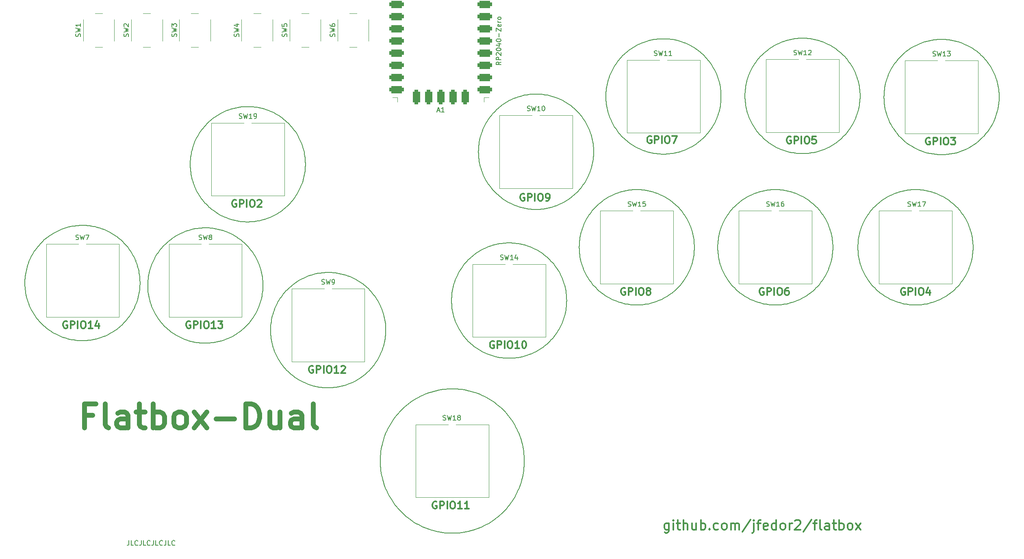
<source format=gto>
%TF.GenerationSoftware,KiCad,Pcbnew,7.0.1*%
%TF.CreationDate,2023-08-22T10:43:52+03:00*%
%TF.ProjectId,Flatbox-Dual,466c6174-626f-4782-9d44-75616c2e6b69,rev?*%
%TF.SameCoordinates,Original*%
%TF.FileFunction,Legend,Top*%
%TF.FilePolarity,Positive*%
%FSLAX46Y46*%
G04 Gerber Fmt 4.6, Leading zero omitted, Abs format (unit mm)*
G04 Created by KiCad (PCBNEW 7.0.1) date 2023-08-22 10:43:52*
%MOMM*%
%LPD*%
G01*
G04 APERTURE LIST*
G04 Aperture macros list*
%AMRoundRect*
0 Rectangle with rounded corners*
0 $1 Rounding radius*
0 $2 $3 $4 $5 $6 $7 $8 $9 X,Y pos of 4 corners*
0 Add a 4 corners polygon primitive as box body*
4,1,4,$2,$3,$4,$5,$6,$7,$8,$9,$2,$3,0*
0 Add four circle primitives for the rounded corners*
1,1,$1+$1,$2,$3*
1,1,$1+$1,$4,$5*
1,1,$1+$1,$6,$7*
1,1,$1+$1,$8,$9*
0 Add four rect primitives between the rounded corners*
20,1,$1+$1,$2,$3,$4,$5,0*
20,1,$1+$1,$4,$5,$6,$7,0*
20,1,$1+$1,$6,$7,$8,$9,0*
20,1,$1+$1,$8,$9,$2,$3,0*%
G04 Aperture macros list end*
%ADD10C,0.200000*%
%ADD11C,0.150000*%
%ADD12C,0.300000*%
%ADD13C,1.000000*%
%ADD14C,0.120000*%
%ADD15C,1.900000*%
%ADD16C,2.600000*%
%ADD17C,5.050000*%
%ADD18C,3.600000*%
%ADD19C,6.400000*%
%ADD20C,2.000000*%
%ADD21RoundRect,0.381000X1.119000X0.381000X-1.119000X0.381000X-1.119000X-0.381000X1.119000X-0.381000X0*%
%ADD22RoundRect,0.381000X-0.381000X1.119000X-0.381000X-1.119000X0.381000X-1.119000X0.381000X1.119000X0*%
%ADD23RoundRect,0.381000X0.381000X-1.119000X0.381000X1.119000X-0.381000X1.119000X-0.381000X-1.119000X0*%
G04 APERTURE END LIST*
D10*
X216382567Y-53463258D02*
X216382567Y-53463258D01*
X245355098Y-53699766D02*
X245355098Y-53699766D01*
X68689181Y-88900750D02*
X68832885Y-88525431D01*
X68988281Y-88156695D01*
X69155127Y-87794745D01*
X69333181Y-87439783D01*
X69522202Y-87092014D01*
X69721947Y-86751640D01*
X69932174Y-86418866D01*
X70152642Y-86093895D01*
X70383109Y-85776929D01*
X70623334Y-85468173D01*
X70873073Y-85167830D01*
X71132086Y-84876103D01*
X71400130Y-84593196D01*
X71676964Y-84319312D01*
X71962346Y-84054654D01*
X72256033Y-83799427D01*
X72557785Y-83553833D01*
X72867359Y-83318075D01*
X73184514Y-83092358D01*
X73509007Y-82876884D01*
X73840597Y-82671857D01*
X74179042Y-82477481D01*
X74524100Y-82293959D01*
X74875529Y-82121494D01*
X75233088Y-81960289D01*
X75596534Y-81810549D01*
X75965626Y-81672476D01*
X76340121Y-81546274D01*
X76719779Y-81432146D01*
X77104357Y-81330296D01*
X77493613Y-81240928D01*
X77887306Y-81164244D01*
X89158672Y-85266686D02*
X89410966Y-85578490D01*
X89651708Y-85897159D01*
X89880844Y-86222382D01*
X90098319Y-86553848D01*
X90304078Y-86891245D01*
X90498067Y-87234263D01*
X90680232Y-87582589D01*
X90850518Y-87935913D01*
X91008869Y-88293923D01*
X91155233Y-88656309D01*
X91289555Y-89022758D01*
X91411779Y-89392959D01*
X91521851Y-89766602D01*
X91619717Y-90143374D01*
X91705323Y-90522965D01*
X91778613Y-90905064D01*
X91839534Y-91289358D01*
X91888031Y-91675538D01*
X91924048Y-92063291D01*
X91947533Y-92452306D01*
X91958430Y-92842272D01*
X91956684Y-93232877D01*
X91942242Y-93623811D01*
X91915049Y-94014763D01*
X91875050Y-94405420D01*
X91822190Y-94795471D01*
X91756416Y-95184606D01*
X91677672Y-95572513D01*
X91585904Y-95958880D01*
X91481058Y-96343397D01*
X91363080Y-96725752D01*
X91231914Y-97105635D01*
X181412661Y-63997400D02*
X181062266Y-64192523D01*
X180707142Y-64375058D01*
X180347602Y-64545004D01*
X179983962Y-64702362D01*
X179616538Y-64847131D01*
X179245645Y-64979311D01*
X178871597Y-65098903D01*
X178494712Y-65205907D01*
X178115303Y-65300321D01*
X177733687Y-65382147D01*
X177350179Y-65451385D01*
X176965094Y-65508033D01*
X176578747Y-65552093D01*
X176191454Y-65583565D01*
X175803530Y-65602448D01*
X175415292Y-65608742D01*
X175027053Y-65602448D01*
X174639129Y-65583565D01*
X174251836Y-65552093D01*
X173865489Y-65508033D01*
X173480404Y-65451385D01*
X173096896Y-65382147D01*
X172715280Y-65300321D01*
X172335871Y-65205907D01*
X171958986Y-65098903D01*
X171584938Y-64979311D01*
X171214045Y-64847131D01*
X170846621Y-64702362D01*
X170482981Y-64545004D01*
X170123441Y-64375058D01*
X169768317Y-64192523D01*
X169417923Y-63997400D01*
X233918028Y-74621539D02*
X234261750Y-74828249D01*
X234596965Y-75045361D01*
X234923515Y-75272602D01*
X235241243Y-75509697D01*
X235549990Y-75756373D01*
X235849599Y-76012356D01*
X236139913Y-76277372D01*
X236420773Y-76551147D01*
X236692021Y-76833407D01*
X236953501Y-77123878D01*
X237205055Y-77422287D01*
X237446524Y-77728359D01*
X237677752Y-78041822D01*
X237898580Y-78362400D01*
X238108851Y-78689820D01*
X238308406Y-79023808D01*
X238497090Y-79364091D01*
X238674742Y-79710394D01*
X238841207Y-80062443D01*
X238996327Y-80419966D01*
X239139942Y-80782687D01*
X239271897Y-81150333D01*
X239392033Y-81522630D01*
X239500193Y-81899305D01*
X239596219Y-82280083D01*
X239679952Y-82664691D01*
X239751237Y-83052854D01*
X239809914Y-83444299D01*
X239855826Y-83838752D01*
X239888816Y-84235939D01*
X239908725Y-84635587D01*
X239915397Y-85037421D01*
X187410030Y-53581518D02*
X187410030Y-53581518D01*
X233918028Y-95453303D02*
X233567633Y-95648426D01*
X233212509Y-95830961D01*
X232852969Y-96000907D01*
X232489329Y-96158265D01*
X232121905Y-96303034D01*
X231751012Y-96435214D01*
X231376964Y-96554806D01*
X231000079Y-96661809D01*
X230620670Y-96756224D01*
X230239054Y-96838050D01*
X229855546Y-96907287D01*
X229470461Y-96963936D01*
X229084114Y-97007996D01*
X228696821Y-97039467D01*
X228308897Y-97058350D01*
X227920659Y-97064645D01*
X227532420Y-97058350D01*
X227144496Y-97039467D01*
X226757203Y-97007996D01*
X226370856Y-96963936D01*
X225985771Y-96907287D01*
X225602263Y-96838050D01*
X225220647Y-96756224D01*
X224841238Y-96661809D01*
X224464353Y-96554806D01*
X224090305Y-96435214D01*
X223719412Y-96303034D01*
X223351988Y-96158265D01*
X222988348Y-96000907D01*
X222628808Y-95830961D01*
X222273684Y-95648426D01*
X221923290Y-95453303D01*
X123913745Y-142649412D02*
X123483765Y-142390827D01*
X123064427Y-142119230D01*
X122655929Y-141834964D01*
X122258468Y-141538369D01*
X121872241Y-141229790D01*
X121497445Y-140909568D01*
X121134277Y-140578047D01*
X120782936Y-140235568D01*
X120443617Y-139882475D01*
X120116518Y-139519110D01*
X119801838Y-139145815D01*
X119499772Y-138762934D01*
X119210517Y-138370808D01*
X118934273Y-137969781D01*
X118671235Y-137560195D01*
X118421600Y-137142393D01*
X118185567Y-136716716D01*
X117963332Y-136283508D01*
X117755093Y-135843112D01*
X117561047Y-135395869D01*
X117381391Y-134942123D01*
X117216322Y-134482216D01*
X117066037Y-134016491D01*
X116930735Y-133545290D01*
X116810612Y-133068955D01*
X116705865Y-132587831D01*
X116616692Y-132102258D01*
X116543290Y-131612580D01*
X116485856Y-131119139D01*
X116444588Y-130622277D01*
X116419682Y-130122338D01*
X116411337Y-129619665D01*
X204708930Y-95453303D02*
X204358535Y-95648426D01*
X204003411Y-95830961D01*
X203643871Y-96000907D01*
X203280231Y-96158265D01*
X202912807Y-96303034D01*
X202541914Y-96435214D01*
X202167866Y-96554806D01*
X201790981Y-96661809D01*
X201411572Y-96756224D01*
X201029956Y-96838050D01*
X200646448Y-96907287D01*
X200261363Y-96963936D01*
X199875016Y-97007996D01*
X199487723Y-97039467D01*
X199099799Y-97058350D01*
X198711561Y-97064645D01*
X198323322Y-97058350D01*
X197935398Y-97039467D01*
X197548105Y-97007996D01*
X197161758Y-96963936D01*
X196776673Y-96907287D01*
X196393165Y-96838050D01*
X196011549Y-96756224D01*
X195632140Y-96661809D01*
X195255255Y-96554806D01*
X194881207Y-96435214D01*
X194510314Y-96303034D01*
X194142890Y-96158265D01*
X193779250Y-96000907D01*
X193419710Y-95830961D01*
X193064586Y-95648426D01*
X192714192Y-95453303D01*
X192714192Y-74621539D02*
X193064586Y-74426415D01*
X193419710Y-74243880D01*
X193779250Y-74073934D01*
X194142890Y-73916576D01*
X194510314Y-73771807D01*
X194881207Y-73639627D01*
X195255255Y-73520035D01*
X195632140Y-73413031D01*
X196011549Y-73318617D01*
X196393165Y-73236791D01*
X196776673Y-73167553D01*
X197161758Y-73110905D01*
X197548105Y-73066845D01*
X197935398Y-73035373D01*
X198323322Y-73016490D01*
X198711561Y-73010196D01*
X199099799Y-73016490D01*
X199487723Y-73035373D01*
X199875016Y-73066845D01*
X200261363Y-73110905D01*
X200646448Y-73167553D01*
X201029956Y-73236791D01*
X201411572Y-73318617D01*
X201790981Y-73413031D01*
X202167866Y-73520035D01*
X202541914Y-73639627D01*
X202912807Y-73771807D01*
X203280231Y-73916576D01*
X203643871Y-74073934D01*
X204003411Y-74243880D01*
X204358535Y-74426415D01*
X204708930Y-74621539D01*
X239915397Y-85037421D02*
X239908725Y-85439254D01*
X239888816Y-85838902D01*
X239855826Y-86236089D01*
X239809914Y-86630542D01*
X239751237Y-87021987D01*
X239679952Y-87410150D01*
X239596219Y-87794757D01*
X239500193Y-88175535D01*
X239392033Y-88552210D01*
X239271897Y-88924507D01*
X239139942Y-89292154D01*
X238996327Y-89654875D01*
X238841207Y-90012397D01*
X238674742Y-90364447D01*
X238497090Y-90710750D01*
X238308406Y-91051033D01*
X238108851Y-91385021D01*
X237898580Y-91712441D01*
X237677752Y-92033019D01*
X237446524Y-92346481D01*
X237205055Y-92652554D01*
X236953501Y-92950963D01*
X236692021Y-93241434D01*
X236420773Y-93523694D01*
X236139913Y-93797469D01*
X235849599Y-94062485D01*
X235549990Y-94318467D01*
X235241243Y-94565143D01*
X234923515Y-94802239D01*
X234596965Y-95029480D01*
X234261750Y-95246592D01*
X233918028Y-95453303D01*
X142865684Y-75530868D02*
X142521961Y-75324157D01*
X142186746Y-75107045D01*
X141860196Y-74879804D01*
X141542468Y-74642709D01*
X141233721Y-74396033D01*
X140934112Y-74140050D01*
X140643798Y-73875034D01*
X140362938Y-73601259D01*
X140091690Y-73318999D01*
X139830210Y-73028528D01*
X139578656Y-72730119D01*
X139337187Y-72424047D01*
X139105959Y-72110584D01*
X138885131Y-71790006D01*
X138674860Y-71462586D01*
X138475305Y-71128598D01*
X138286621Y-70788315D01*
X138108969Y-70442012D01*
X137942504Y-70089963D01*
X137787384Y-69732440D01*
X137643769Y-69369719D01*
X137511814Y-69002073D01*
X137391678Y-68629776D01*
X137283518Y-68253101D01*
X137187492Y-67872323D01*
X137103759Y-67487715D01*
X137032474Y-67099552D01*
X136973797Y-66708107D01*
X136927885Y-66313654D01*
X136894895Y-65916467D01*
X136874986Y-65516819D01*
X136868315Y-65114986D01*
X210706299Y-85037421D02*
X210699627Y-85439254D01*
X210679718Y-85838902D01*
X210646728Y-86236089D01*
X210600816Y-86630542D01*
X210542139Y-87021987D01*
X210470854Y-87410150D01*
X210387121Y-87794757D01*
X210291095Y-88175535D01*
X210182935Y-88552210D01*
X210062799Y-88924507D01*
X209930844Y-89292154D01*
X209787229Y-89654875D01*
X209632109Y-90012397D01*
X209465644Y-90364447D01*
X209287992Y-90710750D01*
X209099308Y-91051033D01*
X208899753Y-91385021D01*
X208689482Y-91712441D01*
X208468654Y-92033019D01*
X208237426Y-92346481D01*
X207995957Y-92652554D01*
X207744403Y-92950963D01*
X207482923Y-93241434D01*
X207211675Y-93523694D01*
X206930815Y-93797469D01*
X206640501Y-94062485D01*
X206340892Y-94318467D01*
X206032145Y-94565143D01*
X205714417Y-94802239D01*
X205387867Y-95029480D01*
X205052652Y-95246592D01*
X204708930Y-95453303D01*
X210385198Y-43047376D02*
X210728920Y-43254086D01*
X211064135Y-43471198D01*
X211390685Y-43698439D01*
X211708413Y-43935534D01*
X212017160Y-44182210D01*
X212316769Y-44438193D01*
X212607083Y-44703209D01*
X212887943Y-44976983D01*
X213159191Y-45259243D01*
X213420671Y-45549715D01*
X213672225Y-45848124D01*
X213913694Y-46154196D01*
X214144922Y-46467658D01*
X214365750Y-46788236D01*
X214576021Y-47115656D01*
X214775576Y-47449645D01*
X214964260Y-47789927D01*
X215141912Y-48136230D01*
X215308377Y-48488280D01*
X215463497Y-48845802D01*
X215607112Y-49208524D01*
X215739067Y-49576170D01*
X215859203Y-49948467D01*
X215967363Y-50325142D01*
X216063389Y-50705920D01*
X216147122Y-51090528D01*
X216218407Y-51478691D01*
X216277084Y-51870136D01*
X216322996Y-52264589D01*
X216355986Y-52661776D01*
X216375895Y-53061424D01*
X216382567Y-53463258D01*
X181852021Y-85037421D02*
X181852021Y-85037421D01*
X221923290Y-95453303D02*
X221579567Y-95246592D01*
X221244352Y-95029480D01*
X220917802Y-94802239D01*
X220600074Y-94565143D01*
X220291327Y-94318467D01*
X219991718Y-94062485D01*
X219701404Y-93797469D01*
X219420544Y-93523694D01*
X219149296Y-93241434D01*
X218887816Y-92950963D01*
X218636262Y-92652554D01*
X218394793Y-92346481D01*
X218163565Y-92033019D01*
X217942737Y-91712441D01*
X217732466Y-91385021D01*
X217532911Y-91051033D01*
X217344227Y-90710750D01*
X217166575Y-90364447D01*
X217000110Y-90012397D01*
X216844990Y-89654875D01*
X216701375Y-89292154D01*
X216569420Y-88924507D01*
X216449284Y-88552210D01*
X216341124Y-88175535D01*
X216245098Y-87794757D01*
X216161365Y-87410150D01*
X216090080Y-87021987D01*
X216031403Y-86630542D01*
X215985491Y-86236089D01*
X215952501Y-85838902D01*
X215932592Y-85439254D01*
X215925921Y-85037421D01*
X82033789Y-104842141D02*
X81637790Y-104905655D01*
X81241651Y-104955722D01*
X80845669Y-104992449D01*
X80450140Y-105015945D01*
X80055360Y-105026316D01*
X79661626Y-105023672D01*
X79269234Y-105008120D01*
X78878480Y-104979768D01*
X78489661Y-104938723D01*
X78103073Y-104885094D01*
X77719013Y-104818988D01*
X77337776Y-104740514D01*
X76959659Y-104649778D01*
X76584959Y-104546890D01*
X76213972Y-104431956D01*
X75846994Y-104305086D01*
X75484321Y-104166385D01*
X75126251Y-104015963D01*
X74773079Y-103853928D01*
X74425101Y-103680387D01*
X74082614Y-103495447D01*
X73745915Y-103299218D01*
X73415299Y-103091806D01*
X73091064Y-102873320D01*
X72773504Y-102643868D01*
X72462918Y-102403557D01*
X72159600Y-102152495D01*
X71863848Y-101890790D01*
X71575958Y-101618550D01*
X71296226Y-101335883D01*
X71024949Y-101042896D01*
X70762423Y-100739699D01*
X175854652Y-95453303D02*
X175504257Y-95648426D01*
X175149133Y-95830961D01*
X174789593Y-96000907D01*
X174425953Y-96158265D01*
X174058529Y-96303034D01*
X173687636Y-96435214D01*
X173313588Y-96554806D01*
X172936703Y-96661809D01*
X172557294Y-96756224D01*
X172175678Y-96838050D01*
X171792170Y-96907287D01*
X171407085Y-96963936D01*
X171020738Y-97007996D01*
X170633445Y-97039467D01*
X170245521Y-97058350D01*
X169857283Y-97064645D01*
X169469044Y-97058350D01*
X169081120Y-97039467D01*
X168693827Y-97007996D01*
X168307480Y-96963936D01*
X167922395Y-96907287D01*
X167538887Y-96838050D01*
X167157271Y-96756224D01*
X166777862Y-96661809D01*
X166400977Y-96554806D01*
X166026929Y-96435214D01*
X165656036Y-96303034D01*
X165288612Y-96158265D01*
X164924972Y-96000907D01*
X164565432Y-95830961D01*
X164210308Y-95648426D01*
X163859914Y-95453303D01*
X239915397Y-85037421D02*
X239915397Y-85037421D01*
X186716823Y-85037421D02*
X186723494Y-84635587D01*
X186743403Y-84235939D01*
X186776393Y-83838752D01*
X186822305Y-83444299D01*
X186880983Y-83052854D01*
X186952267Y-82664691D01*
X187036001Y-82280083D01*
X187132026Y-81899305D01*
X187240186Y-81522630D01*
X187360322Y-81150333D01*
X187492277Y-80782687D01*
X187635893Y-80419966D01*
X187791012Y-80062443D01*
X187957477Y-79710394D01*
X188135130Y-79364091D01*
X188323813Y-79023808D01*
X188523369Y-78689820D01*
X188733640Y-78362400D01*
X188954468Y-78041822D01*
X189185695Y-77728359D01*
X189427164Y-77422287D01*
X189678718Y-77123878D01*
X189940198Y-76833407D01*
X190211447Y-76551147D01*
X190492307Y-76277372D01*
X190782620Y-76012356D01*
X191082229Y-75756373D01*
X191390976Y-75509697D01*
X191708704Y-75272602D01*
X192035254Y-75045361D01*
X192370469Y-74828249D01*
X192714192Y-74621539D01*
X138918561Y-142649412D02*
X138480235Y-142893501D01*
X138035992Y-143121843D01*
X137586226Y-143334438D01*
X137131331Y-143531284D01*
X136671701Y-143712383D01*
X136207732Y-143877734D01*
X135739818Y-144027338D01*
X135268353Y-144161193D01*
X134793732Y-144279301D01*
X134316350Y-144381661D01*
X133836600Y-144468274D01*
X133354877Y-144539139D01*
X132871577Y-144594256D01*
X132387093Y-144633625D01*
X131901820Y-144657247D01*
X131416153Y-144665121D01*
X130930485Y-144657247D01*
X130445212Y-144633625D01*
X129960728Y-144594256D01*
X129477428Y-144539139D01*
X128995705Y-144468274D01*
X128515955Y-144381661D01*
X128038573Y-144279301D01*
X127563952Y-144161193D01*
X127092487Y-144027338D01*
X126624573Y-143877734D01*
X126160604Y-143712383D01*
X125700974Y-143531284D01*
X125246079Y-143334438D01*
X124796313Y-143121843D01*
X124352070Y-142893501D01*
X123913745Y-142649412D01*
X169417923Y-43165636D02*
X169768317Y-42970512D01*
X170123441Y-42787977D01*
X170482981Y-42618031D01*
X170846621Y-42460673D01*
X171214045Y-42315904D01*
X171584938Y-42183724D01*
X171958986Y-42064132D01*
X172335871Y-41957129D01*
X172715280Y-41862714D01*
X173096896Y-41780888D01*
X173480404Y-41711651D01*
X173865489Y-41655002D01*
X174251836Y-41610942D01*
X174639129Y-41579471D01*
X175027053Y-41560588D01*
X175415292Y-41554294D01*
X175803530Y-41560588D01*
X176191454Y-41579471D01*
X176578747Y-41610942D01*
X176965094Y-41655002D01*
X177350179Y-41711651D01*
X177733687Y-41780888D01*
X178115303Y-41862714D01*
X178494712Y-41957129D01*
X178871597Y-42064132D01*
X179245645Y-42183724D01*
X179616538Y-42315904D01*
X179983962Y-42460673D01*
X180347602Y-42618031D01*
X180707142Y-42787977D01*
X181062266Y-42970512D01*
X181412661Y-43165636D01*
X63550000Y-84750000D02*
X63802294Y-85061804D01*
X64043036Y-85380473D01*
X64272172Y-85705696D01*
X64489647Y-86037162D01*
X64695406Y-86374560D01*
X64889395Y-86717577D01*
X65071560Y-87065904D01*
X65241845Y-87419227D01*
X65400197Y-87777238D01*
X65546561Y-88139623D01*
X65680882Y-88506072D01*
X65803106Y-88876273D01*
X65913179Y-89249916D01*
X66011045Y-89626689D01*
X66096651Y-90006280D01*
X66169941Y-90388378D01*
X66230862Y-90772673D01*
X66279358Y-91158852D01*
X66315376Y-91546605D01*
X66338861Y-91935620D01*
X66349757Y-92325586D01*
X66348012Y-92716191D01*
X66333570Y-93107126D01*
X66306376Y-93498077D01*
X66266377Y-93888734D01*
X66213518Y-94278785D01*
X66147743Y-94667920D01*
X66069000Y-95055827D01*
X65977232Y-95442194D01*
X65872386Y-95826711D01*
X65754408Y-96209066D01*
X65623242Y-96588949D01*
X245355098Y-53699766D02*
X245339490Y-54318685D01*
X245293170Y-54929479D01*
X245216891Y-55531393D01*
X245111407Y-56123671D01*
X244977471Y-56705556D01*
X244815837Y-57276294D01*
X244627259Y-57835128D01*
X244412491Y-58381304D01*
X244172286Y-58914064D01*
X243907397Y-59432654D01*
X243618578Y-59936318D01*
X243306584Y-60424301D01*
X242972167Y-60895845D01*
X242616082Y-61350197D01*
X242239081Y-61786599D01*
X241841919Y-62204297D01*
X241425350Y-62602535D01*
X240990126Y-62980556D01*
X240537002Y-63337606D01*
X240066731Y-63672928D01*
X239580067Y-63985768D01*
X239077763Y-64275368D01*
X238560574Y-64540975D01*
X238029252Y-64781831D01*
X237484552Y-64997181D01*
X236927227Y-65186269D01*
X236358031Y-65348341D01*
X235777717Y-65482639D01*
X235187040Y-65588409D01*
X234586752Y-65664894D01*
X233977607Y-65711340D01*
X233360360Y-65726990D01*
X160857791Y-65114986D02*
X160851119Y-65516819D01*
X160831210Y-65916467D01*
X160798220Y-66313654D01*
X160752308Y-66708107D01*
X160693631Y-67099552D01*
X160622346Y-67487715D01*
X160538613Y-67872323D01*
X160442587Y-68253101D01*
X160334427Y-68629776D01*
X160214291Y-69002073D01*
X160082336Y-69369719D01*
X159938721Y-69732440D01*
X159783601Y-70089963D01*
X159617136Y-70442012D01*
X159439484Y-70788315D01*
X159250800Y-71128598D01*
X159051245Y-71462586D01*
X158840974Y-71790006D01*
X158620146Y-72110584D01*
X158388918Y-72424047D01*
X158147449Y-72730119D01*
X157895895Y-73028528D01*
X157634415Y-73318999D01*
X157363167Y-73601259D01*
X157082307Y-73875034D01*
X156791993Y-74140050D01*
X156492384Y-74396033D01*
X156183637Y-74642709D01*
X155865909Y-74879804D01*
X155539359Y-75107045D01*
X155204144Y-75324157D01*
X154860422Y-75530868D01*
X52278634Y-80647558D02*
X52674632Y-80584043D01*
X53070771Y-80533976D01*
X53466753Y-80497249D01*
X53862282Y-80473753D01*
X54257062Y-80463381D01*
X54650796Y-80466025D01*
X55043188Y-80481577D01*
X55433942Y-80509930D01*
X55822761Y-80550974D01*
X56209349Y-80604603D01*
X56593409Y-80670709D01*
X56974646Y-80749184D01*
X57352763Y-80839919D01*
X57727463Y-80942807D01*
X58098450Y-81057741D01*
X58465428Y-81184612D01*
X58828101Y-81323312D01*
X59186171Y-81473734D01*
X59539344Y-81635769D01*
X59887321Y-81809311D01*
X60229808Y-81994250D01*
X60566507Y-82190480D01*
X60897123Y-82397891D01*
X61221359Y-82616377D01*
X61538918Y-82845830D01*
X61849504Y-83086141D01*
X62152822Y-83337203D01*
X62448574Y-83598908D01*
X62736464Y-83871148D01*
X63016196Y-84153815D01*
X63287473Y-84446802D01*
X63550000Y-84750000D01*
X131255108Y-96153426D02*
X131261779Y-95751592D01*
X131281688Y-95351944D01*
X131314678Y-94954757D01*
X131360590Y-94560304D01*
X131419268Y-94168859D01*
X131490552Y-93780696D01*
X131574286Y-93396089D01*
X131670311Y-93015311D01*
X131778471Y-92638636D01*
X131898607Y-92266339D01*
X132030562Y-91898692D01*
X132174178Y-91535971D01*
X132329297Y-91178449D01*
X132495762Y-90826399D01*
X132673415Y-90480096D01*
X132862098Y-90139814D01*
X133061654Y-89805825D01*
X133271925Y-89478405D01*
X133492753Y-89157827D01*
X133723980Y-88844365D01*
X133965449Y-88538293D01*
X134217003Y-88239884D01*
X134478483Y-87949413D01*
X134749732Y-87667153D01*
X135030592Y-87393378D01*
X135320905Y-87128362D01*
X135620514Y-86872380D01*
X135929261Y-86625704D01*
X136246989Y-86388609D01*
X136573539Y-86161368D01*
X136908754Y-85944256D01*
X137252477Y-85737546D01*
X192393091Y-53463258D02*
X192399762Y-53061424D01*
X192419671Y-52661776D01*
X192452661Y-52264589D01*
X192498573Y-51870136D01*
X192557250Y-51478691D01*
X192628535Y-51090528D01*
X192712268Y-50705920D01*
X192808294Y-50325142D01*
X192916454Y-49948467D01*
X193036590Y-49576170D01*
X193168545Y-49208524D01*
X193312160Y-48845802D01*
X193467280Y-48488280D01*
X193633745Y-48136230D01*
X193811397Y-47789927D01*
X194000081Y-47449645D01*
X194199636Y-47115656D01*
X194409907Y-46788236D01*
X194630735Y-46467658D01*
X194861963Y-46154196D01*
X195103432Y-45848124D01*
X195354986Y-45549715D01*
X195616466Y-45259243D01*
X195887714Y-44976983D01*
X196168574Y-44703209D01*
X196458888Y-44438193D01*
X196758497Y-44182210D01*
X197067244Y-43935534D01*
X197384972Y-43698439D01*
X197711522Y-43471198D01*
X198046737Y-43254086D01*
X198390460Y-43047376D01*
X107626071Y-114156970D02*
X107230072Y-114220484D01*
X106833933Y-114270551D01*
X106437951Y-114307278D01*
X106042422Y-114330774D01*
X105647643Y-114341146D01*
X105253909Y-114338502D01*
X104861517Y-114322950D01*
X104470763Y-114294597D01*
X104081944Y-114253553D01*
X103695356Y-114199924D01*
X103311295Y-114133818D01*
X102930059Y-114055343D01*
X102551942Y-113964608D01*
X102177242Y-113861720D01*
X101806255Y-113746786D01*
X101439277Y-113619915D01*
X101076604Y-113481215D01*
X100718533Y-113330793D01*
X100365361Y-113168758D01*
X100017383Y-112995217D01*
X99674897Y-112810277D01*
X99338197Y-112614048D01*
X99007581Y-112406636D01*
X98683346Y-112188150D01*
X98365787Y-111958698D01*
X98055200Y-111718387D01*
X97751883Y-111467325D01*
X97456131Y-111205620D01*
X97168240Y-110933380D01*
X96888508Y-110650713D01*
X96617231Y-110357726D01*
X96354705Y-110054529D01*
X94281464Y-98215580D02*
X94425168Y-97840261D01*
X94580564Y-97471525D01*
X94747410Y-97109574D01*
X94925465Y-96754612D01*
X95114485Y-96406843D01*
X95314230Y-96066469D01*
X95524457Y-95733695D01*
X95744926Y-95408723D01*
X95975393Y-95091758D01*
X96215617Y-94783002D01*
X96465356Y-94482658D01*
X96724369Y-94190932D01*
X96992413Y-93908024D01*
X97269247Y-93634140D01*
X97554629Y-93369483D01*
X97848316Y-93114255D01*
X98150068Y-92868661D01*
X98459642Y-92632904D01*
X98776797Y-92407186D01*
X99101290Y-92191713D01*
X99432880Y-91986686D01*
X99771324Y-91792310D01*
X100116382Y-91608788D01*
X100467812Y-91436323D01*
X100825370Y-91275118D01*
X101188816Y-91125378D01*
X101557908Y-90987305D01*
X101932403Y-90861103D01*
X102312061Y-90746976D01*
X102696639Y-90645126D01*
X103085895Y-90555758D01*
X103479588Y-90479074D01*
X137252477Y-85737546D02*
X137602871Y-85542422D01*
X137957995Y-85359887D01*
X138317535Y-85189940D01*
X138681175Y-85032583D01*
X139048599Y-84887814D01*
X139419492Y-84755633D01*
X139793540Y-84636041D01*
X140170425Y-84529038D01*
X140549834Y-84434623D01*
X140931450Y-84352797D01*
X141314958Y-84283560D01*
X141700043Y-84226911D01*
X142086390Y-84182851D01*
X142473683Y-84151379D01*
X142861607Y-84132496D01*
X143249846Y-84126202D01*
X143638084Y-84132496D01*
X144026008Y-84151379D01*
X144413301Y-84182851D01*
X144799648Y-84226911D01*
X145184733Y-84283560D01*
X145568241Y-84352797D01*
X145949857Y-84434623D01*
X146329266Y-84529038D01*
X146706151Y-84636041D01*
X147080199Y-84755633D01*
X147451092Y-84887814D01*
X147818516Y-85032583D01*
X148182156Y-85189940D01*
X148541696Y-85359887D01*
X148896820Y-85542422D01*
X149247215Y-85737546D01*
X154860422Y-54699104D02*
X155204144Y-54905814D01*
X155539359Y-55122926D01*
X155865909Y-55350167D01*
X156183637Y-55587263D01*
X156492384Y-55833939D01*
X156791993Y-56089921D01*
X157082307Y-56354937D01*
X157363167Y-56628712D01*
X157634415Y-56910972D01*
X157895895Y-57201443D01*
X158147449Y-57499852D01*
X158388918Y-57805925D01*
X158620146Y-58119387D01*
X158840974Y-58439965D01*
X159051245Y-58767385D01*
X159250800Y-59101374D01*
X159439484Y-59441656D01*
X159617136Y-59787959D01*
X159783601Y-60140009D01*
X159938721Y-60497531D01*
X160082336Y-60860252D01*
X160214291Y-61227899D01*
X160334427Y-61600196D01*
X160442587Y-61976871D01*
X160538613Y-62357649D01*
X160622346Y-62742256D01*
X160693631Y-63130419D01*
X160752308Y-63521864D01*
X160798220Y-63916317D01*
X160831210Y-64313504D01*
X160851119Y-64713152D01*
X160857791Y-65114986D01*
X98005014Y-59982425D02*
X98257308Y-60294229D01*
X98498050Y-60612898D01*
X98727186Y-60938122D01*
X98944661Y-61269588D01*
X99150420Y-61606985D01*
X99344409Y-61950003D01*
X99526574Y-62298329D01*
X99696859Y-62651653D01*
X99855211Y-63009663D01*
X100001575Y-63372049D01*
X100135896Y-63738498D01*
X100258120Y-64108699D01*
X100368193Y-64482342D01*
X100466059Y-64859114D01*
X100551665Y-65238705D01*
X100624955Y-65620804D01*
X100685876Y-66005098D01*
X100734372Y-66391278D01*
X100770390Y-66779031D01*
X100793875Y-67168046D01*
X100804771Y-67558012D01*
X100803026Y-67948617D01*
X100788584Y-68339551D01*
X100761390Y-68730502D01*
X100721391Y-69121159D01*
X100668532Y-69511211D01*
X100602757Y-69900345D01*
X100524014Y-70288252D01*
X100432246Y-70674620D01*
X100327400Y-71059137D01*
X100209422Y-71441492D01*
X100078256Y-71821374D01*
X221923290Y-74621539D02*
X222273684Y-74426415D01*
X222628808Y-74243880D01*
X222988348Y-74073934D01*
X223351988Y-73916576D01*
X223719412Y-73771807D01*
X224090305Y-73639627D01*
X224464353Y-73520035D01*
X224841238Y-73413031D01*
X225220647Y-73318617D01*
X225602263Y-73236791D01*
X225985771Y-73167553D01*
X226370856Y-73110905D01*
X226757203Y-73066845D01*
X227144496Y-73035373D01*
X227532420Y-73016490D01*
X227920659Y-73010196D01*
X228308897Y-73016490D01*
X228696821Y-73035373D01*
X229084114Y-73066845D01*
X229470461Y-73110905D01*
X229855546Y-73167553D01*
X230239054Y-73236791D01*
X230620670Y-73318617D01*
X231000079Y-73413031D01*
X231376964Y-73520035D01*
X231751012Y-73639627D01*
X232121905Y-73771807D01*
X232489329Y-73916576D01*
X232852969Y-74073934D01*
X233212509Y-74243880D01*
X233567633Y-74426415D01*
X233918028Y-74621539D01*
X155244584Y-96153426D02*
X155244584Y-96153426D01*
X181852021Y-85037421D02*
X181845349Y-85439254D01*
X181825440Y-85838902D01*
X181792450Y-86236089D01*
X181746538Y-86630542D01*
X181687861Y-87021987D01*
X181616576Y-87410150D01*
X181532843Y-87794757D01*
X181436817Y-88175535D01*
X181328657Y-88552210D01*
X181208521Y-88924507D01*
X181076566Y-89292154D01*
X180932951Y-89654875D01*
X180777831Y-90012397D01*
X180611366Y-90364447D01*
X180433714Y-90710750D01*
X180245030Y-91051033D01*
X180045475Y-91385021D01*
X179835204Y-91712441D01*
X179614376Y-92033019D01*
X179383148Y-92346481D01*
X179141679Y-92652554D01*
X178890125Y-92950963D01*
X178628645Y-93241434D01*
X178357397Y-93523694D01*
X178076537Y-93797469D01*
X177786223Y-94062485D01*
X177486614Y-94318467D01*
X177177867Y-94565143D01*
X176860139Y-94802239D01*
X176533589Y-95029480D01*
X176198374Y-95246592D01*
X175854652Y-95453303D01*
X138918561Y-116589918D02*
X139348540Y-116848502D01*
X139767877Y-117120098D01*
X140176375Y-117404365D01*
X140573837Y-117700960D01*
X140960064Y-118009539D01*
X141334860Y-118329761D01*
X141698027Y-118661282D01*
X142049369Y-119003760D01*
X142388688Y-119356854D01*
X142715786Y-119720219D01*
X143030467Y-120093513D01*
X143332533Y-120476395D01*
X143621787Y-120868520D01*
X143898032Y-121269547D01*
X144161070Y-121679133D01*
X144410704Y-122096936D01*
X144646737Y-122522613D01*
X144868972Y-122955820D01*
X145077212Y-123396217D01*
X145271258Y-123843460D01*
X145450914Y-124297206D01*
X145615983Y-124757113D01*
X145766267Y-125222838D01*
X145901570Y-125694039D01*
X146021693Y-126170373D01*
X146126440Y-126651498D01*
X146215613Y-127137071D01*
X146289015Y-127626749D01*
X146346449Y-128120190D01*
X146387717Y-128617052D01*
X146412623Y-129116991D01*
X146420969Y-129619665D01*
X56425117Y-104325455D02*
X56029118Y-104388969D01*
X55632979Y-104439036D01*
X55236997Y-104475763D01*
X54841468Y-104499259D01*
X54446688Y-104509631D01*
X54052954Y-104506987D01*
X53660562Y-104491435D01*
X53269808Y-104463082D01*
X52880989Y-104422038D01*
X52494402Y-104368409D01*
X52110341Y-104302303D01*
X51729104Y-104223828D01*
X51350988Y-104133093D01*
X50976288Y-104030205D01*
X50605300Y-103915271D01*
X50238322Y-103788400D01*
X49875650Y-103649700D01*
X49517579Y-103499278D01*
X49164407Y-103337243D01*
X48816429Y-103163701D01*
X48473942Y-102978762D01*
X48137243Y-102782532D01*
X47806627Y-102575121D01*
X47482392Y-102356635D01*
X47164832Y-102127182D01*
X46854246Y-101886871D01*
X46550928Y-101635809D01*
X46255177Y-101374104D01*
X45967286Y-101101864D01*
X45687554Y-100819197D01*
X45416277Y-100526210D01*
X45153751Y-100223013D01*
X227362991Y-43283884D02*
X227713385Y-43088760D01*
X228068509Y-42906225D01*
X228428049Y-42736279D01*
X228791689Y-42578921D01*
X229159113Y-42434152D01*
X229530006Y-42301972D01*
X229904054Y-42182380D01*
X230280939Y-42075376D01*
X230660348Y-41980962D01*
X231041964Y-41899136D01*
X231425472Y-41829898D01*
X231810557Y-41773250D01*
X232196904Y-41729190D01*
X232584197Y-41697718D01*
X232972121Y-41678835D01*
X233360360Y-41672541D01*
X233748598Y-41678835D01*
X234136522Y-41697718D01*
X234523815Y-41729190D01*
X234910162Y-41773250D01*
X235295247Y-41829898D01*
X235678755Y-41899136D01*
X236060371Y-41980962D01*
X236439780Y-42075376D01*
X236816665Y-42182380D01*
X237190713Y-42301972D01*
X237561606Y-42434152D01*
X237929030Y-42578921D01*
X238292670Y-42736279D01*
X238652210Y-42906225D01*
X239007334Y-43088760D01*
X239357729Y-43283884D01*
X169417923Y-63997400D02*
X169074200Y-63790689D01*
X168738985Y-63573577D01*
X168412435Y-63346336D01*
X168094707Y-63109241D01*
X167785960Y-62862565D01*
X167486351Y-62606582D01*
X167196038Y-62341566D01*
X166915178Y-62067791D01*
X166643929Y-61785531D01*
X166382449Y-61495060D01*
X166130896Y-61196651D01*
X165889426Y-60890579D01*
X165658199Y-60577116D01*
X165437371Y-60256538D01*
X165227100Y-59929118D01*
X165027545Y-59595130D01*
X164838861Y-59254847D01*
X164661208Y-58908544D01*
X164494744Y-58556495D01*
X164339624Y-58198972D01*
X164196009Y-57836251D01*
X164064054Y-57468605D01*
X163943918Y-57096308D01*
X163835758Y-56719633D01*
X163739732Y-56338855D01*
X163655999Y-55954247D01*
X163584714Y-55566084D01*
X163526037Y-55174639D01*
X163480125Y-54780186D01*
X163447135Y-54382999D01*
X163427226Y-53983351D01*
X163420555Y-53581518D01*
X116411337Y-129619665D02*
X116419682Y-129116991D01*
X116444588Y-128617052D01*
X116485856Y-128120190D01*
X116543290Y-127626749D01*
X116616692Y-127137071D01*
X116705865Y-126651498D01*
X116810612Y-126170373D01*
X116930735Y-125694039D01*
X117066037Y-125222838D01*
X117216322Y-124757113D01*
X117381391Y-124297206D01*
X117561047Y-123843460D01*
X117755093Y-123396217D01*
X117963332Y-122955820D01*
X118185567Y-122522613D01*
X118421600Y-122096936D01*
X118671235Y-121679133D01*
X118934273Y-121269547D01*
X119210517Y-120868520D01*
X119499772Y-120476395D01*
X119801838Y-120093513D01*
X120116518Y-119720219D01*
X120443617Y-119356854D01*
X120782936Y-119003760D01*
X121134277Y-118661282D01*
X121497445Y-118329761D01*
X121872241Y-118009539D01*
X122258468Y-117700960D01*
X122655929Y-117404365D01*
X123064427Y-117120098D01*
X123483765Y-116848502D01*
X123913745Y-116589918D01*
X160857791Y-65114986D02*
X160857791Y-65114986D01*
X149247215Y-85737546D02*
X149590937Y-85944256D01*
X149926152Y-86161368D01*
X150252702Y-86388609D01*
X150570430Y-86625704D01*
X150879177Y-86872380D01*
X151178786Y-87128362D01*
X151469100Y-87393378D01*
X151749960Y-87667153D01*
X152021208Y-87949413D01*
X152282688Y-88239884D01*
X152534242Y-88538293D01*
X152775711Y-88844365D01*
X153006939Y-89157827D01*
X153227767Y-89478405D01*
X153438038Y-89805825D01*
X153637593Y-90139814D01*
X153826277Y-90480096D01*
X154003929Y-90826399D01*
X154170394Y-91178449D01*
X154325514Y-91535971D01*
X154469129Y-91898692D01*
X154601084Y-92266339D01*
X154721220Y-92638636D01*
X154829380Y-93015311D01*
X154925406Y-93396089D01*
X155009139Y-93780696D01*
X155080424Y-94168859D01*
X155139101Y-94560304D01*
X155185013Y-94954757D01*
X155218003Y-95351944D01*
X155237912Y-95751592D01*
X155244584Y-96153426D01*
X215925921Y-85037421D02*
X215932592Y-84635587D01*
X215952501Y-84235939D01*
X215985491Y-83838752D01*
X216031403Y-83444299D01*
X216090080Y-83052854D01*
X216161365Y-82664691D01*
X216245098Y-82280083D01*
X216341124Y-81899305D01*
X216449284Y-81522630D01*
X216569420Y-81150333D01*
X216701375Y-80782687D01*
X216844990Y-80419966D01*
X217000110Y-80062443D01*
X217166575Y-79710394D01*
X217344227Y-79364091D01*
X217532911Y-79023808D01*
X217732466Y-78689820D01*
X217942737Y-78362400D01*
X218163565Y-78041822D01*
X218394793Y-77728359D01*
X218636262Y-77422287D01*
X218887816Y-77123878D01*
X219149296Y-76833407D01*
X219420544Y-76551147D01*
X219701404Y-76277372D01*
X219991718Y-76012356D01*
X220291327Y-75756373D01*
X220600074Y-75509697D01*
X220917802Y-75272602D01*
X221244352Y-75045361D01*
X221579567Y-74828249D01*
X221923290Y-74621539D01*
X163859914Y-95453303D02*
X163516191Y-95246592D01*
X163180976Y-95029480D01*
X162854426Y-94802239D01*
X162536698Y-94565143D01*
X162227951Y-94318467D01*
X161928342Y-94062485D01*
X161638028Y-93797469D01*
X161357168Y-93523694D01*
X161085920Y-93241434D01*
X160824440Y-92950963D01*
X160572886Y-92652554D01*
X160331417Y-92346481D01*
X160100189Y-92033019D01*
X159879361Y-91712441D01*
X159669090Y-91385021D01*
X159469535Y-91051033D01*
X159280851Y-90710750D01*
X159103199Y-90364447D01*
X158936734Y-90012397D01*
X158781614Y-89654875D01*
X158637999Y-89292154D01*
X158506044Y-88924507D01*
X158385908Y-88552210D01*
X158277748Y-88175535D01*
X158181722Y-87794757D01*
X158097989Y-87410150D01*
X158026704Y-87021987D01*
X157968027Y-86630542D01*
X157922115Y-86236089D01*
X157889125Y-85838902D01*
X157869216Y-85439254D01*
X157862545Y-85037421D01*
X181412661Y-43165636D02*
X181756383Y-43372346D01*
X182091598Y-43589458D01*
X182418148Y-43816699D01*
X182735876Y-44053795D01*
X183044623Y-44300471D01*
X183344232Y-44556453D01*
X183634546Y-44821469D01*
X183915406Y-45095244D01*
X184186654Y-45377504D01*
X184448134Y-45667975D01*
X184699688Y-45966384D01*
X184941157Y-46272457D01*
X185172385Y-46585919D01*
X185393213Y-46906497D01*
X185603484Y-47233917D01*
X185803039Y-47567906D01*
X185991723Y-47908188D01*
X186169375Y-48254491D01*
X186335840Y-48606541D01*
X186490960Y-48964063D01*
X186634575Y-49326784D01*
X186766530Y-49694431D01*
X186886666Y-50066728D01*
X186994826Y-50443403D01*
X187090852Y-50824181D01*
X187174585Y-51208788D01*
X187245870Y-51596951D01*
X187304547Y-51988396D01*
X187350459Y-52382849D01*
X187383449Y-52780036D01*
X187403358Y-53179684D01*
X187410030Y-53581518D01*
X163859914Y-74621539D02*
X164210308Y-74426415D01*
X164565432Y-74243880D01*
X164924972Y-74073934D01*
X165288612Y-73916576D01*
X165656036Y-73771807D01*
X166026929Y-73639627D01*
X166400977Y-73520035D01*
X166777862Y-73413031D01*
X167157271Y-73318617D01*
X167538887Y-73236791D01*
X167922395Y-73167553D01*
X168307480Y-73110905D01*
X168693827Y-73066845D01*
X169081120Y-73035373D01*
X169469044Y-73016490D01*
X169857283Y-73010196D01*
X170245521Y-73016490D01*
X170633445Y-73035373D01*
X171020738Y-73066845D01*
X171407085Y-73110905D01*
X171792170Y-73167553D01*
X172175678Y-73236791D01*
X172557294Y-73318617D01*
X172936703Y-73413031D01*
X173313588Y-73520035D01*
X173687636Y-73639627D01*
X174058529Y-73771807D01*
X174425953Y-73916576D01*
X174789593Y-74073934D01*
X175149133Y-74243880D01*
X175504257Y-74426415D01*
X175854652Y-74621539D01*
X239357729Y-43283884D02*
X239701451Y-43490594D01*
X240036666Y-43707706D01*
X240363216Y-43934947D01*
X240680944Y-44172043D01*
X240989691Y-44418719D01*
X241289300Y-44674701D01*
X241579614Y-44939717D01*
X241860474Y-45213492D01*
X242131722Y-45495752D01*
X242393202Y-45786223D01*
X242644756Y-46084632D01*
X242886225Y-46390705D01*
X243117453Y-46704167D01*
X243338281Y-47024745D01*
X243548552Y-47352165D01*
X243748107Y-47686154D01*
X243936791Y-48026436D01*
X244114443Y-48372739D01*
X244280908Y-48724789D01*
X244436028Y-49082311D01*
X244579643Y-49445032D01*
X244711598Y-49812679D01*
X244831734Y-50184976D01*
X244939894Y-50561651D01*
X245035920Y-50942429D01*
X245119653Y-51327036D01*
X245190938Y-51715199D01*
X245249615Y-52106644D01*
X245295527Y-52501097D01*
X245328517Y-52898284D01*
X245348426Y-53297932D01*
X245355098Y-53699766D01*
X65623242Y-96588949D02*
X65479537Y-96964267D01*
X65324141Y-97333003D01*
X65157295Y-97694953D01*
X64979241Y-98049915D01*
X64790220Y-98397684D01*
X64590475Y-98738057D01*
X64380248Y-99070831D01*
X64159780Y-99395803D01*
X63929313Y-99712768D01*
X63689088Y-100021525D01*
X63439349Y-100321868D01*
X63180336Y-100613595D01*
X62912292Y-100896502D01*
X62635458Y-101170386D01*
X62350076Y-101435044D01*
X62056389Y-101690271D01*
X61754637Y-101935866D01*
X61445063Y-102171623D01*
X61127908Y-102397340D01*
X60803415Y-102612814D01*
X60471825Y-102817841D01*
X60133380Y-103012217D01*
X59788322Y-103195740D01*
X59436893Y-103368205D01*
X59079334Y-103529409D01*
X58715888Y-103679150D01*
X58346796Y-103817222D01*
X57972301Y-103943424D01*
X57592643Y-104057552D01*
X57208065Y-104159402D01*
X56818809Y-104248770D01*
X56425117Y-104325455D01*
X163420555Y-53581518D02*
X163427226Y-53179684D01*
X163447135Y-52780036D01*
X163480125Y-52382849D01*
X163526037Y-51988396D01*
X163584714Y-51596951D01*
X163655999Y-51208788D01*
X163739732Y-50824181D01*
X163835758Y-50443403D01*
X163943918Y-50066728D01*
X164064054Y-49694431D01*
X164196009Y-49326784D01*
X164339624Y-48964063D01*
X164494744Y-48606541D01*
X164661208Y-48254491D01*
X164838861Y-47908188D01*
X165027545Y-47567906D01*
X165227100Y-47233917D01*
X165437371Y-46906497D01*
X165658199Y-46585919D01*
X165889426Y-46272457D01*
X166130896Y-45966384D01*
X166382449Y-45667975D01*
X166643929Y-45377504D01*
X166915178Y-45095244D01*
X167196038Y-44821469D01*
X167486351Y-44556453D01*
X167785960Y-44300471D01*
X168094707Y-44053795D01*
X168412435Y-43816699D01*
X168738985Y-43589458D01*
X169074200Y-43372346D01*
X169417923Y-43165636D01*
X65655028Y-87796410D02*
X65655028Y-87796410D01*
X103479588Y-90479074D02*
X103875586Y-90415559D01*
X104271725Y-90365492D01*
X104667707Y-90328765D01*
X105063236Y-90305269D01*
X105458016Y-90294897D01*
X105851750Y-90297541D01*
X106244142Y-90313093D01*
X106634896Y-90341445D01*
X107023715Y-90382490D01*
X107410303Y-90436119D01*
X107794364Y-90502224D01*
X108175600Y-90580699D01*
X108553717Y-90671434D01*
X108928417Y-90774323D01*
X109299404Y-90889256D01*
X109666383Y-91016127D01*
X110029055Y-91154827D01*
X110387126Y-91305249D01*
X110740298Y-91467284D01*
X111088276Y-91640826D01*
X111430762Y-91825765D01*
X111767462Y-92021995D01*
X112098077Y-92229406D01*
X112422313Y-92447892D01*
X112739872Y-92677345D01*
X113050459Y-92917656D01*
X113353776Y-93168718D01*
X113649528Y-93430423D01*
X113937418Y-93702663D01*
X114217150Y-93985330D01*
X114488427Y-94278317D01*
X114750954Y-94581515D01*
X146420969Y-129619665D02*
X146412623Y-130122338D01*
X146387717Y-130622277D01*
X146346449Y-131119139D01*
X146289015Y-131612580D01*
X146215613Y-132102258D01*
X146126440Y-132587831D01*
X146021693Y-133068955D01*
X145901570Y-133545290D01*
X145766267Y-134016491D01*
X145615983Y-134482216D01*
X145450914Y-134942123D01*
X145271258Y-135395869D01*
X145077212Y-135843112D01*
X144868972Y-136283508D01*
X144646737Y-136716716D01*
X144410704Y-137142393D01*
X144161070Y-137560195D01*
X143898032Y-137969781D01*
X143621787Y-138370808D01*
X143332533Y-138762934D01*
X143030467Y-139145815D01*
X142715786Y-139519110D01*
X142388688Y-139882475D01*
X142049369Y-140235568D01*
X141698027Y-140578047D01*
X141334860Y-140909568D01*
X140960064Y-141229790D01*
X140573837Y-141538369D01*
X140176375Y-141834964D01*
X139767877Y-142119230D01*
X139348540Y-142390827D01*
X138918561Y-142649412D01*
X157862545Y-85037421D02*
X157869216Y-84635587D01*
X157889125Y-84235939D01*
X157922115Y-83838752D01*
X157968027Y-83444299D01*
X158026704Y-83052854D01*
X158097989Y-82664691D01*
X158181722Y-82280083D01*
X158277748Y-81899305D01*
X158385908Y-81522630D01*
X158506044Y-81150333D01*
X158637999Y-80782687D01*
X158781614Y-80419966D01*
X158936734Y-80062443D01*
X159103199Y-79710394D01*
X159280851Y-79364091D01*
X159469535Y-79023808D01*
X159669090Y-78689820D01*
X159879361Y-78362400D01*
X160100189Y-78041822D01*
X160331417Y-77728359D01*
X160572886Y-77422287D01*
X160824440Y-77123878D01*
X161085920Y-76833407D01*
X161357168Y-76551147D01*
X161638028Y-76277372D01*
X161928342Y-76012356D01*
X162227951Y-75756373D01*
X162536698Y-75509697D01*
X162854426Y-75272602D01*
X163180976Y-75045361D01*
X163516191Y-74828249D01*
X163859914Y-74621539D01*
X79608765Y-75455438D02*
X79356470Y-75143633D01*
X79115728Y-74824964D01*
X78886592Y-74499741D01*
X78669117Y-74168275D01*
X78463357Y-73830877D01*
X78269368Y-73487860D01*
X78087204Y-73139534D01*
X77916918Y-72786210D01*
X77758566Y-72428199D01*
X77612202Y-72065814D01*
X77477881Y-71699365D01*
X77355657Y-71329164D01*
X77245585Y-70955521D01*
X77147718Y-70578749D01*
X77062113Y-70199158D01*
X76988822Y-69817059D01*
X76927902Y-69432765D01*
X76879405Y-69046585D01*
X76843387Y-68658833D01*
X76819903Y-68269818D01*
X76809006Y-67879852D01*
X76810751Y-67489246D01*
X76825194Y-67098312D01*
X76852387Y-66707361D01*
X76892386Y-66316704D01*
X76945246Y-65926652D01*
X77011020Y-65537517D01*
X77089764Y-65149610D01*
X77181532Y-64763243D01*
X77286378Y-64378726D01*
X77404356Y-63996371D01*
X77535523Y-63616489D01*
X114750954Y-94581515D02*
X115003248Y-94893319D01*
X115243990Y-95211988D01*
X115473126Y-95537211D01*
X115690601Y-95868677D01*
X115896361Y-96206075D01*
X116090350Y-96549092D01*
X116272514Y-96897419D01*
X116442800Y-97250743D01*
X116601152Y-97608753D01*
X116747516Y-97971138D01*
X116881837Y-98337587D01*
X117004061Y-98707789D01*
X117114133Y-99081431D01*
X117212000Y-99458204D01*
X117297605Y-99837795D01*
X117370896Y-100219893D01*
X117431816Y-100604188D01*
X117480313Y-100990367D01*
X117516331Y-101378120D01*
X117539815Y-101767135D01*
X117550712Y-102157101D01*
X117548967Y-102547706D01*
X117534524Y-102938640D01*
X117507331Y-103329591D01*
X117467332Y-103720248D01*
X117414472Y-104110300D01*
X117348698Y-104499435D01*
X117269954Y-104887342D01*
X117178186Y-105273709D01*
X117073340Y-105658226D01*
X116955362Y-106040581D01*
X116824196Y-106420464D01*
X123913745Y-116589918D02*
X124352070Y-116345828D01*
X124796313Y-116117486D01*
X125246079Y-115904891D01*
X125700974Y-115708045D01*
X126160604Y-115526946D01*
X126624573Y-115361595D01*
X127092487Y-115211991D01*
X127563952Y-115078136D01*
X128038573Y-114960028D01*
X128515955Y-114857668D01*
X128995705Y-114771055D01*
X129477428Y-114700190D01*
X129960728Y-114645073D01*
X130445212Y-114605704D01*
X130930485Y-114582082D01*
X131416153Y-114574209D01*
X131901820Y-114582082D01*
X132387093Y-114605704D01*
X132871577Y-114645073D01*
X133354877Y-114700190D01*
X133836600Y-114771055D01*
X134316350Y-114857668D01*
X134793732Y-114960028D01*
X135268353Y-115078136D01*
X135739818Y-115211991D01*
X136207732Y-115361595D01*
X136671701Y-115526946D01*
X137131331Y-115708045D01*
X137586226Y-115904891D01*
X138035992Y-116117486D01*
X138480235Y-116345828D01*
X138918561Y-116589918D01*
X96354705Y-110054529D02*
X96102410Y-109742724D01*
X95861668Y-109424055D01*
X95632532Y-109098831D01*
X95415057Y-108767365D01*
X95209298Y-108429968D01*
X95015309Y-108086950D01*
X94833144Y-107738624D01*
X94662859Y-107385300D01*
X94504507Y-107027290D01*
X94358143Y-106664904D01*
X94223822Y-106298455D01*
X94101598Y-105928254D01*
X93991526Y-105554611D01*
X93893660Y-105177839D01*
X93808054Y-104798248D01*
X93734764Y-104416149D01*
X93673843Y-104031855D01*
X93625347Y-103645675D01*
X93589329Y-103257922D01*
X93565845Y-102868907D01*
X93554948Y-102478941D01*
X93556693Y-102088336D01*
X93571135Y-101697402D01*
X93598329Y-101306451D01*
X93638328Y-100915794D01*
X93691188Y-100525742D01*
X93756962Y-100136608D01*
X93835706Y-99748701D01*
X93927473Y-99362333D01*
X94032319Y-98977816D01*
X94150298Y-98595461D01*
X94281464Y-98215580D01*
X210385198Y-63879139D02*
X210034803Y-64074262D01*
X209679679Y-64256797D01*
X209320139Y-64426743D01*
X208956499Y-64584101D01*
X208589075Y-64728870D01*
X208218182Y-64861050D01*
X207844134Y-64980642D01*
X207467249Y-65087646D01*
X207087840Y-65182060D01*
X206706224Y-65263886D01*
X206322716Y-65333124D01*
X205937631Y-65389772D01*
X205551284Y-65433832D01*
X205163991Y-65465304D01*
X204776067Y-65484187D01*
X204387829Y-65490481D01*
X203999590Y-65484187D01*
X203611666Y-65465304D01*
X203224373Y-65433832D01*
X202838026Y-65389772D01*
X202452941Y-65333124D01*
X202069433Y-65263886D01*
X201687817Y-65182060D01*
X201308408Y-65087646D01*
X200931523Y-64980642D01*
X200557475Y-64861050D01*
X200186582Y-64728870D01*
X199819158Y-64584101D01*
X199455518Y-64426743D01*
X199095978Y-64256797D01*
X198740854Y-64074262D01*
X198390460Y-63879139D01*
X221365622Y-53699766D02*
X221372293Y-53297932D01*
X221392202Y-52898284D01*
X221425192Y-52501097D01*
X221471104Y-52106644D01*
X221529781Y-51715199D01*
X221601066Y-51327036D01*
X221684799Y-50942429D01*
X221780825Y-50561651D01*
X221888985Y-50184976D01*
X222009121Y-49812679D01*
X222141076Y-49445032D01*
X222284691Y-49082311D01*
X222439811Y-48724789D01*
X222606276Y-48372739D01*
X222783928Y-48026436D01*
X222972612Y-47686154D01*
X223172167Y-47352165D01*
X223382438Y-47024745D01*
X223603266Y-46704167D01*
X223834494Y-46390705D01*
X224075963Y-46084632D01*
X224327517Y-45786223D01*
X224588997Y-45495752D01*
X224860245Y-45213492D01*
X225141105Y-44939717D01*
X225431419Y-44674701D01*
X225731028Y-44418719D01*
X226039775Y-44172043D01*
X226357503Y-43934947D01*
X226684053Y-43707706D01*
X227019268Y-43490594D01*
X227362991Y-43283884D01*
X70762423Y-100739699D02*
X70510128Y-100427894D01*
X70269386Y-100109225D01*
X70040250Y-99784002D01*
X69822775Y-99452536D01*
X69617016Y-99115138D01*
X69423027Y-98772121D01*
X69240862Y-98423794D01*
X69070577Y-98070471D01*
X68912225Y-97712460D01*
X68765861Y-97350075D01*
X68631540Y-96983626D01*
X68509316Y-96613425D01*
X68399243Y-96239782D01*
X68301377Y-95863009D01*
X68215771Y-95483418D01*
X68142481Y-95101320D01*
X68081560Y-94717025D01*
X68033064Y-94330846D01*
X67997046Y-93943093D01*
X67973561Y-93554078D01*
X67962665Y-93164112D01*
X67964410Y-92773507D01*
X67978852Y-92382572D01*
X68006046Y-91991621D01*
X68046045Y-91600964D01*
X68098904Y-91210913D01*
X68164679Y-90821778D01*
X68243422Y-90433871D01*
X68335190Y-90047504D01*
X68440036Y-89662987D01*
X68558014Y-89280632D01*
X68689181Y-88900750D01*
X187410030Y-53581518D02*
X187403358Y-53983351D01*
X187383449Y-54382999D01*
X187350459Y-54780186D01*
X187304547Y-55174639D01*
X187245870Y-55566084D01*
X187174585Y-55954247D01*
X187090852Y-56338855D01*
X186994826Y-56719633D01*
X186886666Y-57096308D01*
X186766530Y-57468605D01*
X186634575Y-57836251D01*
X186490960Y-58198972D01*
X186335840Y-58556495D01*
X186169375Y-58908544D01*
X185991723Y-59254847D01*
X185803039Y-59595130D01*
X185603484Y-59929118D01*
X185393213Y-60256538D01*
X185172385Y-60577116D01*
X184941157Y-60890579D01*
X184699688Y-61196651D01*
X184448134Y-61495060D01*
X184186654Y-61785531D01*
X183915406Y-62067791D01*
X183634546Y-62341566D01*
X183344232Y-62606582D01*
X183044623Y-62862565D01*
X182735876Y-63109241D01*
X182418148Y-63346336D01*
X182091598Y-63573577D01*
X181756383Y-63790689D01*
X181412661Y-63997400D01*
X198390460Y-63879139D02*
X198046737Y-63672428D01*
X197711522Y-63455316D01*
X197384972Y-63228075D01*
X197067244Y-62990980D01*
X196758497Y-62744304D01*
X196458888Y-62488321D01*
X196168574Y-62223305D01*
X195887714Y-61949531D01*
X195616466Y-61667271D01*
X195354986Y-61376799D01*
X195103432Y-61078390D01*
X194861963Y-60772318D01*
X194630735Y-60458856D01*
X194409907Y-60138278D01*
X194199636Y-59810858D01*
X194000081Y-59476869D01*
X193811397Y-59136587D01*
X193633745Y-58790284D01*
X193467280Y-58438234D01*
X193312160Y-58080712D01*
X193168545Y-57717991D01*
X193036590Y-57350344D01*
X192916454Y-56978047D01*
X192808294Y-56601372D01*
X192712268Y-56220594D01*
X192628535Y-55835987D01*
X192557250Y-55447824D01*
X192498573Y-55056379D01*
X192452661Y-54661926D01*
X192419671Y-54264739D01*
X192399762Y-53865091D01*
X192393091Y-53463258D01*
X137252477Y-106569308D02*
X136908754Y-106362597D01*
X136573539Y-106145485D01*
X136246989Y-105918244D01*
X135929261Y-105681149D01*
X135620514Y-105434473D01*
X135320905Y-105178490D01*
X135030592Y-104913474D01*
X134749732Y-104639700D01*
X134478483Y-104357440D01*
X134217003Y-104066968D01*
X133965449Y-103768559D01*
X133723980Y-103462487D01*
X133492753Y-103149025D01*
X133271925Y-102828447D01*
X133061654Y-102501027D01*
X132862098Y-102167038D01*
X132673415Y-101826756D01*
X132495762Y-101480453D01*
X132329297Y-101128403D01*
X132174178Y-100770881D01*
X132030562Y-100408159D01*
X131898607Y-100040513D01*
X131778471Y-99668216D01*
X131670311Y-99291541D01*
X131574286Y-98910763D01*
X131490552Y-98526155D01*
X131419268Y-98137992D01*
X131360590Y-97746547D01*
X131314678Y-97352094D01*
X131281688Y-96954907D01*
X131261779Y-96555259D01*
X131255108Y-96153426D01*
X77887306Y-81164244D02*
X78283304Y-81100729D01*
X78679443Y-81050662D01*
X79075425Y-81013935D01*
X79470954Y-80990439D01*
X79865734Y-80980068D01*
X80259468Y-80982712D01*
X80651860Y-80998264D01*
X81042614Y-81026616D01*
X81431433Y-81067661D01*
X81818020Y-81121290D01*
X82202081Y-81187396D01*
X82583318Y-81265870D01*
X82961434Y-81356606D01*
X83336134Y-81459494D01*
X83707122Y-81574428D01*
X84074100Y-81701299D01*
X84436772Y-81839999D01*
X84794843Y-81990421D01*
X85148015Y-82152456D01*
X85495993Y-82325997D01*
X85838480Y-82510937D01*
X86175179Y-82707166D01*
X86505795Y-82914578D01*
X86830030Y-83133064D01*
X87147590Y-83362516D01*
X87458176Y-83602827D01*
X87761494Y-83853889D01*
X88057245Y-84115594D01*
X88345136Y-84387834D01*
X88624868Y-84670501D01*
X88896145Y-84963488D01*
X89158672Y-85266686D01*
X136868315Y-65114986D02*
X136874986Y-64713152D01*
X136894895Y-64313504D01*
X136927885Y-63916317D01*
X136973797Y-63521864D01*
X137032474Y-63130419D01*
X137103759Y-62742256D01*
X137187492Y-62357649D01*
X137283518Y-61976871D01*
X137391678Y-61600196D01*
X137511814Y-61227899D01*
X137643769Y-60860252D01*
X137787384Y-60497531D01*
X137942504Y-60140009D01*
X138108969Y-59787959D01*
X138286621Y-59441656D01*
X138475305Y-59101374D01*
X138674860Y-58767385D01*
X138885131Y-58439965D01*
X139105959Y-58119387D01*
X139337187Y-57805925D01*
X139578656Y-57499852D01*
X139830210Y-57201443D01*
X140091690Y-56910972D01*
X140362938Y-56628712D01*
X140643798Y-56354937D01*
X140934112Y-56089921D01*
X141233721Y-55833939D01*
X141542468Y-55587263D01*
X141860196Y-55350167D01*
X142186746Y-55122926D01*
X142521961Y-54905814D01*
X142865684Y-54699104D01*
X77535523Y-63616489D02*
X77679227Y-63241170D01*
X77834623Y-62872434D01*
X78001469Y-62510484D01*
X78179523Y-62155522D01*
X78368544Y-61807753D01*
X78568289Y-61467379D01*
X78778516Y-61134605D01*
X78998984Y-60809634D01*
X79229451Y-60492668D01*
X79469676Y-60183912D01*
X79719415Y-59883569D01*
X79978428Y-59591842D01*
X80246472Y-59308935D01*
X80523306Y-59035050D01*
X80808688Y-58770393D01*
X81102375Y-58515165D01*
X81404127Y-58269571D01*
X81713701Y-58033813D01*
X82030856Y-57808096D01*
X82355349Y-57592622D01*
X82686939Y-57387596D01*
X83025384Y-57193219D01*
X83370442Y-57009697D01*
X83721871Y-56837232D01*
X84079430Y-56676027D01*
X84442876Y-56526287D01*
X84811968Y-56388214D01*
X85186463Y-56262012D01*
X85566121Y-56147884D01*
X85950699Y-56046034D01*
X86339955Y-55956666D01*
X86733648Y-55879982D01*
X149247215Y-106569308D02*
X148896820Y-106764431D01*
X148541696Y-106946966D01*
X148182156Y-107116912D01*
X147818516Y-107274270D01*
X147451092Y-107419039D01*
X147080199Y-107551219D01*
X146706151Y-107670811D01*
X146329266Y-107777815D01*
X145949857Y-107872229D01*
X145568241Y-107954055D01*
X145184733Y-108023293D01*
X144799648Y-108079941D01*
X144413301Y-108124001D01*
X144026008Y-108155473D01*
X143638084Y-108174356D01*
X143249846Y-108180650D01*
X142861607Y-108174356D01*
X142473683Y-108155473D01*
X142086390Y-108124001D01*
X141700043Y-108079941D01*
X141314958Y-108023293D01*
X140931450Y-107954055D01*
X140549834Y-107872229D01*
X140170425Y-107777815D01*
X139793540Y-107670811D01*
X139419492Y-107551219D01*
X139048599Y-107419039D01*
X138681175Y-107274270D01*
X138317535Y-107116912D01*
X137957995Y-106946966D01*
X137602871Y-106764431D01*
X137252477Y-106569308D01*
X100078256Y-71821374D02*
X99934551Y-72196692D01*
X99779155Y-72565428D01*
X99612309Y-72927379D01*
X99434254Y-73282341D01*
X99245234Y-73630110D01*
X99045489Y-73970483D01*
X98835261Y-74303258D01*
X98614793Y-74628229D01*
X98384326Y-74945195D01*
X98144102Y-75253951D01*
X97894363Y-75554294D01*
X97635350Y-75846021D01*
X97367306Y-76128928D01*
X97090472Y-76402812D01*
X96805090Y-76667470D01*
X96511402Y-76922697D01*
X96209650Y-77168292D01*
X95900076Y-77404049D01*
X95582922Y-77629766D01*
X95258429Y-77845240D01*
X94926839Y-78050267D01*
X94588394Y-78244643D01*
X94243336Y-78428165D01*
X93891907Y-78600630D01*
X93534348Y-78761834D01*
X93170902Y-78911575D01*
X92801810Y-79049648D01*
X92427315Y-79175849D01*
X92047657Y-79289977D01*
X91663079Y-79391827D01*
X91273823Y-79481195D01*
X90880131Y-79557880D01*
X155244584Y-96153426D02*
X155237912Y-96555259D01*
X155218003Y-96954907D01*
X155185013Y-97352094D01*
X155139101Y-97746547D01*
X155080424Y-98137992D01*
X155009139Y-98526155D01*
X154925406Y-98910763D01*
X154829380Y-99291541D01*
X154721220Y-99668216D01*
X154601084Y-100040513D01*
X154469129Y-100408159D01*
X154325514Y-100770881D01*
X154170394Y-101128403D01*
X154003929Y-101480453D01*
X153826277Y-101826756D01*
X153637593Y-102167038D01*
X153438038Y-102501027D01*
X153227767Y-102828447D01*
X153006939Y-103149025D01*
X152775711Y-103462487D01*
X152534242Y-103768559D01*
X152282688Y-104066968D01*
X152021208Y-104357440D01*
X151749960Y-104639700D01*
X151469100Y-104913474D01*
X151178786Y-105178490D01*
X150879177Y-105434473D01*
X150570430Y-105681149D01*
X150252702Y-105918244D01*
X149926152Y-106145485D01*
X149590937Y-106362597D01*
X149247215Y-106569308D01*
X91231914Y-97105635D02*
X91088209Y-97480953D01*
X90932813Y-97849689D01*
X90765967Y-98211640D01*
X90587912Y-98566601D01*
X90398892Y-98914370D01*
X90199147Y-99254744D01*
X89988919Y-99587518D01*
X89768451Y-99912490D01*
X89537984Y-100229455D01*
X89297760Y-100538211D01*
X89048021Y-100838554D01*
X88789008Y-101130281D01*
X88520964Y-101413188D01*
X88244130Y-101687073D01*
X87958748Y-101951730D01*
X87665060Y-102206958D01*
X87363308Y-102452552D01*
X87053734Y-102688309D01*
X86736580Y-102914027D01*
X86412087Y-103129500D01*
X86080497Y-103334527D01*
X85742052Y-103528903D01*
X85396994Y-103712425D01*
X85045565Y-103884891D01*
X84688006Y-104046095D01*
X84324560Y-104195835D01*
X83955468Y-104333908D01*
X83580973Y-104460110D01*
X83201315Y-104574238D01*
X82816737Y-104676088D01*
X82427481Y-104765456D01*
X82033789Y-104842141D01*
X192714192Y-95453303D02*
X192370469Y-95246592D01*
X192035254Y-95029480D01*
X191708704Y-94802239D01*
X191390976Y-94565143D01*
X191082229Y-94318467D01*
X190782620Y-94062485D01*
X190492307Y-93797469D01*
X190211447Y-93523694D01*
X189940198Y-93241434D01*
X189678718Y-92950963D01*
X189427164Y-92652554D01*
X189185695Y-92346481D01*
X188954468Y-92033019D01*
X188733640Y-91712441D01*
X188523369Y-91385021D01*
X188323813Y-91051033D01*
X188135130Y-90710750D01*
X187957477Y-90364447D01*
X187791012Y-90012397D01*
X187635893Y-89654875D01*
X187492277Y-89292154D01*
X187360322Y-88924507D01*
X187240186Y-88552210D01*
X187132026Y-88175535D01*
X187036001Y-87794757D01*
X186952267Y-87410150D01*
X186880983Y-87021987D01*
X186822305Y-86630542D01*
X186776393Y-86236089D01*
X186743403Y-85838902D01*
X186723494Y-85439254D01*
X186716823Y-85037421D01*
X175854652Y-74621539D02*
X176198374Y-74828249D01*
X176533589Y-75045361D01*
X176860139Y-75272602D01*
X177177867Y-75509697D01*
X177486614Y-75756373D01*
X177786223Y-76012356D01*
X178076537Y-76277372D01*
X178357397Y-76551147D01*
X178628645Y-76833407D01*
X178890125Y-77123878D01*
X179141679Y-77422287D01*
X179383148Y-77728359D01*
X179614376Y-78041822D01*
X179835204Y-78362400D01*
X180045475Y-78689820D01*
X180245030Y-79023808D01*
X180433714Y-79364091D01*
X180611366Y-79710394D01*
X180777831Y-80062443D01*
X180932951Y-80419966D01*
X181076566Y-80782687D01*
X181208521Y-81150333D01*
X181328657Y-81522630D01*
X181436817Y-81899305D01*
X181532843Y-82280083D01*
X181616576Y-82664691D01*
X181687861Y-83052854D01*
X181746538Y-83444299D01*
X181792450Y-83838752D01*
X181825440Y-84235939D01*
X181845349Y-84635587D01*
X181852021Y-85037421D01*
X86733648Y-55879982D02*
X87129646Y-55816467D01*
X87525785Y-55766401D01*
X87921767Y-55729673D01*
X88317296Y-55706178D01*
X88712075Y-55695806D01*
X89105809Y-55698450D01*
X89498201Y-55714002D01*
X89888955Y-55742355D01*
X90277774Y-55783399D01*
X90664362Y-55837029D01*
X91048423Y-55903135D01*
X91429659Y-55981609D01*
X91807776Y-56072344D01*
X92182476Y-56175233D01*
X92553463Y-56290167D01*
X92920441Y-56417037D01*
X93283114Y-56555738D01*
X93641185Y-56706160D01*
X93994357Y-56868195D01*
X94342335Y-57041736D01*
X94684821Y-57226676D01*
X95021521Y-57422905D01*
X95352137Y-57630317D01*
X95676372Y-57848803D01*
X95993931Y-58078255D01*
X96304518Y-58318566D01*
X96607835Y-58569628D01*
X96903587Y-58831333D01*
X97191478Y-59103573D01*
X97471210Y-59386240D01*
X97742487Y-59679227D01*
X98005014Y-59982425D01*
X45153751Y-100223013D02*
X44901456Y-99911208D01*
X44660714Y-99592539D01*
X44431578Y-99267316D01*
X44214103Y-98935850D01*
X44008344Y-98598452D01*
X43814354Y-98255435D01*
X43632190Y-97907108D01*
X43461904Y-97553785D01*
X43303552Y-97195774D01*
X43157188Y-96833389D01*
X43022867Y-96466940D01*
X42900643Y-96096739D01*
X42790571Y-95723096D01*
X42692705Y-95346323D01*
X42607099Y-94966732D01*
X42533809Y-94584634D01*
X42472888Y-94200339D01*
X42424392Y-93814160D01*
X42388374Y-93426407D01*
X42364889Y-93037392D01*
X42353993Y-92647426D01*
X42355738Y-92256821D01*
X42370180Y-91865886D01*
X42397374Y-91474935D01*
X42437373Y-91084278D01*
X42490233Y-90694227D01*
X42556007Y-90305092D01*
X42634751Y-89917185D01*
X42726519Y-89530818D01*
X42831365Y-89146301D01*
X42949343Y-88763946D01*
X43080510Y-88384064D01*
X43080510Y-88384064D02*
X43224214Y-88008745D01*
X43379610Y-87640009D01*
X43546456Y-87278058D01*
X43724510Y-86923097D01*
X43913531Y-86575327D01*
X44113276Y-86234954D01*
X44323503Y-85902180D01*
X44543971Y-85577208D01*
X44774438Y-85260243D01*
X45014662Y-84951487D01*
X45264402Y-84651143D01*
X45523414Y-84359416D01*
X45791459Y-84076509D01*
X46068292Y-83802625D01*
X46353674Y-83537968D01*
X46647362Y-83282740D01*
X46949114Y-83037146D01*
X47258688Y-82801388D01*
X47575842Y-82575671D01*
X47900336Y-82360197D01*
X48231925Y-82155171D01*
X48570370Y-81960794D01*
X48915428Y-81777272D01*
X49266857Y-81604807D01*
X49624416Y-81443603D01*
X49987862Y-81293862D01*
X50356954Y-81155789D01*
X50731449Y-81029588D01*
X51111107Y-80915460D01*
X51495685Y-80813610D01*
X51884941Y-80724242D01*
X52278634Y-80647558D01*
X146420969Y-129619665D02*
X146420969Y-129619665D01*
X116824196Y-106420464D02*
X116680491Y-106795782D01*
X116525095Y-107164518D01*
X116358249Y-107526469D01*
X116180195Y-107881430D01*
X115991174Y-108229200D01*
X115791429Y-108569573D01*
X115581202Y-108902347D01*
X115360734Y-109227319D01*
X115130267Y-109544284D01*
X114890042Y-109853040D01*
X114640303Y-110153384D01*
X114381290Y-110445111D01*
X114113246Y-110728018D01*
X113836412Y-111001902D01*
X113551030Y-111266559D01*
X113257343Y-111521787D01*
X112955591Y-111767381D01*
X112646017Y-112003139D01*
X112328862Y-112228856D01*
X112004369Y-112444330D01*
X111672779Y-112649356D01*
X111334334Y-112843733D01*
X110989276Y-113027255D01*
X110637847Y-113199720D01*
X110280288Y-113360924D01*
X109916842Y-113510665D01*
X109547750Y-113648738D01*
X109173255Y-113774939D01*
X108793597Y-113889067D01*
X108409019Y-113990917D01*
X108019763Y-114080285D01*
X107626071Y-114156970D01*
X233360360Y-65726990D02*
X232743112Y-65711340D01*
X232133967Y-65664894D01*
X231533679Y-65588409D01*
X230943002Y-65482639D01*
X230362688Y-65348341D01*
X229793492Y-65186269D01*
X229236167Y-64997181D01*
X228691467Y-64781831D01*
X228160145Y-64540975D01*
X227642956Y-64275368D01*
X227140652Y-63985768D01*
X226653988Y-63672928D01*
X226183717Y-63337606D01*
X225730593Y-62980556D01*
X225295369Y-62602535D01*
X224878800Y-62204297D01*
X224481638Y-61786599D01*
X224104637Y-61350197D01*
X223748552Y-60895845D01*
X223414135Y-60424301D01*
X223102141Y-59936318D01*
X222813322Y-59432654D01*
X222548433Y-58914064D01*
X222308228Y-58381304D01*
X222093460Y-57835128D01*
X221904882Y-57276294D01*
X221743248Y-56705556D01*
X221609312Y-56123671D01*
X221503828Y-55531393D01*
X221427549Y-54929479D01*
X221381229Y-54318685D01*
X221365622Y-53699766D01*
X154860422Y-75530868D02*
X154510027Y-75725991D01*
X154154903Y-75908526D01*
X153795363Y-76078472D01*
X153431723Y-76235830D01*
X153064299Y-76380599D01*
X152693406Y-76512779D01*
X152319358Y-76632371D01*
X151942473Y-76739375D01*
X151563064Y-76833789D01*
X151181448Y-76915615D01*
X150797940Y-76984853D01*
X150412855Y-77041501D01*
X150026508Y-77085561D01*
X149639215Y-77117033D01*
X149251291Y-77135916D01*
X148863053Y-77142210D01*
X148474814Y-77135916D01*
X148086890Y-77117033D01*
X147699597Y-77085561D01*
X147313250Y-77041501D01*
X146928165Y-76984853D01*
X146544657Y-76915615D01*
X146163041Y-76833789D01*
X145783632Y-76739375D01*
X145406747Y-76632371D01*
X145032699Y-76512779D01*
X144661806Y-76380599D01*
X144294382Y-76235830D01*
X143930742Y-76078472D01*
X143571202Y-75908526D01*
X143216078Y-75725991D01*
X142865684Y-75530868D01*
X90880131Y-79557880D02*
X90484132Y-79621394D01*
X90087993Y-79671461D01*
X89692011Y-79708188D01*
X89296482Y-79731684D01*
X88901702Y-79742056D01*
X88507968Y-79739412D01*
X88115576Y-79723860D01*
X87724822Y-79695508D01*
X87336003Y-79654463D01*
X86949415Y-79600834D01*
X86565355Y-79534728D01*
X86184118Y-79456254D01*
X85806001Y-79365518D01*
X85431301Y-79262630D01*
X85060314Y-79147696D01*
X84693336Y-79020826D01*
X84330663Y-78882125D01*
X83972593Y-78731704D01*
X83619421Y-78569668D01*
X83271443Y-78396127D01*
X82928956Y-78211187D01*
X82592257Y-78014958D01*
X82261641Y-77807546D01*
X81937406Y-77589060D01*
X81619846Y-77359608D01*
X81309260Y-77119296D01*
X81005942Y-76868234D01*
X80710190Y-76606529D01*
X80422300Y-76334289D01*
X80142568Y-76051622D01*
X79871291Y-75758636D01*
X79608765Y-75455438D01*
X204708930Y-74621539D02*
X205052652Y-74828249D01*
X205387867Y-75045361D01*
X205714417Y-75272602D01*
X206032145Y-75509697D01*
X206340892Y-75756373D01*
X206640501Y-76012356D01*
X206930815Y-76277372D01*
X207211675Y-76551147D01*
X207482923Y-76833407D01*
X207744403Y-77123878D01*
X207995957Y-77422287D01*
X208237426Y-77728359D01*
X208468654Y-78041822D01*
X208689482Y-78362400D01*
X208899753Y-78689820D01*
X209099308Y-79023808D01*
X209287992Y-79364091D01*
X209465644Y-79710394D01*
X209632109Y-80062443D01*
X209787229Y-80419966D01*
X209930844Y-80782687D01*
X210062799Y-81150333D01*
X210182935Y-81522630D01*
X210291095Y-81899305D01*
X210387121Y-82280083D01*
X210470854Y-82664691D01*
X210542139Y-83052854D01*
X210600816Y-83444299D01*
X210646728Y-83838752D01*
X210679718Y-84235939D01*
X210699627Y-84635587D01*
X210706299Y-85037421D01*
X198390460Y-43047376D02*
X198740854Y-42852252D01*
X199095978Y-42669717D01*
X199455518Y-42499771D01*
X199819158Y-42342413D01*
X200186582Y-42197644D01*
X200557475Y-42065464D01*
X200931523Y-41945872D01*
X201308408Y-41838868D01*
X201687817Y-41744454D01*
X202069433Y-41662628D01*
X202452941Y-41593390D01*
X202838026Y-41536742D01*
X203224373Y-41492682D01*
X203611666Y-41461210D01*
X203999590Y-41442327D01*
X204387829Y-41436033D01*
X204776067Y-41442327D01*
X205163991Y-41461210D01*
X205551284Y-41492682D01*
X205937631Y-41536742D01*
X206322716Y-41593390D01*
X206706224Y-41662628D01*
X207087840Y-41744454D01*
X207467249Y-41838868D01*
X207844134Y-41945872D01*
X208218182Y-42065464D01*
X208589075Y-42197644D01*
X208956499Y-42342413D01*
X209320139Y-42499771D01*
X209679679Y-42669717D01*
X210034803Y-42852252D01*
X210385198Y-43047376D01*
X216382567Y-53463258D02*
X216375895Y-53865091D01*
X216355986Y-54264739D01*
X216322996Y-54661926D01*
X216277084Y-55056379D01*
X216218407Y-55447824D01*
X216147122Y-55835987D01*
X216063389Y-56220594D01*
X215967363Y-56601372D01*
X215859203Y-56978047D01*
X215739067Y-57350344D01*
X215607112Y-57717991D01*
X215463497Y-58080712D01*
X215308377Y-58438234D01*
X215141912Y-58790284D01*
X214964260Y-59136587D01*
X214775576Y-59476869D01*
X214576021Y-59810858D01*
X214365750Y-60138278D01*
X214144922Y-60458856D01*
X213913694Y-60772318D01*
X213672225Y-61078390D01*
X213420671Y-61376799D01*
X213159191Y-61667271D01*
X212887943Y-61949531D01*
X212607083Y-62223305D01*
X212316769Y-62488321D01*
X212017160Y-62744304D01*
X211708413Y-62990980D01*
X211390685Y-63228075D01*
X211064135Y-63455316D01*
X210728920Y-63672428D01*
X210385198Y-63879139D01*
X142865684Y-54699104D02*
X143216078Y-54503980D01*
X143571202Y-54321445D01*
X143930742Y-54151499D01*
X144294382Y-53994141D01*
X144661806Y-53849372D01*
X145032699Y-53717192D01*
X145406747Y-53597600D01*
X145783632Y-53490597D01*
X146163041Y-53396182D01*
X146544657Y-53314356D01*
X146928165Y-53245119D01*
X147313250Y-53188470D01*
X147699597Y-53144410D01*
X148086890Y-53112939D01*
X148474814Y-53094056D01*
X148863053Y-53087762D01*
X149251291Y-53094056D01*
X149639215Y-53112939D01*
X150026508Y-53144410D01*
X150412855Y-53188470D01*
X150797940Y-53245119D01*
X151181448Y-53314356D01*
X151563064Y-53396182D01*
X151942473Y-53490597D01*
X152319358Y-53597600D01*
X152693406Y-53717192D01*
X153064299Y-53849372D01*
X153431723Y-53994141D01*
X153795363Y-54151499D01*
X154154903Y-54321445D01*
X154510027Y-54503980D01*
X154860422Y-54699104D01*
X210706299Y-85037421D02*
X210706299Y-85037421D01*
D11*
X64023809Y-146197619D02*
X64023809Y-146911904D01*
X64023809Y-146911904D02*
X63976190Y-147054761D01*
X63976190Y-147054761D02*
X63880952Y-147150000D01*
X63880952Y-147150000D02*
X63738095Y-147197619D01*
X63738095Y-147197619D02*
X63642857Y-147197619D01*
X64976190Y-147197619D02*
X64500000Y-147197619D01*
X64500000Y-147197619D02*
X64500000Y-146197619D01*
X65880952Y-147102380D02*
X65833333Y-147150000D01*
X65833333Y-147150000D02*
X65690476Y-147197619D01*
X65690476Y-147197619D02*
X65595238Y-147197619D01*
X65595238Y-147197619D02*
X65452381Y-147150000D01*
X65452381Y-147150000D02*
X65357143Y-147054761D01*
X65357143Y-147054761D02*
X65309524Y-146959523D01*
X65309524Y-146959523D02*
X65261905Y-146769047D01*
X65261905Y-146769047D02*
X65261905Y-146626190D01*
X65261905Y-146626190D02*
X65309524Y-146435714D01*
X65309524Y-146435714D02*
X65357143Y-146340476D01*
X65357143Y-146340476D02*
X65452381Y-146245238D01*
X65452381Y-146245238D02*
X65595238Y-146197619D01*
X65595238Y-146197619D02*
X65690476Y-146197619D01*
X65690476Y-146197619D02*
X65833333Y-146245238D01*
X65833333Y-146245238D02*
X65880952Y-146292857D01*
X66595238Y-146197619D02*
X66595238Y-146911904D01*
X66595238Y-146911904D02*
X66547619Y-147054761D01*
X66547619Y-147054761D02*
X66452381Y-147150000D01*
X66452381Y-147150000D02*
X66309524Y-147197619D01*
X66309524Y-147197619D02*
X66214286Y-147197619D01*
X67547619Y-147197619D02*
X67071429Y-147197619D01*
X67071429Y-147197619D02*
X67071429Y-146197619D01*
X68452381Y-147102380D02*
X68404762Y-147150000D01*
X68404762Y-147150000D02*
X68261905Y-147197619D01*
X68261905Y-147197619D02*
X68166667Y-147197619D01*
X68166667Y-147197619D02*
X68023810Y-147150000D01*
X68023810Y-147150000D02*
X67928572Y-147054761D01*
X67928572Y-147054761D02*
X67880953Y-146959523D01*
X67880953Y-146959523D02*
X67833334Y-146769047D01*
X67833334Y-146769047D02*
X67833334Y-146626190D01*
X67833334Y-146626190D02*
X67880953Y-146435714D01*
X67880953Y-146435714D02*
X67928572Y-146340476D01*
X67928572Y-146340476D02*
X68023810Y-146245238D01*
X68023810Y-146245238D02*
X68166667Y-146197619D01*
X68166667Y-146197619D02*
X68261905Y-146197619D01*
X68261905Y-146197619D02*
X68404762Y-146245238D01*
X68404762Y-146245238D02*
X68452381Y-146292857D01*
X69166667Y-146197619D02*
X69166667Y-146911904D01*
X69166667Y-146911904D02*
X69119048Y-147054761D01*
X69119048Y-147054761D02*
X69023810Y-147150000D01*
X69023810Y-147150000D02*
X68880953Y-147197619D01*
X68880953Y-147197619D02*
X68785715Y-147197619D01*
X70119048Y-147197619D02*
X69642858Y-147197619D01*
X69642858Y-147197619D02*
X69642858Y-146197619D01*
X71023810Y-147102380D02*
X70976191Y-147150000D01*
X70976191Y-147150000D02*
X70833334Y-147197619D01*
X70833334Y-147197619D02*
X70738096Y-147197619D01*
X70738096Y-147197619D02*
X70595239Y-147150000D01*
X70595239Y-147150000D02*
X70500001Y-147054761D01*
X70500001Y-147054761D02*
X70452382Y-146959523D01*
X70452382Y-146959523D02*
X70404763Y-146769047D01*
X70404763Y-146769047D02*
X70404763Y-146626190D01*
X70404763Y-146626190D02*
X70452382Y-146435714D01*
X70452382Y-146435714D02*
X70500001Y-146340476D01*
X70500001Y-146340476D02*
X70595239Y-146245238D01*
X70595239Y-146245238D02*
X70738096Y-146197619D01*
X70738096Y-146197619D02*
X70833334Y-146197619D01*
X70833334Y-146197619D02*
X70976191Y-146245238D01*
X70976191Y-146245238D02*
X71023810Y-146292857D01*
X71738096Y-146197619D02*
X71738096Y-146911904D01*
X71738096Y-146911904D02*
X71690477Y-147054761D01*
X71690477Y-147054761D02*
X71595239Y-147150000D01*
X71595239Y-147150000D02*
X71452382Y-147197619D01*
X71452382Y-147197619D02*
X71357144Y-147197619D01*
X72690477Y-147197619D02*
X72214287Y-147197619D01*
X72214287Y-147197619D02*
X72214287Y-146197619D01*
X73595239Y-147102380D02*
X73547620Y-147150000D01*
X73547620Y-147150000D02*
X73404763Y-147197619D01*
X73404763Y-147197619D02*
X73309525Y-147197619D01*
X73309525Y-147197619D02*
X73166668Y-147150000D01*
X73166668Y-147150000D02*
X73071430Y-147054761D01*
X73071430Y-147054761D02*
X73023811Y-146959523D01*
X73023811Y-146959523D02*
X72976192Y-146769047D01*
X72976192Y-146769047D02*
X72976192Y-146626190D01*
X72976192Y-146626190D02*
X73023811Y-146435714D01*
X73023811Y-146435714D02*
X73071430Y-146340476D01*
X73071430Y-146340476D02*
X73166668Y-146245238D01*
X73166668Y-146245238D02*
X73309525Y-146197619D01*
X73309525Y-146197619D02*
X73404763Y-146197619D01*
X73404763Y-146197619D02*
X73547620Y-146245238D01*
X73547620Y-146245238D02*
X73595239Y-146292857D01*
X141562619Y-46380952D02*
X141086428Y-46714285D01*
X141562619Y-46952380D02*
X140562619Y-46952380D01*
X140562619Y-46952380D02*
X140562619Y-46571428D01*
X140562619Y-46571428D02*
X140610238Y-46476190D01*
X140610238Y-46476190D02*
X140657857Y-46428571D01*
X140657857Y-46428571D02*
X140753095Y-46380952D01*
X140753095Y-46380952D02*
X140895952Y-46380952D01*
X140895952Y-46380952D02*
X140991190Y-46428571D01*
X140991190Y-46428571D02*
X141038809Y-46476190D01*
X141038809Y-46476190D02*
X141086428Y-46571428D01*
X141086428Y-46571428D02*
X141086428Y-46952380D01*
X141562619Y-45952380D02*
X140562619Y-45952380D01*
X140562619Y-45952380D02*
X140562619Y-45571428D01*
X140562619Y-45571428D02*
X140610238Y-45476190D01*
X140610238Y-45476190D02*
X140657857Y-45428571D01*
X140657857Y-45428571D02*
X140753095Y-45380952D01*
X140753095Y-45380952D02*
X140895952Y-45380952D01*
X140895952Y-45380952D02*
X140991190Y-45428571D01*
X140991190Y-45428571D02*
X141038809Y-45476190D01*
X141038809Y-45476190D02*
X141086428Y-45571428D01*
X141086428Y-45571428D02*
X141086428Y-45952380D01*
X140657857Y-44999999D02*
X140610238Y-44952380D01*
X140610238Y-44952380D02*
X140562619Y-44857142D01*
X140562619Y-44857142D02*
X140562619Y-44619047D01*
X140562619Y-44619047D02*
X140610238Y-44523809D01*
X140610238Y-44523809D02*
X140657857Y-44476190D01*
X140657857Y-44476190D02*
X140753095Y-44428571D01*
X140753095Y-44428571D02*
X140848333Y-44428571D01*
X140848333Y-44428571D02*
X140991190Y-44476190D01*
X140991190Y-44476190D02*
X141562619Y-45047618D01*
X141562619Y-45047618D02*
X141562619Y-44428571D01*
X140562619Y-43809523D02*
X140562619Y-43714285D01*
X140562619Y-43714285D02*
X140610238Y-43619047D01*
X140610238Y-43619047D02*
X140657857Y-43571428D01*
X140657857Y-43571428D02*
X140753095Y-43523809D01*
X140753095Y-43523809D02*
X140943571Y-43476190D01*
X140943571Y-43476190D02*
X141181666Y-43476190D01*
X141181666Y-43476190D02*
X141372142Y-43523809D01*
X141372142Y-43523809D02*
X141467380Y-43571428D01*
X141467380Y-43571428D02*
X141515000Y-43619047D01*
X141515000Y-43619047D02*
X141562619Y-43714285D01*
X141562619Y-43714285D02*
X141562619Y-43809523D01*
X141562619Y-43809523D02*
X141515000Y-43904761D01*
X141515000Y-43904761D02*
X141467380Y-43952380D01*
X141467380Y-43952380D02*
X141372142Y-43999999D01*
X141372142Y-43999999D02*
X141181666Y-44047618D01*
X141181666Y-44047618D02*
X140943571Y-44047618D01*
X140943571Y-44047618D02*
X140753095Y-43999999D01*
X140753095Y-43999999D02*
X140657857Y-43952380D01*
X140657857Y-43952380D02*
X140610238Y-43904761D01*
X140610238Y-43904761D02*
X140562619Y-43809523D01*
X140895952Y-42619047D02*
X141562619Y-42619047D01*
X140515000Y-42857142D02*
X141229285Y-43095237D01*
X141229285Y-43095237D02*
X141229285Y-42476190D01*
X140562619Y-41904761D02*
X140562619Y-41809523D01*
X140562619Y-41809523D02*
X140610238Y-41714285D01*
X140610238Y-41714285D02*
X140657857Y-41666666D01*
X140657857Y-41666666D02*
X140753095Y-41619047D01*
X140753095Y-41619047D02*
X140943571Y-41571428D01*
X140943571Y-41571428D02*
X141181666Y-41571428D01*
X141181666Y-41571428D02*
X141372142Y-41619047D01*
X141372142Y-41619047D02*
X141467380Y-41666666D01*
X141467380Y-41666666D02*
X141515000Y-41714285D01*
X141515000Y-41714285D02*
X141562619Y-41809523D01*
X141562619Y-41809523D02*
X141562619Y-41904761D01*
X141562619Y-41904761D02*
X141515000Y-41999999D01*
X141515000Y-41999999D02*
X141467380Y-42047618D01*
X141467380Y-42047618D02*
X141372142Y-42095237D01*
X141372142Y-42095237D02*
X141181666Y-42142856D01*
X141181666Y-42142856D02*
X140943571Y-42142856D01*
X140943571Y-42142856D02*
X140753095Y-42095237D01*
X140753095Y-42095237D02*
X140657857Y-42047618D01*
X140657857Y-42047618D02*
X140610238Y-41999999D01*
X140610238Y-41999999D02*
X140562619Y-41904761D01*
X141181666Y-41142856D02*
X141181666Y-40380952D01*
X140562619Y-39999999D02*
X140562619Y-39333333D01*
X140562619Y-39333333D02*
X141562619Y-39999999D01*
X141562619Y-39999999D02*
X141562619Y-39333333D01*
X141515000Y-38571428D02*
X141562619Y-38666666D01*
X141562619Y-38666666D02*
X141562619Y-38857142D01*
X141562619Y-38857142D02*
X141515000Y-38952380D01*
X141515000Y-38952380D02*
X141419761Y-38999999D01*
X141419761Y-38999999D02*
X141038809Y-38999999D01*
X141038809Y-38999999D02*
X140943571Y-38952380D01*
X140943571Y-38952380D02*
X140895952Y-38857142D01*
X140895952Y-38857142D02*
X140895952Y-38666666D01*
X140895952Y-38666666D02*
X140943571Y-38571428D01*
X140943571Y-38571428D02*
X141038809Y-38523809D01*
X141038809Y-38523809D02*
X141134047Y-38523809D01*
X141134047Y-38523809D02*
X141229285Y-38999999D01*
X141562619Y-38095237D02*
X140895952Y-38095237D01*
X141086428Y-38095237D02*
X140991190Y-38047618D01*
X140991190Y-38047618D02*
X140943571Y-37999999D01*
X140943571Y-37999999D02*
X140895952Y-37904761D01*
X140895952Y-37904761D02*
X140895952Y-37809523D01*
X141562619Y-37333332D02*
X141515000Y-37428570D01*
X141515000Y-37428570D02*
X141467380Y-37476189D01*
X141467380Y-37476189D02*
X141372142Y-37523808D01*
X141372142Y-37523808D02*
X141086428Y-37523808D01*
X141086428Y-37523808D02*
X140991190Y-37476189D01*
X140991190Y-37476189D02*
X140943571Y-37428570D01*
X140943571Y-37428570D02*
X140895952Y-37333332D01*
X140895952Y-37333332D02*
X140895952Y-37190475D01*
X140895952Y-37190475D02*
X140943571Y-37095237D01*
X140943571Y-37095237D02*
X140991190Y-37047618D01*
X140991190Y-37047618D02*
X141086428Y-36999999D01*
X141086428Y-36999999D02*
X141372142Y-36999999D01*
X141372142Y-36999999D02*
X141467380Y-37047618D01*
X141467380Y-37047618D02*
X141515000Y-37095237D01*
X141515000Y-37095237D02*
X141562619Y-37190475D01*
X141562619Y-37190475D02*
X141562619Y-37333332D01*
D12*
X86372405Y-75211746D02*
X86229548Y-75140317D01*
X86229548Y-75140317D02*
X86015262Y-75140317D01*
X86015262Y-75140317D02*
X85800976Y-75211746D01*
X85800976Y-75211746D02*
X85658119Y-75354603D01*
X85658119Y-75354603D02*
X85586690Y-75497460D01*
X85586690Y-75497460D02*
X85515262Y-75783174D01*
X85515262Y-75783174D02*
X85515262Y-75997460D01*
X85515262Y-75997460D02*
X85586690Y-76283174D01*
X85586690Y-76283174D02*
X85658119Y-76426031D01*
X85658119Y-76426031D02*
X85800976Y-76568889D01*
X85800976Y-76568889D02*
X86015262Y-76640317D01*
X86015262Y-76640317D02*
X86158119Y-76640317D01*
X86158119Y-76640317D02*
X86372405Y-76568889D01*
X86372405Y-76568889D02*
X86443833Y-76497460D01*
X86443833Y-76497460D02*
X86443833Y-75997460D01*
X86443833Y-75997460D02*
X86158119Y-75997460D01*
X87086690Y-76640317D02*
X87086690Y-75140317D01*
X87086690Y-75140317D02*
X87658119Y-75140317D01*
X87658119Y-75140317D02*
X87800976Y-75211746D01*
X87800976Y-75211746D02*
X87872405Y-75283174D01*
X87872405Y-75283174D02*
X87943833Y-75426031D01*
X87943833Y-75426031D02*
X87943833Y-75640317D01*
X87943833Y-75640317D02*
X87872405Y-75783174D01*
X87872405Y-75783174D02*
X87800976Y-75854603D01*
X87800976Y-75854603D02*
X87658119Y-75926031D01*
X87658119Y-75926031D02*
X87086690Y-75926031D01*
X88586690Y-76640317D02*
X88586690Y-75140317D01*
X89586691Y-75140317D02*
X89872405Y-75140317D01*
X89872405Y-75140317D02*
X90015262Y-75211746D01*
X90015262Y-75211746D02*
X90158119Y-75354603D01*
X90158119Y-75354603D02*
X90229548Y-75640317D01*
X90229548Y-75640317D02*
X90229548Y-76140317D01*
X90229548Y-76140317D02*
X90158119Y-76426031D01*
X90158119Y-76426031D02*
X90015262Y-76568889D01*
X90015262Y-76568889D02*
X89872405Y-76640317D01*
X89872405Y-76640317D02*
X89586691Y-76640317D01*
X89586691Y-76640317D02*
X89443834Y-76568889D01*
X89443834Y-76568889D02*
X89300976Y-76426031D01*
X89300976Y-76426031D02*
X89229548Y-76140317D01*
X89229548Y-76140317D02*
X89229548Y-75640317D01*
X89229548Y-75640317D02*
X89300976Y-75354603D01*
X89300976Y-75354603D02*
X89443834Y-75211746D01*
X89443834Y-75211746D02*
X89586691Y-75140317D01*
X90800977Y-75283174D02*
X90872405Y-75211746D01*
X90872405Y-75211746D02*
X91015263Y-75140317D01*
X91015263Y-75140317D02*
X91372405Y-75140317D01*
X91372405Y-75140317D02*
X91515263Y-75211746D01*
X91515263Y-75211746D02*
X91586691Y-75283174D01*
X91586691Y-75283174D02*
X91658120Y-75426031D01*
X91658120Y-75426031D02*
X91658120Y-75568889D01*
X91658120Y-75568889D02*
X91586691Y-75783174D01*
X91586691Y-75783174D02*
X90729548Y-76640317D01*
X90729548Y-76640317D02*
X91658120Y-76640317D01*
X172869864Y-61901127D02*
X172727007Y-61829698D01*
X172727007Y-61829698D02*
X172512721Y-61829698D01*
X172512721Y-61829698D02*
X172298435Y-61901127D01*
X172298435Y-61901127D02*
X172155578Y-62043984D01*
X172155578Y-62043984D02*
X172084149Y-62186841D01*
X172084149Y-62186841D02*
X172012721Y-62472555D01*
X172012721Y-62472555D02*
X172012721Y-62686841D01*
X172012721Y-62686841D02*
X172084149Y-62972555D01*
X172084149Y-62972555D02*
X172155578Y-63115412D01*
X172155578Y-63115412D02*
X172298435Y-63258270D01*
X172298435Y-63258270D02*
X172512721Y-63329698D01*
X172512721Y-63329698D02*
X172655578Y-63329698D01*
X172655578Y-63329698D02*
X172869864Y-63258270D01*
X172869864Y-63258270D02*
X172941292Y-63186841D01*
X172941292Y-63186841D02*
X172941292Y-62686841D01*
X172941292Y-62686841D02*
X172655578Y-62686841D01*
X173584149Y-63329698D02*
X173584149Y-61829698D01*
X173584149Y-61829698D02*
X174155578Y-61829698D01*
X174155578Y-61829698D02*
X174298435Y-61901127D01*
X174298435Y-61901127D02*
X174369864Y-61972555D01*
X174369864Y-61972555D02*
X174441292Y-62115412D01*
X174441292Y-62115412D02*
X174441292Y-62329698D01*
X174441292Y-62329698D02*
X174369864Y-62472555D01*
X174369864Y-62472555D02*
X174298435Y-62543984D01*
X174298435Y-62543984D02*
X174155578Y-62615412D01*
X174155578Y-62615412D02*
X173584149Y-62615412D01*
X175084149Y-63329698D02*
X175084149Y-61829698D01*
X176084150Y-61829698D02*
X176369864Y-61829698D01*
X176369864Y-61829698D02*
X176512721Y-61901127D01*
X176512721Y-61901127D02*
X176655578Y-62043984D01*
X176655578Y-62043984D02*
X176727007Y-62329698D01*
X176727007Y-62329698D02*
X176727007Y-62829698D01*
X176727007Y-62829698D02*
X176655578Y-63115412D01*
X176655578Y-63115412D02*
X176512721Y-63258270D01*
X176512721Y-63258270D02*
X176369864Y-63329698D01*
X176369864Y-63329698D02*
X176084150Y-63329698D01*
X176084150Y-63329698D02*
X175941293Y-63258270D01*
X175941293Y-63258270D02*
X175798435Y-63115412D01*
X175798435Y-63115412D02*
X175727007Y-62829698D01*
X175727007Y-62829698D02*
X175727007Y-62329698D01*
X175727007Y-62329698D02*
X175798435Y-62043984D01*
X175798435Y-62043984D02*
X175941293Y-61901127D01*
X175941293Y-61901127D02*
X176084150Y-61829698D01*
X177227007Y-61829698D02*
X178227007Y-61829698D01*
X178227007Y-61829698D02*
X177584150Y-63329698D01*
X201950714Y-62005599D02*
X201807857Y-61934170D01*
X201807857Y-61934170D02*
X201593571Y-61934170D01*
X201593571Y-61934170D02*
X201379285Y-62005599D01*
X201379285Y-62005599D02*
X201236428Y-62148456D01*
X201236428Y-62148456D02*
X201164999Y-62291313D01*
X201164999Y-62291313D02*
X201093571Y-62577027D01*
X201093571Y-62577027D02*
X201093571Y-62791313D01*
X201093571Y-62791313D02*
X201164999Y-63077027D01*
X201164999Y-63077027D02*
X201236428Y-63219884D01*
X201236428Y-63219884D02*
X201379285Y-63362742D01*
X201379285Y-63362742D02*
X201593571Y-63434170D01*
X201593571Y-63434170D02*
X201736428Y-63434170D01*
X201736428Y-63434170D02*
X201950714Y-63362742D01*
X201950714Y-63362742D02*
X202022142Y-63291313D01*
X202022142Y-63291313D02*
X202022142Y-62791313D01*
X202022142Y-62791313D02*
X201736428Y-62791313D01*
X202664999Y-63434170D02*
X202664999Y-61934170D01*
X202664999Y-61934170D02*
X203236428Y-61934170D01*
X203236428Y-61934170D02*
X203379285Y-62005599D01*
X203379285Y-62005599D02*
X203450714Y-62077027D01*
X203450714Y-62077027D02*
X203522142Y-62219884D01*
X203522142Y-62219884D02*
X203522142Y-62434170D01*
X203522142Y-62434170D02*
X203450714Y-62577027D01*
X203450714Y-62577027D02*
X203379285Y-62648456D01*
X203379285Y-62648456D02*
X203236428Y-62719884D01*
X203236428Y-62719884D02*
X202664999Y-62719884D01*
X204164999Y-63434170D02*
X204164999Y-61934170D01*
X205165000Y-61934170D02*
X205450714Y-61934170D01*
X205450714Y-61934170D02*
X205593571Y-62005599D01*
X205593571Y-62005599D02*
X205736428Y-62148456D01*
X205736428Y-62148456D02*
X205807857Y-62434170D01*
X205807857Y-62434170D02*
X205807857Y-62934170D01*
X205807857Y-62934170D02*
X205736428Y-63219884D01*
X205736428Y-63219884D02*
X205593571Y-63362742D01*
X205593571Y-63362742D02*
X205450714Y-63434170D01*
X205450714Y-63434170D02*
X205165000Y-63434170D01*
X205165000Y-63434170D02*
X205022143Y-63362742D01*
X205022143Y-63362742D02*
X204879285Y-63219884D01*
X204879285Y-63219884D02*
X204807857Y-62934170D01*
X204807857Y-62934170D02*
X204807857Y-62434170D01*
X204807857Y-62434170D02*
X204879285Y-62148456D01*
X204879285Y-62148456D02*
X205022143Y-62005599D01*
X205022143Y-62005599D02*
X205165000Y-61934170D01*
X207165000Y-61934170D02*
X206450714Y-61934170D01*
X206450714Y-61934170D02*
X206379286Y-62648456D01*
X206379286Y-62648456D02*
X206450714Y-62577027D01*
X206450714Y-62577027D02*
X206593572Y-62505599D01*
X206593572Y-62505599D02*
X206950714Y-62505599D01*
X206950714Y-62505599D02*
X207093572Y-62577027D01*
X207093572Y-62577027D02*
X207165000Y-62648456D01*
X207165000Y-62648456D02*
X207236429Y-62791313D01*
X207236429Y-62791313D02*
X207236429Y-63148456D01*
X207236429Y-63148456D02*
X207165000Y-63291313D01*
X207165000Y-63291313D02*
X207093572Y-63362742D01*
X207093572Y-63362742D02*
X206950714Y-63434170D01*
X206950714Y-63434170D02*
X206593572Y-63434170D01*
X206593572Y-63434170D02*
X206450714Y-63362742D01*
X206450714Y-63362742D02*
X206379286Y-63291313D01*
X225724409Y-93552857D02*
X225581552Y-93481428D01*
X225581552Y-93481428D02*
X225367266Y-93481428D01*
X225367266Y-93481428D02*
X225152980Y-93552857D01*
X225152980Y-93552857D02*
X225010123Y-93695714D01*
X225010123Y-93695714D02*
X224938694Y-93838571D01*
X224938694Y-93838571D02*
X224867266Y-94124285D01*
X224867266Y-94124285D02*
X224867266Y-94338571D01*
X224867266Y-94338571D02*
X224938694Y-94624285D01*
X224938694Y-94624285D02*
X225010123Y-94767142D01*
X225010123Y-94767142D02*
X225152980Y-94910000D01*
X225152980Y-94910000D02*
X225367266Y-94981428D01*
X225367266Y-94981428D02*
X225510123Y-94981428D01*
X225510123Y-94981428D02*
X225724409Y-94910000D01*
X225724409Y-94910000D02*
X225795837Y-94838571D01*
X225795837Y-94838571D02*
X225795837Y-94338571D01*
X225795837Y-94338571D02*
X225510123Y-94338571D01*
X226438694Y-94981428D02*
X226438694Y-93481428D01*
X226438694Y-93481428D02*
X227010123Y-93481428D01*
X227010123Y-93481428D02*
X227152980Y-93552857D01*
X227152980Y-93552857D02*
X227224409Y-93624285D01*
X227224409Y-93624285D02*
X227295837Y-93767142D01*
X227295837Y-93767142D02*
X227295837Y-93981428D01*
X227295837Y-93981428D02*
X227224409Y-94124285D01*
X227224409Y-94124285D02*
X227152980Y-94195714D01*
X227152980Y-94195714D02*
X227010123Y-94267142D01*
X227010123Y-94267142D02*
X226438694Y-94267142D01*
X227938694Y-94981428D02*
X227938694Y-93481428D01*
X228938695Y-93481428D02*
X229224409Y-93481428D01*
X229224409Y-93481428D02*
X229367266Y-93552857D01*
X229367266Y-93552857D02*
X229510123Y-93695714D01*
X229510123Y-93695714D02*
X229581552Y-93981428D01*
X229581552Y-93981428D02*
X229581552Y-94481428D01*
X229581552Y-94481428D02*
X229510123Y-94767142D01*
X229510123Y-94767142D02*
X229367266Y-94910000D01*
X229367266Y-94910000D02*
X229224409Y-94981428D01*
X229224409Y-94981428D02*
X228938695Y-94981428D01*
X228938695Y-94981428D02*
X228795838Y-94910000D01*
X228795838Y-94910000D02*
X228652980Y-94767142D01*
X228652980Y-94767142D02*
X228581552Y-94481428D01*
X228581552Y-94481428D02*
X228581552Y-93981428D01*
X228581552Y-93981428D02*
X228652980Y-93695714D01*
X228652980Y-93695714D02*
X228795838Y-93552857D01*
X228795838Y-93552857D02*
X228938695Y-93481428D01*
X230867267Y-93981428D02*
X230867267Y-94981428D01*
X230510124Y-93410000D02*
X230152981Y-94481428D01*
X230152981Y-94481428D02*
X231081552Y-94481428D01*
X51159822Y-100496007D02*
X51016965Y-100424578D01*
X51016965Y-100424578D02*
X50802679Y-100424578D01*
X50802679Y-100424578D02*
X50588393Y-100496007D01*
X50588393Y-100496007D02*
X50445536Y-100638864D01*
X50445536Y-100638864D02*
X50374107Y-100781721D01*
X50374107Y-100781721D02*
X50302679Y-101067435D01*
X50302679Y-101067435D02*
X50302679Y-101281721D01*
X50302679Y-101281721D02*
X50374107Y-101567435D01*
X50374107Y-101567435D02*
X50445536Y-101710292D01*
X50445536Y-101710292D02*
X50588393Y-101853150D01*
X50588393Y-101853150D02*
X50802679Y-101924578D01*
X50802679Y-101924578D02*
X50945536Y-101924578D01*
X50945536Y-101924578D02*
X51159822Y-101853150D01*
X51159822Y-101853150D02*
X51231250Y-101781721D01*
X51231250Y-101781721D02*
X51231250Y-101281721D01*
X51231250Y-101281721D02*
X50945536Y-101281721D01*
X51874107Y-101924578D02*
X51874107Y-100424578D01*
X51874107Y-100424578D02*
X52445536Y-100424578D01*
X52445536Y-100424578D02*
X52588393Y-100496007D01*
X52588393Y-100496007D02*
X52659822Y-100567435D01*
X52659822Y-100567435D02*
X52731250Y-100710292D01*
X52731250Y-100710292D02*
X52731250Y-100924578D01*
X52731250Y-100924578D02*
X52659822Y-101067435D01*
X52659822Y-101067435D02*
X52588393Y-101138864D01*
X52588393Y-101138864D02*
X52445536Y-101210292D01*
X52445536Y-101210292D02*
X51874107Y-101210292D01*
X53374107Y-101924578D02*
X53374107Y-100424578D01*
X54374108Y-100424578D02*
X54659822Y-100424578D01*
X54659822Y-100424578D02*
X54802679Y-100496007D01*
X54802679Y-100496007D02*
X54945536Y-100638864D01*
X54945536Y-100638864D02*
X55016965Y-100924578D01*
X55016965Y-100924578D02*
X55016965Y-101424578D01*
X55016965Y-101424578D02*
X54945536Y-101710292D01*
X54945536Y-101710292D02*
X54802679Y-101853150D01*
X54802679Y-101853150D02*
X54659822Y-101924578D01*
X54659822Y-101924578D02*
X54374108Y-101924578D01*
X54374108Y-101924578D02*
X54231251Y-101853150D01*
X54231251Y-101853150D02*
X54088393Y-101710292D01*
X54088393Y-101710292D02*
X54016965Y-101424578D01*
X54016965Y-101424578D02*
X54016965Y-100924578D01*
X54016965Y-100924578D02*
X54088393Y-100638864D01*
X54088393Y-100638864D02*
X54231251Y-100496007D01*
X54231251Y-100496007D02*
X54374108Y-100424578D01*
X56445537Y-101924578D02*
X55588394Y-101924578D01*
X56016965Y-101924578D02*
X56016965Y-100424578D01*
X56016965Y-100424578D02*
X55874108Y-100638864D01*
X55874108Y-100638864D02*
X55731251Y-100781721D01*
X55731251Y-100781721D02*
X55588394Y-100853150D01*
X57731251Y-100924578D02*
X57731251Y-101924578D01*
X57374108Y-100353150D02*
X57016965Y-101424578D01*
X57016965Y-101424578D02*
X57945536Y-101424578D01*
X176523808Y-142591904D02*
X176523808Y-144210952D01*
X176523808Y-144210952D02*
X176428570Y-144401428D01*
X176428570Y-144401428D02*
X176333332Y-144496666D01*
X176333332Y-144496666D02*
X176142855Y-144591904D01*
X176142855Y-144591904D02*
X175857141Y-144591904D01*
X175857141Y-144591904D02*
X175666665Y-144496666D01*
X176523808Y-143830000D02*
X176333332Y-143925238D01*
X176333332Y-143925238D02*
X175952379Y-143925238D01*
X175952379Y-143925238D02*
X175761903Y-143830000D01*
X175761903Y-143830000D02*
X175666665Y-143734761D01*
X175666665Y-143734761D02*
X175571427Y-143544285D01*
X175571427Y-143544285D02*
X175571427Y-142972857D01*
X175571427Y-142972857D02*
X175666665Y-142782380D01*
X175666665Y-142782380D02*
X175761903Y-142687142D01*
X175761903Y-142687142D02*
X175952379Y-142591904D01*
X175952379Y-142591904D02*
X176333332Y-142591904D01*
X176333332Y-142591904D02*
X176523808Y-142687142D01*
X177476189Y-143925238D02*
X177476189Y-142591904D01*
X177476189Y-141925238D02*
X177380951Y-142020476D01*
X177380951Y-142020476D02*
X177476189Y-142115714D01*
X177476189Y-142115714D02*
X177571427Y-142020476D01*
X177571427Y-142020476D02*
X177476189Y-141925238D01*
X177476189Y-141925238D02*
X177476189Y-142115714D01*
X178142856Y-142591904D02*
X178904760Y-142591904D01*
X178428570Y-141925238D02*
X178428570Y-143639523D01*
X178428570Y-143639523D02*
X178523808Y-143830000D01*
X178523808Y-143830000D02*
X178714284Y-143925238D01*
X178714284Y-143925238D02*
X178904760Y-143925238D01*
X179571427Y-143925238D02*
X179571427Y-141925238D01*
X180428570Y-143925238D02*
X180428570Y-142877619D01*
X180428570Y-142877619D02*
X180333332Y-142687142D01*
X180333332Y-142687142D02*
X180142856Y-142591904D01*
X180142856Y-142591904D02*
X179857141Y-142591904D01*
X179857141Y-142591904D02*
X179666665Y-142687142D01*
X179666665Y-142687142D02*
X179571427Y-142782380D01*
X182238094Y-142591904D02*
X182238094Y-143925238D01*
X181380951Y-142591904D02*
X181380951Y-143639523D01*
X181380951Y-143639523D02*
X181476189Y-143830000D01*
X181476189Y-143830000D02*
X181666665Y-143925238D01*
X181666665Y-143925238D02*
X181952380Y-143925238D01*
X181952380Y-143925238D02*
X182142856Y-143830000D01*
X182142856Y-143830000D02*
X182238094Y-143734761D01*
X183190475Y-143925238D02*
X183190475Y-141925238D01*
X183190475Y-142687142D02*
X183380951Y-142591904D01*
X183380951Y-142591904D02*
X183761904Y-142591904D01*
X183761904Y-142591904D02*
X183952380Y-142687142D01*
X183952380Y-142687142D02*
X184047618Y-142782380D01*
X184047618Y-142782380D02*
X184142856Y-142972857D01*
X184142856Y-142972857D02*
X184142856Y-143544285D01*
X184142856Y-143544285D02*
X184047618Y-143734761D01*
X184047618Y-143734761D02*
X183952380Y-143830000D01*
X183952380Y-143830000D02*
X183761904Y-143925238D01*
X183761904Y-143925238D02*
X183380951Y-143925238D01*
X183380951Y-143925238D02*
X183190475Y-143830000D01*
X184999999Y-143734761D02*
X185095237Y-143830000D01*
X185095237Y-143830000D02*
X184999999Y-143925238D01*
X184999999Y-143925238D02*
X184904761Y-143830000D01*
X184904761Y-143830000D02*
X184999999Y-143734761D01*
X184999999Y-143734761D02*
X184999999Y-143925238D01*
X186809523Y-143830000D02*
X186619047Y-143925238D01*
X186619047Y-143925238D02*
X186238094Y-143925238D01*
X186238094Y-143925238D02*
X186047618Y-143830000D01*
X186047618Y-143830000D02*
X185952380Y-143734761D01*
X185952380Y-143734761D02*
X185857142Y-143544285D01*
X185857142Y-143544285D02*
X185857142Y-142972857D01*
X185857142Y-142972857D02*
X185952380Y-142782380D01*
X185952380Y-142782380D02*
X186047618Y-142687142D01*
X186047618Y-142687142D02*
X186238094Y-142591904D01*
X186238094Y-142591904D02*
X186619047Y-142591904D01*
X186619047Y-142591904D02*
X186809523Y-142687142D01*
X187952380Y-143925238D02*
X187761904Y-143830000D01*
X187761904Y-143830000D02*
X187666666Y-143734761D01*
X187666666Y-143734761D02*
X187571428Y-143544285D01*
X187571428Y-143544285D02*
X187571428Y-142972857D01*
X187571428Y-142972857D02*
X187666666Y-142782380D01*
X187666666Y-142782380D02*
X187761904Y-142687142D01*
X187761904Y-142687142D02*
X187952380Y-142591904D01*
X187952380Y-142591904D02*
X188238095Y-142591904D01*
X188238095Y-142591904D02*
X188428571Y-142687142D01*
X188428571Y-142687142D02*
X188523809Y-142782380D01*
X188523809Y-142782380D02*
X188619047Y-142972857D01*
X188619047Y-142972857D02*
X188619047Y-143544285D01*
X188619047Y-143544285D02*
X188523809Y-143734761D01*
X188523809Y-143734761D02*
X188428571Y-143830000D01*
X188428571Y-143830000D02*
X188238095Y-143925238D01*
X188238095Y-143925238D02*
X187952380Y-143925238D01*
X189476190Y-143925238D02*
X189476190Y-142591904D01*
X189476190Y-142782380D02*
X189571428Y-142687142D01*
X189571428Y-142687142D02*
X189761904Y-142591904D01*
X189761904Y-142591904D02*
X190047619Y-142591904D01*
X190047619Y-142591904D02*
X190238095Y-142687142D01*
X190238095Y-142687142D02*
X190333333Y-142877619D01*
X190333333Y-142877619D02*
X190333333Y-143925238D01*
X190333333Y-142877619D02*
X190428571Y-142687142D01*
X190428571Y-142687142D02*
X190619047Y-142591904D01*
X190619047Y-142591904D02*
X190904761Y-142591904D01*
X190904761Y-142591904D02*
X191095238Y-142687142D01*
X191095238Y-142687142D02*
X191190476Y-142877619D01*
X191190476Y-142877619D02*
X191190476Y-143925238D01*
X193571428Y-141830000D02*
X191857143Y-144401428D01*
X194238095Y-142591904D02*
X194238095Y-144306190D01*
X194238095Y-144306190D02*
X194142857Y-144496666D01*
X194142857Y-144496666D02*
X193952381Y-144591904D01*
X193952381Y-144591904D02*
X193857143Y-144591904D01*
X194238095Y-141925238D02*
X194142857Y-142020476D01*
X194142857Y-142020476D02*
X194238095Y-142115714D01*
X194238095Y-142115714D02*
X194333333Y-142020476D01*
X194333333Y-142020476D02*
X194238095Y-141925238D01*
X194238095Y-141925238D02*
X194238095Y-142115714D01*
X194904762Y-142591904D02*
X195666666Y-142591904D01*
X195190476Y-143925238D02*
X195190476Y-142210952D01*
X195190476Y-142210952D02*
X195285714Y-142020476D01*
X195285714Y-142020476D02*
X195476190Y-141925238D01*
X195476190Y-141925238D02*
X195666666Y-141925238D01*
X197095238Y-143830000D02*
X196904762Y-143925238D01*
X196904762Y-143925238D02*
X196523809Y-143925238D01*
X196523809Y-143925238D02*
X196333333Y-143830000D01*
X196333333Y-143830000D02*
X196238095Y-143639523D01*
X196238095Y-143639523D02*
X196238095Y-142877619D01*
X196238095Y-142877619D02*
X196333333Y-142687142D01*
X196333333Y-142687142D02*
X196523809Y-142591904D01*
X196523809Y-142591904D02*
X196904762Y-142591904D01*
X196904762Y-142591904D02*
X197095238Y-142687142D01*
X197095238Y-142687142D02*
X197190476Y-142877619D01*
X197190476Y-142877619D02*
X197190476Y-143068095D01*
X197190476Y-143068095D02*
X196238095Y-143258571D01*
X198904762Y-143925238D02*
X198904762Y-141925238D01*
X198904762Y-143830000D02*
X198714286Y-143925238D01*
X198714286Y-143925238D02*
X198333333Y-143925238D01*
X198333333Y-143925238D02*
X198142857Y-143830000D01*
X198142857Y-143830000D02*
X198047619Y-143734761D01*
X198047619Y-143734761D02*
X197952381Y-143544285D01*
X197952381Y-143544285D02*
X197952381Y-142972857D01*
X197952381Y-142972857D02*
X198047619Y-142782380D01*
X198047619Y-142782380D02*
X198142857Y-142687142D01*
X198142857Y-142687142D02*
X198333333Y-142591904D01*
X198333333Y-142591904D02*
X198714286Y-142591904D01*
X198714286Y-142591904D02*
X198904762Y-142687142D01*
X200142857Y-143925238D02*
X199952381Y-143830000D01*
X199952381Y-143830000D02*
X199857143Y-143734761D01*
X199857143Y-143734761D02*
X199761905Y-143544285D01*
X199761905Y-143544285D02*
X199761905Y-142972857D01*
X199761905Y-142972857D02*
X199857143Y-142782380D01*
X199857143Y-142782380D02*
X199952381Y-142687142D01*
X199952381Y-142687142D02*
X200142857Y-142591904D01*
X200142857Y-142591904D02*
X200428572Y-142591904D01*
X200428572Y-142591904D02*
X200619048Y-142687142D01*
X200619048Y-142687142D02*
X200714286Y-142782380D01*
X200714286Y-142782380D02*
X200809524Y-142972857D01*
X200809524Y-142972857D02*
X200809524Y-143544285D01*
X200809524Y-143544285D02*
X200714286Y-143734761D01*
X200714286Y-143734761D02*
X200619048Y-143830000D01*
X200619048Y-143830000D02*
X200428572Y-143925238D01*
X200428572Y-143925238D02*
X200142857Y-143925238D01*
X201666667Y-143925238D02*
X201666667Y-142591904D01*
X201666667Y-142972857D02*
X201761905Y-142782380D01*
X201761905Y-142782380D02*
X201857143Y-142687142D01*
X201857143Y-142687142D02*
X202047619Y-142591904D01*
X202047619Y-142591904D02*
X202238096Y-142591904D01*
X202809524Y-142115714D02*
X202904762Y-142020476D01*
X202904762Y-142020476D02*
X203095238Y-141925238D01*
X203095238Y-141925238D02*
X203571429Y-141925238D01*
X203571429Y-141925238D02*
X203761905Y-142020476D01*
X203761905Y-142020476D02*
X203857143Y-142115714D01*
X203857143Y-142115714D02*
X203952381Y-142306190D01*
X203952381Y-142306190D02*
X203952381Y-142496666D01*
X203952381Y-142496666D02*
X203857143Y-142782380D01*
X203857143Y-142782380D02*
X202714286Y-143925238D01*
X202714286Y-143925238D02*
X203952381Y-143925238D01*
X206238095Y-141830000D02*
X204523810Y-144401428D01*
X206619048Y-142591904D02*
X207380952Y-142591904D01*
X206904762Y-143925238D02*
X206904762Y-142210952D01*
X206904762Y-142210952D02*
X207000000Y-142020476D01*
X207000000Y-142020476D02*
X207190476Y-141925238D01*
X207190476Y-141925238D02*
X207380952Y-141925238D01*
X208333333Y-143925238D02*
X208142857Y-143830000D01*
X208142857Y-143830000D02*
X208047619Y-143639523D01*
X208047619Y-143639523D02*
X208047619Y-141925238D01*
X209952381Y-143925238D02*
X209952381Y-142877619D01*
X209952381Y-142877619D02*
X209857143Y-142687142D01*
X209857143Y-142687142D02*
X209666667Y-142591904D01*
X209666667Y-142591904D02*
X209285714Y-142591904D01*
X209285714Y-142591904D02*
X209095238Y-142687142D01*
X209952381Y-143830000D02*
X209761905Y-143925238D01*
X209761905Y-143925238D02*
X209285714Y-143925238D01*
X209285714Y-143925238D02*
X209095238Y-143830000D01*
X209095238Y-143830000D02*
X209000000Y-143639523D01*
X209000000Y-143639523D02*
X209000000Y-143449047D01*
X209000000Y-143449047D02*
X209095238Y-143258571D01*
X209095238Y-143258571D02*
X209285714Y-143163333D01*
X209285714Y-143163333D02*
X209761905Y-143163333D01*
X209761905Y-143163333D02*
X209952381Y-143068095D01*
X210619048Y-142591904D02*
X211380952Y-142591904D01*
X210904762Y-141925238D02*
X210904762Y-143639523D01*
X210904762Y-143639523D02*
X211000000Y-143830000D01*
X211000000Y-143830000D02*
X211190476Y-143925238D01*
X211190476Y-143925238D02*
X211380952Y-143925238D01*
X212047619Y-143925238D02*
X212047619Y-141925238D01*
X212047619Y-142687142D02*
X212238095Y-142591904D01*
X212238095Y-142591904D02*
X212619048Y-142591904D01*
X212619048Y-142591904D02*
X212809524Y-142687142D01*
X212809524Y-142687142D02*
X212904762Y-142782380D01*
X212904762Y-142782380D02*
X213000000Y-142972857D01*
X213000000Y-142972857D02*
X213000000Y-143544285D01*
X213000000Y-143544285D02*
X212904762Y-143734761D01*
X212904762Y-143734761D02*
X212809524Y-143830000D01*
X212809524Y-143830000D02*
X212619048Y-143925238D01*
X212619048Y-143925238D02*
X212238095Y-143925238D01*
X212238095Y-143925238D02*
X212047619Y-143830000D01*
X214142857Y-143925238D02*
X213952381Y-143830000D01*
X213952381Y-143830000D02*
X213857143Y-143734761D01*
X213857143Y-143734761D02*
X213761905Y-143544285D01*
X213761905Y-143544285D02*
X213761905Y-142972857D01*
X213761905Y-142972857D02*
X213857143Y-142782380D01*
X213857143Y-142782380D02*
X213952381Y-142687142D01*
X213952381Y-142687142D02*
X214142857Y-142591904D01*
X214142857Y-142591904D02*
X214428572Y-142591904D01*
X214428572Y-142591904D02*
X214619048Y-142687142D01*
X214619048Y-142687142D02*
X214714286Y-142782380D01*
X214714286Y-142782380D02*
X214809524Y-142972857D01*
X214809524Y-142972857D02*
X214809524Y-143544285D01*
X214809524Y-143544285D02*
X214714286Y-143734761D01*
X214714286Y-143734761D02*
X214619048Y-143830000D01*
X214619048Y-143830000D02*
X214428572Y-143925238D01*
X214428572Y-143925238D02*
X214142857Y-143925238D01*
X215476191Y-143925238D02*
X216523810Y-142591904D01*
X215476191Y-142591904D02*
X216523810Y-143925238D01*
X128142857Y-138132857D02*
X128000000Y-138061428D01*
X128000000Y-138061428D02*
X127785714Y-138061428D01*
X127785714Y-138061428D02*
X127571428Y-138132857D01*
X127571428Y-138132857D02*
X127428571Y-138275714D01*
X127428571Y-138275714D02*
X127357142Y-138418571D01*
X127357142Y-138418571D02*
X127285714Y-138704285D01*
X127285714Y-138704285D02*
X127285714Y-138918571D01*
X127285714Y-138918571D02*
X127357142Y-139204285D01*
X127357142Y-139204285D02*
X127428571Y-139347142D01*
X127428571Y-139347142D02*
X127571428Y-139490000D01*
X127571428Y-139490000D02*
X127785714Y-139561428D01*
X127785714Y-139561428D02*
X127928571Y-139561428D01*
X127928571Y-139561428D02*
X128142857Y-139490000D01*
X128142857Y-139490000D02*
X128214285Y-139418571D01*
X128214285Y-139418571D02*
X128214285Y-138918571D01*
X128214285Y-138918571D02*
X127928571Y-138918571D01*
X128857142Y-139561428D02*
X128857142Y-138061428D01*
X128857142Y-138061428D02*
X129428571Y-138061428D01*
X129428571Y-138061428D02*
X129571428Y-138132857D01*
X129571428Y-138132857D02*
X129642857Y-138204285D01*
X129642857Y-138204285D02*
X129714285Y-138347142D01*
X129714285Y-138347142D02*
X129714285Y-138561428D01*
X129714285Y-138561428D02*
X129642857Y-138704285D01*
X129642857Y-138704285D02*
X129571428Y-138775714D01*
X129571428Y-138775714D02*
X129428571Y-138847142D01*
X129428571Y-138847142D02*
X128857142Y-138847142D01*
X130357142Y-139561428D02*
X130357142Y-138061428D01*
X131357143Y-138061428D02*
X131642857Y-138061428D01*
X131642857Y-138061428D02*
X131785714Y-138132857D01*
X131785714Y-138132857D02*
X131928571Y-138275714D01*
X131928571Y-138275714D02*
X132000000Y-138561428D01*
X132000000Y-138561428D02*
X132000000Y-139061428D01*
X132000000Y-139061428D02*
X131928571Y-139347142D01*
X131928571Y-139347142D02*
X131785714Y-139490000D01*
X131785714Y-139490000D02*
X131642857Y-139561428D01*
X131642857Y-139561428D02*
X131357143Y-139561428D01*
X131357143Y-139561428D02*
X131214286Y-139490000D01*
X131214286Y-139490000D02*
X131071428Y-139347142D01*
X131071428Y-139347142D02*
X131000000Y-139061428D01*
X131000000Y-139061428D02*
X131000000Y-138561428D01*
X131000000Y-138561428D02*
X131071428Y-138275714D01*
X131071428Y-138275714D02*
X131214286Y-138132857D01*
X131214286Y-138132857D02*
X131357143Y-138061428D01*
X133428572Y-139561428D02*
X132571429Y-139561428D01*
X133000000Y-139561428D02*
X133000000Y-138061428D01*
X133000000Y-138061428D02*
X132857143Y-138275714D01*
X132857143Y-138275714D02*
X132714286Y-138418571D01*
X132714286Y-138418571D02*
X132571429Y-138490000D01*
X134857143Y-139561428D02*
X134000000Y-139561428D01*
X134428571Y-139561428D02*
X134428571Y-138061428D01*
X134428571Y-138061428D02*
X134285714Y-138275714D01*
X134285714Y-138275714D02*
X134142857Y-138418571D01*
X134142857Y-138418571D02*
X134000000Y-138490000D01*
X167420714Y-93552857D02*
X167277857Y-93481428D01*
X167277857Y-93481428D02*
X167063571Y-93481428D01*
X167063571Y-93481428D02*
X166849285Y-93552857D01*
X166849285Y-93552857D02*
X166706428Y-93695714D01*
X166706428Y-93695714D02*
X166634999Y-93838571D01*
X166634999Y-93838571D02*
X166563571Y-94124285D01*
X166563571Y-94124285D02*
X166563571Y-94338571D01*
X166563571Y-94338571D02*
X166634999Y-94624285D01*
X166634999Y-94624285D02*
X166706428Y-94767142D01*
X166706428Y-94767142D02*
X166849285Y-94910000D01*
X166849285Y-94910000D02*
X167063571Y-94981428D01*
X167063571Y-94981428D02*
X167206428Y-94981428D01*
X167206428Y-94981428D02*
X167420714Y-94910000D01*
X167420714Y-94910000D02*
X167492142Y-94838571D01*
X167492142Y-94838571D02*
X167492142Y-94338571D01*
X167492142Y-94338571D02*
X167206428Y-94338571D01*
X168134999Y-94981428D02*
X168134999Y-93481428D01*
X168134999Y-93481428D02*
X168706428Y-93481428D01*
X168706428Y-93481428D02*
X168849285Y-93552857D01*
X168849285Y-93552857D02*
X168920714Y-93624285D01*
X168920714Y-93624285D02*
X168992142Y-93767142D01*
X168992142Y-93767142D02*
X168992142Y-93981428D01*
X168992142Y-93981428D02*
X168920714Y-94124285D01*
X168920714Y-94124285D02*
X168849285Y-94195714D01*
X168849285Y-94195714D02*
X168706428Y-94267142D01*
X168706428Y-94267142D02*
X168134999Y-94267142D01*
X169634999Y-94981428D02*
X169634999Y-93481428D01*
X170635000Y-93481428D02*
X170920714Y-93481428D01*
X170920714Y-93481428D02*
X171063571Y-93552857D01*
X171063571Y-93552857D02*
X171206428Y-93695714D01*
X171206428Y-93695714D02*
X171277857Y-93981428D01*
X171277857Y-93981428D02*
X171277857Y-94481428D01*
X171277857Y-94481428D02*
X171206428Y-94767142D01*
X171206428Y-94767142D02*
X171063571Y-94910000D01*
X171063571Y-94910000D02*
X170920714Y-94981428D01*
X170920714Y-94981428D02*
X170635000Y-94981428D01*
X170635000Y-94981428D02*
X170492143Y-94910000D01*
X170492143Y-94910000D02*
X170349285Y-94767142D01*
X170349285Y-94767142D02*
X170277857Y-94481428D01*
X170277857Y-94481428D02*
X170277857Y-93981428D01*
X170277857Y-93981428D02*
X170349285Y-93695714D01*
X170349285Y-93695714D02*
X170492143Y-93552857D01*
X170492143Y-93552857D02*
X170635000Y-93481428D01*
X172135000Y-94124285D02*
X171992143Y-94052857D01*
X171992143Y-94052857D02*
X171920714Y-93981428D01*
X171920714Y-93981428D02*
X171849286Y-93838571D01*
X171849286Y-93838571D02*
X171849286Y-93767142D01*
X171849286Y-93767142D02*
X171920714Y-93624285D01*
X171920714Y-93624285D02*
X171992143Y-93552857D01*
X171992143Y-93552857D02*
X172135000Y-93481428D01*
X172135000Y-93481428D02*
X172420714Y-93481428D01*
X172420714Y-93481428D02*
X172563572Y-93552857D01*
X172563572Y-93552857D02*
X172635000Y-93624285D01*
X172635000Y-93624285D02*
X172706429Y-93767142D01*
X172706429Y-93767142D02*
X172706429Y-93838571D01*
X172706429Y-93838571D02*
X172635000Y-93981428D01*
X172635000Y-93981428D02*
X172563572Y-94052857D01*
X172563572Y-94052857D02*
X172420714Y-94124285D01*
X172420714Y-94124285D02*
X172135000Y-94124285D01*
X172135000Y-94124285D02*
X171992143Y-94195714D01*
X171992143Y-94195714D02*
X171920714Y-94267142D01*
X171920714Y-94267142D02*
X171849286Y-94410000D01*
X171849286Y-94410000D02*
X171849286Y-94695714D01*
X171849286Y-94695714D02*
X171920714Y-94838571D01*
X171920714Y-94838571D02*
X171992143Y-94910000D01*
X171992143Y-94910000D02*
X172135000Y-94981428D01*
X172135000Y-94981428D02*
X172420714Y-94981428D01*
X172420714Y-94981428D02*
X172563572Y-94910000D01*
X172563572Y-94910000D02*
X172635000Y-94838571D01*
X172635000Y-94838571D02*
X172706429Y-94695714D01*
X172706429Y-94695714D02*
X172706429Y-94410000D01*
X172706429Y-94410000D02*
X172635000Y-94267142D01*
X172635000Y-94267142D02*
X172563572Y-94195714D01*
X172563572Y-94195714D02*
X172420714Y-94124285D01*
X230920714Y-62212857D02*
X230777857Y-62141428D01*
X230777857Y-62141428D02*
X230563571Y-62141428D01*
X230563571Y-62141428D02*
X230349285Y-62212857D01*
X230349285Y-62212857D02*
X230206428Y-62355714D01*
X230206428Y-62355714D02*
X230134999Y-62498571D01*
X230134999Y-62498571D02*
X230063571Y-62784285D01*
X230063571Y-62784285D02*
X230063571Y-62998571D01*
X230063571Y-62998571D02*
X230134999Y-63284285D01*
X230134999Y-63284285D02*
X230206428Y-63427142D01*
X230206428Y-63427142D02*
X230349285Y-63570000D01*
X230349285Y-63570000D02*
X230563571Y-63641428D01*
X230563571Y-63641428D02*
X230706428Y-63641428D01*
X230706428Y-63641428D02*
X230920714Y-63570000D01*
X230920714Y-63570000D02*
X230992142Y-63498571D01*
X230992142Y-63498571D02*
X230992142Y-62998571D01*
X230992142Y-62998571D02*
X230706428Y-62998571D01*
X231634999Y-63641428D02*
X231634999Y-62141428D01*
X231634999Y-62141428D02*
X232206428Y-62141428D01*
X232206428Y-62141428D02*
X232349285Y-62212857D01*
X232349285Y-62212857D02*
X232420714Y-62284285D01*
X232420714Y-62284285D02*
X232492142Y-62427142D01*
X232492142Y-62427142D02*
X232492142Y-62641428D01*
X232492142Y-62641428D02*
X232420714Y-62784285D01*
X232420714Y-62784285D02*
X232349285Y-62855714D01*
X232349285Y-62855714D02*
X232206428Y-62927142D01*
X232206428Y-62927142D02*
X231634999Y-62927142D01*
X233134999Y-63641428D02*
X233134999Y-62141428D01*
X234135000Y-62141428D02*
X234420714Y-62141428D01*
X234420714Y-62141428D02*
X234563571Y-62212857D01*
X234563571Y-62212857D02*
X234706428Y-62355714D01*
X234706428Y-62355714D02*
X234777857Y-62641428D01*
X234777857Y-62641428D02*
X234777857Y-63141428D01*
X234777857Y-63141428D02*
X234706428Y-63427142D01*
X234706428Y-63427142D02*
X234563571Y-63570000D01*
X234563571Y-63570000D02*
X234420714Y-63641428D01*
X234420714Y-63641428D02*
X234135000Y-63641428D01*
X234135000Y-63641428D02*
X233992143Y-63570000D01*
X233992143Y-63570000D02*
X233849285Y-63427142D01*
X233849285Y-63427142D02*
X233777857Y-63141428D01*
X233777857Y-63141428D02*
X233777857Y-62641428D01*
X233777857Y-62641428D02*
X233849285Y-62355714D01*
X233849285Y-62355714D02*
X233992143Y-62212857D01*
X233992143Y-62212857D02*
X234135000Y-62141428D01*
X235277857Y-62141428D02*
X236206429Y-62141428D01*
X236206429Y-62141428D02*
X235706429Y-62712857D01*
X235706429Y-62712857D02*
X235920714Y-62712857D01*
X235920714Y-62712857D02*
X236063572Y-62784285D01*
X236063572Y-62784285D02*
X236135000Y-62855714D01*
X236135000Y-62855714D02*
X236206429Y-62998571D01*
X236206429Y-62998571D02*
X236206429Y-63355714D01*
X236206429Y-63355714D02*
X236135000Y-63498571D01*
X236135000Y-63498571D02*
X236063572Y-63570000D01*
X236063572Y-63570000D02*
X235920714Y-63641428D01*
X235920714Y-63641428D02*
X235492143Y-63641428D01*
X235492143Y-63641428D02*
X235349286Y-63570000D01*
X235349286Y-63570000D02*
X235277857Y-63498571D01*
X196270714Y-93552857D02*
X196127857Y-93481428D01*
X196127857Y-93481428D02*
X195913571Y-93481428D01*
X195913571Y-93481428D02*
X195699285Y-93552857D01*
X195699285Y-93552857D02*
X195556428Y-93695714D01*
X195556428Y-93695714D02*
X195484999Y-93838571D01*
X195484999Y-93838571D02*
X195413571Y-94124285D01*
X195413571Y-94124285D02*
X195413571Y-94338571D01*
X195413571Y-94338571D02*
X195484999Y-94624285D01*
X195484999Y-94624285D02*
X195556428Y-94767142D01*
X195556428Y-94767142D02*
X195699285Y-94910000D01*
X195699285Y-94910000D02*
X195913571Y-94981428D01*
X195913571Y-94981428D02*
X196056428Y-94981428D01*
X196056428Y-94981428D02*
X196270714Y-94910000D01*
X196270714Y-94910000D02*
X196342142Y-94838571D01*
X196342142Y-94838571D02*
X196342142Y-94338571D01*
X196342142Y-94338571D02*
X196056428Y-94338571D01*
X196984999Y-94981428D02*
X196984999Y-93481428D01*
X196984999Y-93481428D02*
X197556428Y-93481428D01*
X197556428Y-93481428D02*
X197699285Y-93552857D01*
X197699285Y-93552857D02*
X197770714Y-93624285D01*
X197770714Y-93624285D02*
X197842142Y-93767142D01*
X197842142Y-93767142D02*
X197842142Y-93981428D01*
X197842142Y-93981428D02*
X197770714Y-94124285D01*
X197770714Y-94124285D02*
X197699285Y-94195714D01*
X197699285Y-94195714D02*
X197556428Y-94267142D01*
X197556428Y-94267142D02*
X196984999Y-94267142D01*
X198484999Y-94981428D02*
X198484999Y-93481428D01*
X199485000Y-93481428D02*
X199770714Y-93481428D01*
X199770714Y-93481428D02*
X199913571Y-93552857D01*
X199913571Y-93552857D02*
X200056428Y-93695714D01*
X200056428Y-93695714D02*
X200127857Y-93981428D01*
X200127857Y-93981428D02*
X200127857Y-94481428D01*
X200127857Y-94481428D02*
X200056428Y-94767142D01*
X200056428Y-94767142D02*
X199913571Y-94910000D01*
X199913571Y-94910000D02*
X199770714Y-94981428D01*
X199770714Y-94981428D02*
X199485000Y-94981428D01*
X199485000Y-94981428D02*
X199342143Y-94910000D01*
X199342143Y-94910000D02*
X199199285Y-94767142D01*
X199199285Y-94767142D02*
X199127857Y-94481428D01*
X199127857Y-94481428D02*
X199127857Y-93981428D01*
X199127857Y-93981428D02*
X199199285Y-93695714D01*
X199199285Y-93695714D02*
X199342143Y-93552857D01*
X199342143Y-93552857D02*
X199485000Y-93481428D01*
X201413572Y-93481428D02*
X201127857Y-93481428D01*
X201127857Y-93481428D02*
X200985000Y-93552857D01*
X200985000Y-93552857D02*
X200913572Y-93624285D01*
X200913572Y-93624285D02*
X200770714Y-93838571D01*
X200770714Y-93838571D02*
X200699286Y-94124285D01*
X200699286Y-94124285D02*
X200699286Y-94695714D01*
X200699286Y-94695714D02*
X200770714Y-94838571D01*
X200770714Y-94838571D02*
X200842143Y-94910000D01*
X200842143Y-94910000D02*
X200985000Y-94981428D01*
X200985000Y-94981428D02*
X201270714Y-94981428D01*
X201270714Y-94981428D02*
X201413572Y-94910000D01*
X201413572Y-94910000D02*
X201485000Y-94838571D01*
X201485000Y-94838571D02*
X201556429Y-94695714D01*
X201556429Y-94695714D02*
X201556429Y-94338571D01*
X201556429Y-94338571D02*
X201485000Y-94195714D01*
X201485000Y-94195714D02*
X201413572Y-94124285D01*
X201413572Y-94124285D02*
X201270714Y-94052857D01*
X201270714Y-94052857D02*
X200985000Y-94052857D01*
X200985000Y-94052857D02*
X200842143Y-94124285D01*
X200842143Y-94124285D02*
X200770714Y-94195714D01*
X200770714Y-94195714D02*
X200699286Y-94338571D01*
X140096429Y-104662857D02*
X139953572Y-104591428D01*
X139953572Y-104591428D02*
X139739286Y-104591428D01*
X139739286Y-104591428D02*
X139525000Y-104662857D01*
X139525000Y-104662857D02*
X139382143Y-104805714D01*
X139382143Y-104805714D02*
X139310714Y-104948571D01*
X139310714Y-104948571D02*
X139239286Y-105234285D01*
X139239286Y-105234285D02*
X139239286Y-105448571D01*
X139239286Y-105448571D02*
X139310714Y-105734285D01*
X139310714Y-105734285D02*
X139382143Y-105877142D01*
X139382143Y-105877142D02*
X139525000Y-106020000D01*
X139525000Y-106020000D02*
X139739286Y-106091428D01*
X139739286Y-106091428D02*
X139882143Y-106091428D01*
X139882143Y-106091428D02*
X140096429Y-106020000D01*
X140096429Y-106020000D02*
X140167857Y-105948571D01*
X140167857Y-105948571D02*
X140167857Y-105448571D01*
X140167857Y-105448571D02*
X139882143Y-105448571D01*
X140810714Y-106091428D02*
X140810714Y-104591428D01*
X140810714Y-104591428D02*
X141382143Y-104591428D01*
X141382143Y-104591428D02*
X141525000Y-104662857D01*
X141525000Y-104662857D02*
X141596429Y-104734285D01*
X141596429Y-104734285D02*
X141667857Y-104877142D01*
X141667857Y-104877142D02*
X141667857Y-105091428D01*
X141667857Y-105091428D02*
X141596429Y-105234285D01*
X141596429Y-105234285D02*
X141525000Y-105305714D01*
X141525000Y-105305714D02*
X141382143Y-105377142D01*
X141382143Y-105377142D02*
X140810714Y-105377142D01*
X142310714Y-106091428D02*
X142310714Y-104591428D01*
X143310715Y-104591428D02*
X143596429Y-104591428D01*
X143596429Y-104591428D02*
X143739286Y-104662857D01*
X143739286Y-104662857D02*
X143882143Y-104805714D01*
X143882143Y-104805714D02*
X143953572Y-105091428D01*
X143953572Y-105091428D02*
X143953572Y-105591428D01*
X143953572Y-105591428D02*
X143882143Y-105877142D01*
X143882143Y-105877142D02*
X143739286Y-106020000D01*
X143739286Y-106020000D02*
X143596429Y-106091428D01*
X143596429Y-106091428D02*
X143310715Y-106091428D01*
X143310715Y-106091428D02*
X143167858Y-106020000D01*
X143167858Y-106020000D02*
X143025000Y-105877142D01*
X143025000Y-105877142D02*
X142953572Y-105591428D01*
X142953572Y-105591428D02*
X142953572Y-105091428D01*
X142953572Y-105091428D02*
X143025000Y-104805714D01*
X143025000Y-104805714D02*
X143167858Y-104662857D01*
X143167858Y-104662857D02*
X143310715Y-104591428D01*
X145382144Y-106091428D02*
X144525001Y-106091428D01*
X144953572Y-106091428D02*
X144953572Y-104591428D01*
X144953572Y-104591428D02*
X144810715Y-104805714D01*
X144810715Y-104805714D02*
X144667858Y-104948571D01*
X144667858Y-104948571D02*
X144525001Y-105020000D01*
X146310715Y-104591428D02*
X146453572Y-104591428D01*
X146453572Y-104591428D02*
X146596429Y-104662857D01*
X146596429Y-104662857D02*
X146667858Y-104734285D01*
X146667858Y-104734285D02*
X146739286Y-104877142D01*
X146739286Y-104877142D02*
X146810715Y-105162857D01*
X146810715Y-105162857D02*
X146810715Y-105520000D01*
X146810715Y-105520000D02*
X146739286Y-105805714D01*
X146739286Y-105805714D02*
X146667858Y-105948571D01*
X146667858Y-105948571D02*
X146596429Y-106020000D01*
X146596429Y-106020000D02*
X146453572Y-106091428D01*
X146453572Y-106091428D02*
X146310715Y-106091428D01*
X146310715Y-106091428D02*
X146167858Y-106020000D01*
X146167858Y-106020000D02*
X146096429Y-105948571D01*
X146096429Y-105948571D02*
X146025000Y-105805714D01*
X146025000Y-105805714D02*
X145953572Y-105520000D01*
X145953572Y-105520000D02*
X145953572Y-105162857D01*
X145953572Y-105162857D02*
X146025000Y-104877142D01*
X146025000Y-104877142D02*
X146096429Y-104734285D01*
X146096429Y-104734285D02*
X146167858Y-104662857D01*
X146167858Y-104662857D02*
X146310715Y-104591428D01*
D13*
X56478093Y-120104047D02*
X54811427Y-120104047D01*
X54811427Y-122723095D02*
X54811427Y-117723095D01*
X54811427Y-117723095D02*
X57192379Y-117723095D01*
X59811426Y-122723095D02*
X59335236Y-122485000D01*
X59335236Y-122485000D02*
X59097141Y-122008809D01*
X59097141Y-122008809D02*
X59097141Y-117723095D01*
X63859046Y-122723095D02*
X63859046Y-120104047D01*
X63859046Y-120104047D02*
X63620951Y-119627857D01*
X63620951Y-119627857D02*
X63144760Y-119389761D01*
X63144760Y-119389761D02*
X62192379Y-119389761D01*
X62192379Y-119389761D02*
X61716189Y-119627857D01*
X63859046Y-122485000D02*
X63382855Y-122723095D01*
X63382855Y-122723095D02*
X62192379Y-122723095D01*
X62192379Y-122723095D02*
X61716189Y-122485000D01*
X61716189Y-122485000D02*
X61478093Y-122008809D01*
X61478093Y-122008809D02*
X61478093Y-121532619D01*
X61478093Y-121532619D02*
X61716189Y-121056428D01*
X61716189Y-121056428D02*
X62192379Y-120818333D01*
X62192379Y-120818333D02*
X63382855Y-120818333D01*
X63382855Y-120818333D02*
X63859046Y-120580238D01*
X65525713Y-119389761D02*
X67430475Y-119389761D01*
X66239999Y-117723095D02*
X66239999Y-122008809D01*
X66239999Y-122008809D02*
X66478094Y-122485000D01*
X66478094Y-122485000D02*
X66954284Y-122723095D01*
X66954284Y-122723095D02*
X67430475Y-122723095D01*
X69097142Y-122723095D02*
X69097142Y-117723095D01*
X69097142Y-119627857D02*
X69573332Y-119389761D01*
X69573332Y-119389761D02*
X70525713Y-119389761D01*
X70525713Y-119389761D02*
X71001904Y-119627857D01*
X71001904Y-119627857D02*
X71239999Y-119865952D01*
X71239999Y-119865952D02*
X71478094Y-120342142D01*
X71478094Y-120342142D02*
X71478094Y-121770714D01*
X71478094Y-121770714D02*
X71239999Y-122246904D01*
X71239999Y-122246904D02*
X71001904Y-122485000D01*
X71001904Y-122485000D02*
X70525713Y-122723095D01*
X70525713Y-122723095D02*
X69573332Y-122723095D01*
X69573332Y-122723095D02*
X69097142Y-122485000D01*
X74335237Y-122723095D02*
X73859047Y-122485000D01*
X73859047Y-122485000D02*
X73620952Y-122246904D01*
X73620952Y-122246904D02*
X73382856Y-121770714D01*
X73382856Y-121770714D02*
X73382856Y-120342142D01*
X73382856Y-120342142D02*
X73620952Y-119865952D01*
X73620952Y-119865952D02*
X73859047Y-119627857D01*
X73859047Y-119627857D02*
X74335237Y-119389761D01*
X74335237Y-119389761D02*
X75049523Y-119389761D01*
X75049523Y-119389761D02*
X75525714Y-119627857D01*
X75525714Y-119627857D02*
X75763809Y-119865952D01*
X75763809Y-119865952D02*
X76001904Y-120342142D01*
X76001904Y-120342142D02*
X76001904Y-121770714D01*
X76001904Y-121770714D02*
X75763809Y-122246904D01*
X75763809Y-122246904D02*
X75525714Y-122485000D01*
X75525714Y-122485000D02*
X75049523Y-122723095D01*
X75049523Y-122723095D02*
X74335237Y-122723095D01*
X77668571Y-122723095D02*
X80287619Y-119389761D01*
X77668571Y-119389761D02*
X80287619Y-122723095D01*
X82192381Y-120818333D02*
X86001905Y-120818333D01*
X88382857Y-122723095D02*
X88382857Y-117723095D01*
X88382857Y-117723095D02*
X89573333Y-117723095D01*
X89573333Y-117723095D02*
X90287619Y-117961190D01*
X90287619Y-117961190D02*
X90763809Y-118437380D01*
X90763809Y-118437380D02*
X91001904Y-118913571D01*
X91001904Y-118913571D02*
X91240000Y-119865952D01*
X91240000Y-119865952D02*
X91240000Y-120580238D01*
X91240000Y-120580238D02*
X91001904Y-121532619D01*
X91001904Y-121532619D02*
X90763809Y-122008809D01*
X90763809Y-122008809D02*
X90287619Y-122485000D01*
X90287619Y-122485000D02*
X89573333Y-122723095D01*
X89573333Y-122723095D02*
X88382857Y-122723095D01*
X95525714Y-119389761D02*
X95525714Y-122723095D01*
X93382857Y-119389761D02*
X93382857Y-122008809D01*
X93382857Y-122008809D02*
X93620952Y-122485000D01*
X93620952Y-122485000D02*
X94097142Y-122723095D01*
X94097142Y-122723095D02*
X94811428Y-122723095D01*
X94811428Y-122723095D02*
X95287619Y-122485000D01*
X95287619Y-122485000D02*
X95525714Y-122246904D01*
X100049524Y-122723095D02*
X100049524Y-120104047D01*
X100049524Y-120104047D02*
X99811429Y-119627857D01*
X99811429Y-119627857D02*
X99335238Y-119389761D01*
X99335238Y-119389761D02*
X98382857Y-119389761D01*
X98382857Y-119389761D02*
X97906667Y-119627857D01*
X100049524Y-122485000D02*
X99573333Y-122723095D01*
X99573333Y-122723095D02*
X98382857Y-122723095D01*
X98382857Y-122723095D02*
X97906667Y-122485000D01*
X97906667Y-122485000D02*
X97668571Y-122008809D01*
X97668571Y-122008809D02*
X97668571Y-121532619D01*
X97668571Y-121532619D02*
X97906667Y-121056428D01*
X97906667Y-121056428D02*
X98382857Y-120818333D01*
X98382857Y-120818333D02*
X99573333Y-120818333D01*
X99573333Y-120818333D02*
X100049524Y-120580238D01*
X103144762Y-122723095D02*
X102668572Y-122485000D01*
X102668572Y-122485000D02*
X102430477Y-122008809D01*
X102430477Y-122008809D02*
X102430477Y-117723095D01*
D12*
X146420714Y-73915423D02*
X146277857Y-73843994D01*
X146277857Y-73843994D02*
X146063571Y-73843994D01*
X146063571Y-73843994D02*
X145849285Y-73915423D01*
X145849285Y-73915423D02*
X145706428Y-74058280D01*
X145706428Y-74058280D02*
X145634999Y-74201137D01*
X145634999Y-74201137D02*
X145563571Y-74486851D01*
X145563571Y-74486851D02*
X145563571Y-74701137D01*
X145563571Y-74701137D02*
X145634999Y-74986851D01*
X145634999Y-74986851D02*
X145706428Y-75129708D01*
X145706428Y-75129708D02*
X145849285Y-75272566D01*
X145849285Y-75272566D02*
X146063571Y-75343994D01*
X146063571Y-75343994D02*
X146206428Y-75343994D01*
X146206428Y-75343994D02*
X146420714Y-75272566D01*
X146420714Y-75272566D02*
X146492142Y-75201137D01*
X146492142Y-75201137D02*
X146492142Y-74701137D01*
X146492142Y-74701137D02*
X146206428Y-74701137D01*
X147134999Y-75343994D02*
X147134999Y-73843994D01*
X147134999Y-73843994D02*
X147706428Y-73843994D01*
X147706428Y-73843994D02*
X147849285Y-73915423D01*
X147849285Y-73915423D02*
X147920714Y-73986851D01*
X147920714Y-73986851D02*
X147992142Y-74129708D01*
X147992142Y-74129708D02*
X147992142Y-74343994D01*
X147992142Y-74343994D02*
X147920714Y-74486851D01*
X147920714Y-74486851D02*
X147849285Y-74558280D01*
X147849285Y-74558280D02*
X147706428Y-74629708D01*
X147706428Y-74629708D02*
X147134999Y-74629708D01*
X148634999Y-75343994D02*
X148634999Y-73843994D01*
X149635000Y-73843994D02*
X149920714Y-73843994D01*
X149920714Y-73843994D02*
X150063571Y-73915423D01*
X150063571Y-73915423D02*
X150206428Y-74058280D01*
X150206428Y-74058280D02*
X150277857Y-74343994D01*
X150277857Y-74343994D02*
X150277857Y-74843994D01*
X150277857Y-74843994D02*
X150206428Y-75129708D01*
X150206428Y-75129708D02*
X150063571Y-75272566D01*
X150063571Y-75272566D02*
X149920714Y-75343994D01*
X149920714Y-75343994D02*
X149635000Y-75343994D01*
X149635000Y-75343994D02*
X149492143Y-75272566D01*
X149492143Y-75272566D02*
X149349285Y-75129708D01*
X149349285Y-75129708D02*
X149277857Y-74843994D01*
X149277857Y-74843994D02*
X149277857Y-74343994D01*
X149277857Y-74343994D02*
X149349285Y-74058280D01*
X149349285Y-74058280D02*
X149492143Y-73915423D01*
X149492143Y-73915423D02*
X149635000Y-73843994D01*
X150992143Y-75343994D02*
X151277857Y-75343994D01*
X151277857Y-75343994D02*
X151420714Y-75272566D01*
X151420714Y-75272566D02*
X151492143Y-75201137D01*
X151492143Y-75201137D02*
X151635000Y-74986851D01*
X151635000Y-74986851D02*
X151706429Y-74701137D01*
X151706429Y-74701137D02*
X151706429Y-74129708D01*
X151706429Y-74129708D02*
X151635000Y-73986851D01*
X151635000Y-73986851D02*
X151563572Y-73915423D01*
X151563572Y-73915423D02*
X151420714Y-73843994D01*
X151420714Y-73843994D02*
X151135000Y-73843994D01*
X151135000Y-73843994D02*
X150992143Y-73915423D01*
X150992143Y-73915423D02*
X150920714Y-73986851D01*
X150920714Y-73986851D02*
X150849286Y-74129708D01*
X150849286Y-74129708D02*
X150849286Y-74486851D01*
X150849286Y-74486851D02*
X150920714Y-74629708D01*
X150920714Y-74629708D02*
X150992143Y-74701137D01*
X150992143Y-74701137D02*
X151135000Y-74772566D01*
X151135000Y-74772566D02*
X151420714Y-74772566D01*
X151420714Y-74772566D02*
X151563572Y-74701137D01*
X151563572Y-74701137D02*
X151635000Y-74629708D01*
X151635000Y-74629708D02*
X151706429Y-74486851D01*
X102397917Y-109805927D02*
X102255060Y-109734498D01*
X102255060Y-109734498D02*
X102040774Y-109734498D01*
X102040774Y-109734498D02*
X101826488Y-109805927D01*
X101826488Y-109805927D02*
X101683631Y-109948784D01*
X101683631Y-109948784D02*
X101612202Y-110091641D01*
X101612202Y-110091641D02*
X101540774Y-110377355D01*
X101540774Y-110377355D02*
X101540774Y-110591641D01*
X101540774Y-110591641D02*
X101612202Y-110877355D01*
X101612202Y-110877355D02*
X101683631Y-111020212D01*
X101683631Y-111020212D02*
X101826488Y-111163070D01*
X101826488Y-111163070D02*
X102040774Y-111234498D01*
X102040774Y-111234498D02*
X102183631Y-111234498D01*
X102183631Y-111234498D02*
X102397917Y-111163070D01*
X102397917Y-111163070D02*
X102469345Y-111091641D01*
X102469345Y-111091641D02*
X102469345Y-110591641D01*
X102469345Y-110591641D02*
X102183631Y-110591641D01*
X103112202Y-111234498D02*
X103112202Y-109734498D01*
X103112202Y-109734498D02*
X103683631Y-109734498D01*
X103683631Y-109734498D02*
X103826488Y-109805927D01*
X103826488Y-109805927D02*
X103897917Y-109877355D01*
X103897917Y-109877355D02*
X103969345Y-110020212D01*
X103969345Y-110020212D02*
X103969345Y-110234498D01*
X103969345Y-110234498D02*
X103897917Y-110377355D01*
X103897917Y-110377355D02*
X103826488Y-110448784D01*
X103826488Y-110448784D02*
X103683631Y-110520212D01*
X103683631Y-110520212D02*
X103112202Y-110520212D01*
X104612202Y-111234498D02*
X104612202Y-109734498D01*
X105612203Y-109734498D02*
X105897917Y-109734498D01*
X105897917Y-109734498D02*
X106040774Y-109805927D01*
X106040774Y-109805927D02*
X106183631Y-109948784D01*
X106183631Y-109948784D02*
X106255060Y-110234498D01*
X106255060Y-110234498D02*
X106255060Y-110734498D01*
X106255060Y-110734498D02*
X106183631Y-111020212D01*
X106183631Y-111020212D02*
X106040774Y-111163070D01*
X106040774Y-111163070D02*
X105897917Y-111234498D01*
X105897917Y-111234498D02*
X105612203Y-111234498D01*
X105612203Y-111234498D02*
X105469346Y-111163070D01*
X105469346Y-111163070D02*
X105326488Y-111020212D01*
X105326488Y-111020212D02*
X105255060Y-110734498D01*
X105255060Y-110734498D02*
X105255060Y-110234498D01*
X105255060Y-110234498D02*
X105326488Y-109948784D01*
X105326488Y-109948784D02*
X105469346Y-109805927D01*
X105469346Y-109805927D02*
X105612203Y-109734498D01*
X107683632Y-111234498D02*
X106826489Y-111234498D01*
X107255060Y-111234498D02*
X107255060Y-109734498D01*
X107255060Y-109734498D02*
X107112203Y-109948784D01*
X107112203Y-109948784D02*
X106969346Y-110091641D01*
X106969346Y-110091641D02*
X106826489Y-110163070D01*
X108255060Y-109877355D02*
X108326488Y-109805927D01*
X108326488Y-109805927D02*
X108469346Y-109734498D01*
X108469346Y-109734498D02*
X108826488Y-109734498D01*
X108826488Y-109734498D02*
X108969346Y-109805927D01*
X108969346Y-109805927D02*
X109040774Y-109877355D01*
X109040774Y-109877355D02*
X109112203Y-110020212D01*
X109112203Y-110020212D02*
X109112203Y-110163070D01*
X109112203Y-110163070D02*
X109040774Y-110377355D01*
X109040774Y-110377355D02*
X108183631Y-111234498D01*
X108183631Y-111234498D02*
X109112203Y-111234498D01*
X76811779Y-100496007D02*
X76668922Y-100424578D01*
X76668922Y-100424578D02*
X76454636Y-100424578D01*
X76454636Y-100424578D02*
X76240350Y-100496007D01*
X76240350Y-100496007D02*
X76097493Y-100638864D01*
X76097493Y-100638864D02*
X76026064Y-100781721D01*
X76026064Y-100781721D02*
X75954636Y-101067435D01*
X75954636Y-101067435D02*
X75954636Y-101281721D01*
X75954636Y-101281721D02*
X76026064Y-101567435D01*
X76026064Y-101567435D02*
X76097493Y-101710292D01*
X76097493Y-101710292D02*
X76240350Y-101853150D01*
X76240350Y-101853150D02*
X76454636Y-101924578D01*
X76454636Y-101924578D02*
X76597493Y-101924578D01*
X76597493Y-101924578D02*
X76811779Y-101853150D01*
X76811779Y-101853150D02*
X76883207Y-101781721D01*
X76883207Y-101781721D02*
X76883207Y-101281721D01*
X76883207Y-101281721D02*
X76597493Y-101281721D01*
X77526064Y-101924578D02*
X77526064Y-100424578D01*
X77526064Y-100424578D02*
X78097493Y-100424578D01*
X78097493Y-100424578D02*
X78240350Y-100496007D01*
X78240350Y-100496007D02*
X78311779Y-100567435D01*
X78311779Y-100567435D02*
X78383207Y-100710292D01*
X78383207Y-100710292D02*
X78383207Y-100924578D01*
X78383207Y-100924578D02*
X78311779Y-101067435D01*
X78311779Y-101067435D02*
X78240350Y-101138864D01*
X78240350Y-101138864D02*
X78097493Y-101210292D01*
X78097493Y-101210292D02*
X77526064Y-101210292D01*
X79026064Y-101924578D02*
X79026064Y-100424578D01*
X80026065Y-100424578D02*
X80311779Y-100424578D01*
X80311779Y-100424578D02*
X80454636Y-100496007D01*
X80454636Y-100496007D02*
X80597493Y-100638864D01*
X80597493Y-100638864D02*
X80668922Y-100924578D01*
X80668922Y-100924578D02*
X80668922Y-101424578D01*
X80668922Y-101424578D02*
X80597493Y-101710292D01*
X80597493Y-101710292D02*
X80454636Y-101853150D01*
X80454636Y-101853150D02*
X80311779Y-101924578D01*
X80311779Y-101924578D02*
X80026065Y-101924578D01*
X80026065Y-101924578D02*
X79883208Y-101853150D01*
X79883208Y-101853150D02*
X79740350Y-101710292D01*
X79740350Y-101710292D02*
X79668922Y-101424578D01*
X79668922Y-101424578D02*
X79668922Y-100924578D01*
X79668922Y-100924578D02*
X79740350Y-100638864D01*
X79740350Y-100638864D02*
X79883208Y-100496007D01*
X79883208Y-100496007D02*
X80026065Y-100424578D01*
X82097494Y-101924578D02*
X81240351Y-101924578D01*
X81668922Y-101924578D02*
X81668922Y-100424578D01*
X81668922Y-100424578D02*
X81526065Y-100638864D01*
X81526065Y-100638864D02*
X81383208Y-100781721D01*
X81383208Y-100781721D02*
X81240351Y-100853150D01*
X82597493Y-100424578D02*
X83526065Y-100424578D01*
X83526065Y-100424578D02*
X83026065Y-100996007D01*
X83026065Y-100996007D02*
X83240350Y-100996007D01*
X83240350Y-100996007D02*
X83383208Y-101067435D01*
X83383208Y-101067435D02*
X83454636Y-101138864D01*
X83454636Y-101138864D02*
X83526065Y-101281721D01*
X83526065Y-101281721D02*
X83526065Y-101638864D01*
X83526065Y-101638864D02*
X83454636Y-101781721D01*
X83454636Y-101781721D02*
X83383208Y-101853150D01*
X83383208Y-101853150D02*
X83240350Y-101924578D01*
X83240350Y-101924578D02*
X82811779Y-101924578D01*
X82811779Y-101924578D02*
X82668922Y-101853150D01*
X82668922Y-101853150D02*
X82597493Y-101781721D01*
D11*
X78632017Y-83398150D02*
X78774874Y-83445769D01*
X78774874Y-83445769D02*
X79012969Y-83445769D01*
X79012969Y-83445769D02*
X79108207Y-83398150D01*
X79108207Y-83398150D02*
X79155826Y-83350530D01*
X79155826Y-83350530D02*
X79203445Y-83255292D01*
X79203445Y-83255292D02*
X79203445Y-83160054D01*
X79203445Y-83160054D02*
X79155826Y-83064816D01*
X79155826Y-83064816D02*
X79108207Y-83017197D01*
X79108207Y-83017197D02*
X79012969Y-82969578D01*
X79012969Y-82969578D02*
X78822493Y-82921959D01*
X78822493Y-82921959D02*
X78727255Y-82874340D01*
X78727255Y-82874340D02*
X78679636Y-82826721D01*
X78679636Y-82826721D02*
X78632017Y-82731483D01*
X78632017Y-82731483D02*
X78632017Y-82636245D01*
X78632017Y-82636245D02*
X78679636Y-82541007D01*
X78679636Y-82541007D02*
X78727255Y-82493388D01*
X78727255Y-82493388D02*
X78822493Y-82445769D01*
X78822493Y-82445769D02*
X79060588Y-82445769D01*
X79060588Y-82445769D02*
X79203445Y-82493388D01*
X79536779Y-82445769D02*
X79774874Y-83445769D01*
X79774874Y-83445769D02*
X79965350Y-82731483D01*
X79965350Y-82731483D02*
X80155826Y-83445769D01*
X80155826Y-83445769D02*
X80393922Y-82445769D01*
X80917731Y-82874340D02*
X80822493Y-82826721D01*
X80822493Y-82826721D02*
X80774874Y-82779102D01*
X80774874Y-82779102D02*
X80727255Y-82683864D01*
X80727255Y-82683864D02*
X80727255Y-82636245D01*
X80727255Y-82636245D02*
X80774874Y-82541007D01*
X80774874Y-82541007D02*
X80822493Y-82493388D01*
X80822493Y-82493388D02*
X80917731Y-82445769D01*
X80917731Y-82445769D02*
X81108207Y-82445769D01*
X81108207Y-82445769D02*
X81203445Y-82493388D01*
X81203445Y-82493388D02*
X81251064Y-82541007D01*
X81251064Y-82541007D02*
X81298683Y-82636245D01*
X81298683Y-82636245D02*
X81298683Y-82683864D01*
X81298683Y-82683864D02*
X81251064Y-82779102D01*
X81251064Y-82779102D02*
X81203445Y-82826721D01*
X81203445Y-82826721D02*
X81108207Y-82874340D01*
X81108207Y-82874340D02*
X80917731Y-82874340D01*
X80917731Y-82874340D02*
X80822493Y-82921959D01*
X80822493Y-82921959D02*
X80774874Y-82969578D01*
X80774874Y-82969578D02*
X80727255Y-83064816D01*
X80727255Y-83064816D02*
X80727255Y-83255292D01*
X80727255Y-83255292D02*
X80774874Y-83350530D01*
X80774874Y-83350530D02*
X80822493Y-83398150D01*
X80822493Y-83398150D02*
X80917731Y-83445769D01*
X80917731Y-83445769D02*
X81108207Y-83445769D01*
X81108207Y-83445769D02*
X81203445Y-83398150D01*
X81203445Y-83398150D02*
X81251064Y-83350530D01*
X81251064Y-83350530D02*
X81298683Y-83255292D01*
X81298683Y-83255292D02*
X81298683Y-83064816D01*
X81298683Y-83064816D02*
X81251064Y-82969578D01*
X81251064Y-82969578D02*
X81203445Y-82921959D01*
X81203445Y-82921959D02*
X81108207Y-82874340D01*
X104218155Y-92708070D02*
X104361012Y-92755689D01*
X104361012Y-92755689D02*
X104599107Y-92755689D01*
X104599107Y-92755689D02*
X104694345Y-92708070D01*
X104694345Y-92708070D02*
X104741964Y-92660450D01*
X104741964Y-92660450D02*
X104789583Y-92565212D01*
X104789583Y-92565212D02*
X104789583Y-92469974D01*
X104789583Y-92469974D02*
X104741964Y-92374736D01*
X104741964Y-92374736D02*
X104694345Y-92327117D01*
X104694345Y-92327117D02*
X104599107Y-92279498D01*
X104599107Y-92279498D02*
X104408631Y-92231879D01*
X104408631Y-92231879D02*
X104313393Y-92184260D01*
X104313393Y-92184260D02*
X104265774Y-92136641D01*
X104265774Y-92136641D02*
X104218155Y-92041403D01*
X104218155Y-92041403D02*
X104218155Y-91946165D01*
X104218155Y-91946165D02*
X104265774Y-91850927D01*
X104265774Y-91850927D02*
X104313393Y-91803308D01*
X104313393Y-91803308D02*
X104408631Y-91755689D01*
X104408631Y-91755689D02*
X104646726Y-91755689D01*
X104646726Y-91755689D02*
X104789583Y-91803308D01*
X105122917Y-91755689D02*
X105361012Y-92755689D01*
X105361012Y-92755689D02*
X105551488Y-92041403D01*
X105551488Y-92041403D02*
X105741964Y-92755689D01*
X105741964Y-92755689D02*
X105980060Y-91755689D01*
X106408631Y-92755689D02*
X106599107Y-92755689D01*
X106599107Y-92755689D02*
X106694345Y-92708070D01*
X106694345Y-92708070D02*
X106741964Y-92660450D01*
X106741964Y-92660450D02*
X106837202Y-92517593D01*
X106837202Y-92517593D02*
X106884821Y-92327117D01*
X106884821Y-92327117D02*
X106884821Y-91946165D01*
X106884821Y-91946165D02*
X106837202Y-91850927D01*
X106837202Y-91850927D02*
X106789583Y-91803308D01*
X106789583Y-91803308D02*
X106694345Y-91755689D01*
X106694345Y-91755689D02*
X106503869Y-91755689D01*
X106503869Y-91755689D02*
X106408631Y-91803308D01*
X106408631Y-91803308D02*
X106361012Y-91850927D01*
X106361012Y-91850927D02*
X106313393Y-91946165D01*
X106313393Y-91946165D02*
X106313393Y-92184260D01*
X106313393Y-92184260D02*
X106361012Y-92279498D01*
X106361012Y-92279498D02*
X106408631Y-92327117D01*
X106408631Y-92327117D02*
X106503869Y-92374736D01*
X106503869Y-92374736D02*
X106694345Y-92374736D01*
X106694345Y-92374736D02*
X106789583Y-92327117D01*
X106789583Y-92327117D02*
X106837202Y-92279498D01*
X106837202Y-92279498D02*
X106884821Y-92184260D01*
X129486904Y-121035000D02*
X129629761Y-121082619D01*
X129629761Y-121082619D02*
X129867856Y-121082619D01*
X129867856Y-121082619D02*
X129963094Y-121035000D01*
X129963094Y-121035000D02*
X130010713Y-120987380D01*
X130010713Y-120987380D02*
X130058332Y-120892142D01*
X130058332Y-120892142D02*
X130058332Y-120796904D01*
X130058332Y-120796904D02*
X130010713Y-120701666D01*
X130010713Y-120701666D02*
X129963094Y-120654047D01*
X129963094Y-120654047D02*
X129867856Y-120606428D01*
X129867856Y-120606428D02*
X129677380Y-120558809D01*
X129677380Y-120558809D02*
X129582142Y-120511190D01*
X129582142Y-120511190D02*
X129534523Y-120463571D01*
X129534523Y-120463571D02*
X129486904Y-120368333D01*
X129486904Y-120368333D02*
X129486904Y-120273095D01*
X129486904Y-120273095D02*
X129534523Y-120177857D01*
X129534523Y-120177857D02*
X129582142Y-120130238D01*
X129582142Y-120130238D02*
X129677380Y-120082619D01*
X129677380Y-120082619D02*
X129915475Y-120082619D01*
X129915475Y-120082619D02*
X130058332Y-120130238D01*
X130391666Y-120082619D02*
X130629761Y-121082619D01*
X130629761Y-121082619D02*
X130820237Y-120368333D01*
X130820237Y-120368333D02*
X131010713Y-121082619D01*
X131010713Y-121082619D02*
X131248809Y-120082619D01*
X132153570Y-121082619D02*
X131582142Y-121082619D01*
X131867856Y-121082619D02*
X131867856Y-120082619D01*
X131867856Y-120082619D02*
X131772618Y-120225476D01*
X131772618Y-120225476D02*
X131677380Y-120320714D01*
X131677380Y-120320714D02*
X131582142Y-120368333D01*
X132724999Y-120511190D02*
X132629761Y-120463571D01*
X132629761Y-120463571D02*
X132582142Y-120415952D01*
X132582142Y-120415952D02*
X132534523Y-120320714D01*
X132534523Y-120320714D02*
X132534523Y-120273095D01*
X132534523Y-120273095D02*
X132582142Y-120177857D01*
X132582142Y-120177857D02*
X132629761Y-120130238D01*
X132629761Y-120130238D02*
X132724999Y-120082619D01*
X132724999Y-120082619D02*
X132915475Y-120082619D01*
X132915475Y-120082619D02*
X133010713Y-120130238D01*
X133010713Y-120130238D02*
X133058332Y-120177857D01*
X133058332Y-120177857D02*
X133105951Y-120273095D01*
X133105951Y-120273095D02*
X133105951Y-120320714D01*
X133105951Y-120320714D02*
X133058332Y-120415952D01*
X133058332Y-120415952D02*
X133010713Y-120463571D01*
X133010713Y-120463571D02*
X132915475Y-120511190D01*
X132915475Y-120511190D02*
X132724999Y-120511190D01*
X132724999Y-120511190D02*
X132629761Y-120558809D01*
X132629761Y-120558809D02*
X132582142Y-120606428D01*
X132582142Y-120606428D02*
X132534523Y-120701666D01*
X132534523Y-120701666D02*
X132534523Y-120892142D01*
X132534523Y-120892142D02*
X132582142Y-120987380D01*
X132582142Y-120987380D02*
X132629761Y-121035000D01*
X132629761Y-121035000D02*
X132724999Y-121082619D01*
X132724999Y-121082619D02*
X132915475Y-121082619D01*
X132915475Y-121082619D02*
X133010713Y-121035000D01*
X133010713Y-121035000D02*
X133058332Y-120987380D01*
X133058332Y-120987380D02*
X133105951Y-120892142D01*
X133105951Y-120892142D02*
X133105951Y-120701666D01*
X133105951Y-120701666D02*
X133058332Y-120606428D01*
X133058332Y-120606428D02*
X133010713Y-120558809D01*
X133010713Y-120558809D02*
X132915475Y-120511190D01*
X147050476Y-56525000D02*
X147193333Y-56572619D01*
X147193333Y-56572619D02*
X147431428Y-56572619D01*
X147431428Y-56572619D02*
X147526666Y-56525000D01*
X147526666Y-56525000D02*
X147574285Y-56477380D01*
X147574285Y-56477380D02*
X147621904Y-56382142D01*
X147621904Y-56382142D02*
X147621904Y-56286904D01*
X147621904Y-56286904D02*
X147574285Y-56191666D01*
X147574285Y-56191666D02*
X147526666Y-56144047D01*
X147526666Y-56144047D02*
X147431428Y-56096428D01*
X147431428Y-56096428D02*
X147240952Y-56048809D01*
X147240952Y-56048809D02*
X147145714Y-56001190D01*
X147145714Y-56001190D02*
X147098095Y-55953571D01*
X147098095Y-55953571D02*
X147050476Y-55858333D01*
X147050476Y-55858333D02*
X147050476Y-55763095D01*
X147050476Y-55763095D02*
X147098095Y-55667857D01*
X147098095Y-55667857D02*
X147145714Y-55620238D01*
X147145714Y-55620238D02*
X147240952Y-55572619D01*
X147240952Y-55572619D02*
X147479047Y-55572619D01*
X147479047Y-55572619D02*
X147621904Y-55620238D01*
X147955238Y-55572619D02*
X148193333Y-56572619D01*
X148193333Y-56572619D02*
X148383809Y-55858333D01*
X148383809Y-55858333D02*
X148574285Y-56572619D01*
X148574285Y-56572619D02*
X148812381Y-55572619D01*
X149717142Y-56572619D02*
X149145714Y-56572619D01*
X149431428Y-56572619D02*
X149431428Y-55572619D01*
X149431428Y-55572619D02*
X149336190Y-55715476D01*
X149336190Y-55715476D02*
X149240952Y-55810714D01*
X149240952Y-55810714D02*
X149145714Y-55858333D01*
X150336190Y-55572619D02*
X150431428Y-55572619D01*
X150431428Y-55572619D02*
X150526666Y-55620238D01*
X150526666Y-55620238D02*
X150574285Y-55667857D01*
X150574285Y-55667857D02*
X150621904Y-55763095D01*
X150621904Y-55763095D02*
X150669523Y-55953571D01*
X150669523Y-55953571D02*
X150669523Y-56191666D01*
X150669523Y-56191666D02*
X150621904Y-56382142D01*
X150621904Y-56382142D02*
X150574285Y-56477380D01*
X150574285Y-56477380D02*
X150526666Y-56525000D01*
X150526666Y-56525000D02*
X150431428Y-56572619D01*
X150431428Y-56572619D02*
X150336190Y-56572619D01*
X150336190Y-56572619D02*
X150240952Y-56525000D01*
X150240952Y-56525000D02*
X150193333Y-56477380D01*
X150193333Y-56477380D02*
X150145714Y-56382142D01*
X150145714Y-56382142D02*
X150098095Y-56191666D01*
X150098095Y-56191666D02*
X150098095Y-55953571D01*
X150098095Y-55953571D02*
X150145714Y-55763095D01*
X150145714Y-55763095D02*
X150193333Y-55667857D01*
X150193333Y-55667857D02*
X150240952Y-55620238D01*
X150240952Y-55620238D02*
X150336190Y-55572619D01*
X173499626Y-44995000D02*
X173642483Y-45042619D01*
X173642483Y-45042619D02*
X173880578Y-45042619D01*
X173880578Y-45042619D02*
X173975816Y-44995000D01*
X173975816Y-44995000D02*
X174023435Y-44947380D01*
X174023435Y-44947380D02*
X174071054Y-44852142D01*
X174071054Y-44852142D02*
X174071054Y-44756904D01*
X174071054Y-44756904D02*
X174023435Y-44661666D01*
X174023435Y-44661666D02*
X173975816Y-44614047D01*
X173975816Y-44614047D02*
X173880578Y-44566428D01*
X173880578Y-44566428D02*
X173690102Y-44518809D01*
X173690102Y-44518809D02*
X173594864Y-44471190D01*
X173594864Y-44471190D02*
X173547245Y-44423571D01*
X173547245Y-44423571D02*
X173499626Y-44328333D01*
X173499626Y-44328333D02*
X173499626Y-44233095D01*
X173499626Y-44233095D02*
X173547245Y-44137857D01*
X173547245Y-44137857D02*
X173594864Y-44090238D01*
X173594864Y-44090238D02*
X173690102Y-44042619D01*
X173690102Y-44042619D02*
X173928197Y-44042619D01*
X173928197Y-44042619D02*
X174071054Y-44090238D01*
X174404388Y-44042619D02*
X174642483Y-45042619D01*
X174642483Y-45042619D02*
X174832959Y-44328333D01*
X174832959Y-44328333D02*
X175023435Y-45042619D01*
X175023435Y-45042619D02*
X175261531Y-44042619D01*
X176166292Y-45042619D02*
X175594864Y-45042619D01*
X175880578Y-45042619D02*
X175880578Y-44042619D01*
X175880578Y-44042619D02*
X175785340Y-44185476D01*
X175785340Y-44185476D02*
X175690102Y-44280714D01*
X175690102Y-44280714D02*
X175594864Y-44328333D01*
X177118673Y-45042619D02*
X176547245Y-45042619D01*
X176832959Y-45042619D02*
X176832959Y-44042619D01*
X176832959Y-44042619D02*
X176737721Y-44185476D01*
X176737721Y-44185476D02*
X176642483Y-44280714D01*
X176642483Y-44280714D02*
X176547245Y-44328333D01*
X202580476Y-44875000D02*
X202723333Y-44922619D01*
X202723333Y-44922619D02*
X202961428Y-44922619D01*
X202961428Y-44922619D02*
X203056666Y-44875000D01*
X203056666Y-44875000D02*
X203104285Y-44827380D01*
X203104285Y-44827380D02*
X203151904Y-44732142D01*
X203151904Y-44732142D02*
X203151904Y-44636904D01*
X203151904Y-44636904D02*
X203104285Y-44541666D01*
X203104285Y-44541666D02*
X203056666Y-44494047D01*
X203056666Y-44494047D02*
X202961428Y-44446428D01*
X202961428Y-44446428D02*
X202770952Y-44398809D01*
X202770952Y-44398809D02*
X202675714Y-44351190D01*
X202675714Y-44351190D02*
X202628095Y-44303571D01*
X202628095Y-44303571D02*
X202580476Y-44208333D01*
X202580476Y-44208333D02*
X202580476Y-44113095D01*
X202580476Y-44113095D02*
X202628095Y-44017857D01*
X202628095Y-44017857D02*
X202675714Y-43970238D01*
X202675714Y-43970238D02*
X202770952Y-43922619D01*
X202770952Y-43922619D02*
X203009047Y-43922619D01*
X203009047Y-43922619D02*
X203151904Y-43970238D01*
X203485238Y-43922619D02*
X203723333Y-44922619D01*
X203723333Y-44922619D02*
X203913809Y-44208333D01*
X203913809Y-44208333D02*
X204104285Y-44922619D01*
X204104285Y-44922619D02*
X204342381Y-43922619D01*
X205247142Y-44922619D02*
X204675714Y-44922619D01*
X204961428Y-44922619D02*
X204961428Y-43922619D01*
X204961428Y-43922619D02*
X204866190Y-44065476D01*
X204866190Y-44065476D02*
X204770952Y-44160714D01*
X204770952Y-44160714D02*
X204675714Y-44208333D01*
X205628095Y-44017857D02*
X205675714Y-43970238D01*
X205675714Y-43970238D02*
X205770952Y-43922619D01*
X205770952Y-43922619D02*
X206009047Y-43922619D01*
X206009047Y-43922619D02*
X206104285Y-43970238D01*
X206104285Y-43970238D02*
X206151904Y-44017857D01*
X206151904Y-44017857D02*
X206199523Y-44113095D01*
X206199523Y-44113095D02*
X206199523Y-44208333D01*
X206199523Y-44208333D02*
X206151904Y-44351190D01*
X206151904Y-44351190D02*
X205580476Y-44922619D01*
X205580476Y-44922619D02*
X206199523Y-44922619D01*
X231550476Y-45115000D02*
X231693333Y-45162619D01*
X231693333Y-45162619D02*
X231931428Y-45162619D01*
X231931428Y-45162619D02*
X232026666Y-45115000D01*
X232026666Y-45115000D02*
X232074285Y-45067380D01*
X232074285Y-45067380D02*
X232121904Y-44972142D01*
X232121904Y-44972142D02*
X232121904Y-44876904D01*
X232121904Y-44876904D02*
X232074285Y-44781666D01*
X232074285Y-44781666D02*
X232026666Y-44734047D01*
X232026666Y-44734047D02*
X231931428Y-44686428D01*
X231931428Y-44686428D02*
X231740952Y-44638809D01*
X231740952Y-44638809D02*
X231645714Y-44591190D01*
X231645714Y-44591190D02*
X231598095Y-44543571D01*
X231598095Y-44543571D02*
X231550476Y-44448333D01*
X231550476Y-44448333D02*
X231550476Y-44353095D01*
X231550476Y-44353095D02*
X231598095Y-44257857D01*
X231598095Y-44257857D02*
X231645714Y-44210238D01*
X231645714Y-44210238D02*
X231740952Y-44162619D01*
X231740952Y-44162619D02*
X231979047Y-44162619D01*
X231979047Y-44162619D02*
X232121904Y-44210238D01*
X232455238Y-44162619D02*
X232693333Y-45162619D01*
X232693333Y-45162619D02*
X232883809Y-44448333D01*
X232883809Y-44448333D02*
X233074285Y-45162619D01*
X233074285Y-45162619D02*
X233312381Y-44162619D01*
X234217142Y-45162619D02*
X233645714Y-45162619D01*
X233931428Y-45162619D02*
X233931428Y-44162619D01*
X233931428Y-44162619D02*
X233836190Y-44305476D01*
X233836190Y-44305476D02*
X233740952Y-44400714D01*
X233740952Y-44400714D02*
X233645714Y-44448333D01*
X234550476Y-44162619D02*
X235169523Y-44162619D01*
X235169523Y-44162619D02*
X234836190Y-44543571D01*
X234836190Y-44543571D02*
X234979047Y-44543571D01*
X234979047Y-44543571D02*
X235074285Y-44591190D01*
X235074285Y-44591190D02*
X235121904Y-44638809D01*
X235121904Y-44638809D02*
X235169523Y-44734047D01*
X235169523Y-44734047D02*
X235169523Y-44972142D01*
X235169523Y-44972142D02*
X235121904Y-45067380D01*
X235121904Y-45067380D02*
X235074285Y-45115000D01*
X235074285Y-45115000D02*
X234979047Y-45162619D01*
X234979047Y-45162619D02*
X234693333Y-45162619D01*
X234693333Y-45162619D02*
X234598095Y-45115000D01*
X234598095Y-45115000D02*
X234550476Y-45067380D01*
X141440476Y-87565000D02*
X141583333Y-87612619D01*
X141583333Y-87612619D02*
X141821428Y-87612619D01*
X141821428Y-87612619D02*
X141916666Y-87565000D01*
X141916666Y-87565000D02*
X141964285Y-87517380D01*
X141964285Y-87517380D02*
X142011904Y-87422142D01*
X142011904Y-87422142D02*
X142011904Y-87326904D01*
X142011904Y-87326904D02*
X141964285Y-87231666D01*
X141964285Y-87231666D02*
X141916666Y-87184047D01*
X141916666Y-87184047D02*
X141821428Y-87136428D01*
X141821428Y-87136428D02*
X141630952Y-87088809D01*
X141630952Y-87088809D02*
X141535714Y-87041190D01*
X141535714Y-87041190D02*
X141488095Y-86993571D01*
X141488095Y-86993571D02*
X141440476Y-86898333D01*
X141440476Y-86898333D02*
X141440476Y-86803095D01*
X141440476Y-86803095D02*
X141488095Y-86707857D01*
X141488095Y-86707857D02*
X141535714Y-86660238D01*
X141535714Y-86660238D02*
X141630952Y-86612619D01*
X141630952Y-86612619D02*
X141869047Y-86612619D01*
X141869047Y-86612619D02*
X142011904Y-86660238D01*
X142345238Y-86612619D02*
X142583333Y-87612619D01*
X142583333Y-87612619D02*
X142773809Y-86898333D01*
X142773809Y-86898333D02*
X142964285Y-87612619D01*
X142964285Y-87612619D02*
X143202381Y-86612619D01*
X144107142Y-87612619D02*
X143535714Y-87612619D01*
X143821428Y-87612619D02*
X143821428Y-86612619D01*
X143821428Y-86612619D02*
X143726190Y-86755476D01*
X143726190Y-86755476D02*
X143630952Y-86850714D01*
X143630952Y-86850714D02*
X143535714Y-86898333D01*
X144964285Y-86945952D02*
X144964285Y-87612619D01*
X144726190Y-86565000D02*
X144488095Y-87279285D01*
X144488095Y-87279285D02*
X145107142Y-87279285D01*
X168050476Y-76455000D02*
X168193333Y-76502619D01*
X168193333Y-76502619D02*
X168431428Y-76502619D01*
X168431428Y-76502619D02*
X168526666Y-76455000D01*
X168526666Y-76455000D02*
X168574285Y-76407380D01*
X168574285Y-76407380D02*
X168621904Y-76312142D01*
X168621904Y-76312142D02*
X168621904Y-76216904D01*
X168621904Y-76216904D02*
X168574285Y-76121666D01*
X168574285Y-76121666D02*
X168526666Y-76074047D01*
X168526666Y-76074047D02*
X168431428Y-76026428D01*
X168431428Y-76026428D02*
X168240952Y-75978809D01*
X168240952Y-75978809D02*
X168145714Y-75931190D01*
X168145714Y-75931190D02*
X168098095Y-75883571D01*
X168098095Y-75883571D02*
X168050476Y-75788333D01*
X168050476Y-75788333D02*
X168050476Y-75693095D01*
X168050476Y-75693095D02*
X168098095Y-75597857D01*
X168098095Y-75597857D02*
X168145714Y-75550238D01*
X168145714Y-75550238D02*
X168240952Y-75502619D01*
X168240952Y-75502619D02*
X168479047Y-75502619D01*
X168479047Y-75502619D02*
X168621904Y-75550238D01*
X168955238Y-75502619D02*
X169193333Y-76502619D01*
X169193333Y-76502619D02*
X169383809Y-75788333D01*
X169383809Y-75788333D02*
X169574285Y-76502619D01*
X169574285Y-76502619D02*
X169812381Y-75502619D01*
X170717142Y-76502619D02*
X170145714Y-76502619D01*
X170431428Y-76502619D02*
X170431428Y-75502619D01*
X170431428Y-75502619D02*
X170336190Y-75645476D01*
X170336190Y-75645476D02*
X170240952Y-75740714D01*
X170240952Y-75740714D02*
X170145714Y-75788333D01*
X171621904Y-75502619D02*
X171145714Y-75502619D01*
X171145714Y-75502619D02*
X171098095Y-75978809D01*
X171098095Y-75978809D02*
X171145714Y-75931190D01*
X171145714Y-75931190D02*
X171240952Y-75883571D01*
X171240952Y-75883571D02*
X171479047Y-75883571D01*
X171479047Y-75883571D02*
X171574285Y-75931190D01*
X171574285Y-75931190D02*
X171621904Y-75978809D01*
X171621904Y-75978809D02*
X171669523Y-76074047D01*
X171669523Y-76074047D02*
X171669523Y-76312142D01*
X171669523Y-76312142D02*
X171621904Y-76407380D01*
X171621904Y-76407380D02*
X171574285Y-76455000D01*
X171574285Y-76455000D02*
X171479047Y-76502619D01*
X171479047Y-76502619D02*
X171240952Y-76502619D01*
X171240952Y-76502619D02*
X171145714Y-76455000D01*
X171145714Y-76455000D02*
X171098095Y-76407380D01*
X196900476Y-76455000D02*
X197043333Y-76502619D01*
X197043333Y-76502619D02*
X197281428Y-76502619D01*
X197281428Y-76502619D02*
X197376666Y-76455000D01*
X197376666Y-76455000D02*
X197424285Y-76407380D01*
X197424285Y-76407380D02*
X197471904Y-76312142D01*
X197471904Y-76312142D02*
X197471904Y-76216904D01*
X197471904Y-76216904D02*
X197424285Y-76121666D01*
X197424285Y-76121666D02*
X197376666Y-76074047D01*
X197376666Y-76074047D02*
X197281428Y-76026428D01*
X197281428Y-76026428D02*
X197090952Y-75978809D01*
X197090952Y-75978809D02*
X196995714Y-75931190D01*
X196995714Y-75931190D02*
X196948095Y-75883571D01*
X196948095Y-75883571D02*
X196900476Y-75788333D01*
X196900476Y-75788333D02*
X196900476Y-75693095D01*
X196900476Y-75693095D02*
X196948095Y-75597857D01*
X196948095Y-75597857D02*
X196995714Y-75550238D01*
X196995714Y-75550238D02*
X197090952Y-75502619D01*
X197090952Y-75502619D02*
X197329047Y-75502619D01*
X197329047Y-75502619D02*
X197471904Y-75550238D01*
X197805238Y-75502619D02*
X198043333Y-76502619D01*
X198043333Y-76502619D02*
X198233809Y-75788333D01*
X198233809Y-75788333D02*
X198424285Y-76502619D01*
X198424285Y-76502619D02*
X198662381Y-75502619D01*
X199567142Y-76502619D02*
X198995714Y-76502619D01*
X199281428Y-76502619D02*
X199281428Y-75502619D01*
X199281428Y-75502619D02*
X199186190Y-75645476D01*
X199186190Y-75645476D02*
X199090952Y-75740714D01*
X199090952Y-75740714D02*
X198995714Y-75788333D01*
X200424285Y-75502619D02*
X200233809Y-75502619D01*
X200233809Y-75502619D02*
X200138571Y-75550238D01*
X200138571Y-75550238D02*
X200090952Y-75597857D01*
X200090952Y-75597857D02*
X199995714Y-75740714D01*
X199995714Y-75740714D02*
X199948095Y-75931190D01*
X199948095Y-75931190D02*
X199948095Y-76312142D01*
X199948095Y-76312142D02*
X199995714Y-76407380D01*
X199995714Y-76407380D02*
X200043333Y-76455000D01*
X200043333Y-76455000D02*
X200138571Y-76502619D01*
X200138571Y-76502619D02*
X200329047Y-76502619D01*
X200329047Y-76502619D02*
X200424285Y-76455000D01*
X200424285Y-76455000D02*
X200471904Y-76407380D01*
X200471904Y-76407380D02*
X200519523Y-76312142D01*
X200519523Y-76312142D02*
X200519523Y-76074047D01*
X200519523Y-76074047D02*
X200471904Y-75978809D01*
X200471904Y-75978809D02*
X200424285Y-75931190D01*
X200424285Y-75931190D02*
X200329047Y-75883571D01*
X200329047Y-75883571D02*
X200138571Y-75883571D01*
X200138571Y-75883571D02*
X200043333Y-75931190D01*
X200043333Y-75931190D02*
X199995714Y-75978809D01*
X199995714Y-75978809D02*
X199948095Y-76074047D01*
X226354171Y-76455000D02*
X226497028Y-76502619D01*
X226497028Y-76502619D02*
X226735123Y-76502619D01*
X226735123Y-76502619D02*
X226830361Y-76455000D01*
X226830361Y-76455000D02*
X226877980Y-76407380D01*
X226877980Y-76407380D02*
X226925599Y-76312142D01*
X226925599Y-76312142D02*
X226925599Y-76216904D01*
X226925599Y-76216904D02*
X226877980Y-76121666D01*
X226877980Y-76121666D02*
X226830361Y-76074047D01*
X226830361Y-76074047D02*
X226735123Y-76026428D01*
X226735123Y-76026428D02*
X226544647Y-75978809D01*
X226544647Y-75978809D02*
X226449409Y-75931190D01*
X226449409Y-75931190D02*
X226401790Y-75883571D01*
X226401790Y-75883571D02*
X226354171Y-75788333D01*
X226354171Y-75788333D02*
X226354171Y-75693095D01*
X226354171Y-75693095D02*
X226401790Y-75597857D01*
X226401790Y-75597857D02*
X226449409Y-75550238D01*
X226449409Y-75550238D02*
X226544647Y-75502619D01*
X226544647Y-75502619D02*
X226782742Y-75502619D01*
X226782742Y-75502619D02*
X226925599Y-75550238D01*
X227258933Y-75502619D02*
X227497028Y-76502619D01*
X227497028Y-76502619D02*
X227687504Y-75788333D01*
X227687504Y-75788333D02*
X227877980Y-76502619D01*
X227877980Y-76502619D02*
X228116076Y-75502619D01*
X229020837Y-76502619D02*
X228449409Y-76502619D01*
X228735123Y-76502619D02*
X228735123Y-75502619D01*
X228735123Y-75502619D02*
X228639885Y-75645476D01*
X228639885Y-75645476D02*
X228544647Y-75740714D01*
X228544647Y-75740714D02*
X228449409Y-75788333D01*
X229354171Y-75502619D02*
X230020837Y-75502619D01*
X230020837Y-75502619D02*
X229592266Y-76502619D01*
X52980060Y-83398150D02*
X53122917Y-83445769D01*
X53122917Y-83445769D02*
X53361012Y-83445769D01*
X53361012Y-83445769D02*
X53456250Y-83398150D01*
X53456250Y-83398150D02*
X53503869Y-83350530D01*
X53503869Y-83350530D02*
X53551488Y-83255292D01*
X53551488Y-83255292D02*
X53551488Y-83160054D01*
X53551488Y-83160054D02*
X53503869Y-83064816D01*
X53503869Y-83064816D02*
X53456250Y-83017197D01*
X53456250Y-83017197D02*
X53361012Y-82969578D01*
X53361012Y-82969578D02*
X53170536Y-82921959D01*
X53170536Y-82921959D02*
X53075298Y-82874340D01*
X53075298Y-82874340D02*
X53027679Y-82826721D01*
X53027679Y-82826721D02*
X52980060Y-82731483D01*
X52980060Y-82731483D02*
X52980060Y-82636245D01*
X52980060Y-82636245D02*
X53027679Y-82541007D01*
X53027679Y-82541007D02*
X53075298Y-82493388D01*
X53075298Y-82493388D02*
X53170536Y-82445769D01*
X53170536Y-82445769D02*
X53408631Y-82445769D01*
X53408631Y-82445769D02*
X53551488Y-82493388D01*
X53884822Y-82445769D02*
X54122917Y-83445769D01*
X54122917Y-83445769D02*
X54313393Y-82731483D01*
X54313393Y-82731483D02*
X54503869Y-83445769D01*
X54503869Y-83445769D02*
X54741965Y-82445769D01*
X55027679Y-82445769D02*
X55694345Y-82445769D01*
X55694345Y-82445769D02*
X55265774Y-83445769D01*
X86915000Y-41083332D02*
X86962619Y-40940475D01*
X86962619Y-40940475D02*
X86962619Y-40702380D01*
X86962619Y-40702380D02*
X86915000Y-40607142D01*
X86915000Y-40607142D02*
X86867380Y-40559523D01*
X86867380Y-40559523D02*
X86772142Y-40511904D01*
X86772142Y-40511904D02*
X86676904Y-40511904D01*
X86676904Y-40511904D02*
X86581666Y-40559523D01*
X86581666Y-40559523D02*
X86534047Y-40607142D01*
X86534047Y-40607142D02*
X86486428Y-40702380D01*
X86486428Y-40702380D02*
X86438809Y-40892856D01*
X86438809Y-40892856D02*
X86391190Y-40988094D01*
X86391190Y-40988094D02*
X86343571Y-41035713D01*
X86343571Y-41035713D02*
X86248333Y-41083332D01*
X86248333Y-41083332D02*
X86153095Y-41083332D01*
X86153095Y-41083332D02*
X86057857Y-41035713D01*
X86057857Y-41035713D02*
X86010238Y-40988094D01*
X86010238Y-40988094D02*
X85962619Y-40892856D01*
X85962619Y-40892856D02*
X85962619Y-40654761D01*
X85962619Y-40654761D02*
X86010238Y-40511904D01*
X85962619Y-40178570D02*
X86962619Y-39940475D01*
X86962619Y-39940475D02*
X86248333Y-39749999D01*
X86248333Y-39749999D02*
X86962619Y-39559523D01*
X86962619Y-39559523D02*
X85962619Y-39321428D01*
X86295952Y-38511904D02*
X86962619Y-38511904D01*
X85915000Y-38749999D02*
X86629285Y-38988094D01*
X86629285Y-38988094D02*
X86629285Y-38369047D01*
X63915000Y-41083332D02*
X63962619Y-40940475D01*
X63962619Y-40940475D02*
X63962619Y-40702380D01*
X63962619Y-40702380D02*
X63915000Y-40607142D01*
X63915000Y-40607142D02*
X63867380Y-40559523D01*
X63867380Y-40559523D02*
X63772142Y-40511904D01*
X63772142Y-40511904D02*
X63676904Y-40511904D01*
X63676904Y-40511904D02*
X63581666Y-40559523D01*
X63581666Y-40559523D02*
X63534047Y-40607142D01*
X63534047Y-40607142D02*
X63486428Y-40702380D01*
X63486428Y-40702380D02*
X63438809Y-40892856D01*
X63438809Y-40892856D02*
X63391190Y-40988094D01*
X63391190Y-40988094D02*
X63343571Y-41035713D01*
X63343571Y-41035713D02*
X63248333Y-41083332D01*
X63248333Y-41083332D02*
X63153095Y-41083332D01*
X63153095Y-41083332D02*
X63057857Y-41035713D01*
X63057857Y-41035713D02*
X63010238Y-40988094D01*
X63010238Y-40988094D02*
X62962619Y-40892856D01*
X62962619Y-40892856D02*
X62962619Y-40654761D01*
X62962619Y-40654761D02*
X63010238Y-40511904D01*
X62962619Y-40178570D02*
X63962619Y-39940475D01*
X63962619Y-39940475D02*
X63248333Y-39749999D01*
X63248333Y-39749999D02*
X63962619Y-39559523D01*
X63962619Y-39559523D02*
X62962619Y-39321428D01*
X63057857Y-38988094D02*
X63010238Y-38940475D01*
X63010238Y-38940475D02*
X62962619Y-38845237D01*
X62962619Y-38845237D02*
X62962619Y-38607142D01*
X62962619Y-38607142D02*
X63010238Y-38511904D01*
X63010238Y-38511904D02*
X63057857Y-38464285D01*
X63057857Y-38464285D02*
X63153095Y-38416666D01*
X63153095Y-38416666D02*
X63248333Y-38416666D01*
X63248333Y-38416666D02*
X63391190Y-38464285D01*
X63391190Y-38464285D02*
X63962619Y-39035713D01*
X63962619Y-39035713D02*
X63962619Y-38416666D01*
X96915000Y-41083332D02*
X96962619Y-40940475D01*
X96962619Y-40940475D02*
X96962619Y-40702380D01*
X96962619Y-40702380D02*
X96915000Y-40607142D01*
X96915000Y-40607142D02*
X96867380Y-40559523D01*
X96867380Y-40559523D02*
X96772142Y-40511904D01*
X96772142Y-40511904D02*
X96676904Y-40511904D01*
X96676904Y-40511904D02*
X96581666Y-40559523D01*
X96581666Y-40559523D02*
X96534047Y-40607142D01*
X96534047Y-40607142D02*
X96486428Y-40702380D01*
X96486428Y-40702380D02*
X96438809Y-40892856D01*
X96438809Y-40892856D02*
X96391190Y-40988094D01*
X96391190Y-40988094D02*
X96343571Y-41035713D01*
X96343571Y-41035713D02*
X96248333Y-41083332D01*
X96248333Y-41083332D02*
X96153095Y-41083332D01*
X96153095Y-41083332D02*
X96057857Y-41035713D01*
X96057857Y-41035713D02*
X96010238Y-40988094D01*
X96010238Y-40988094D02*
X95962619Y-40892856D01*
X95962619Y-40892856D02*
X95962619Y-40654761D01*
X95962619Y-40654761D02*
X96010238Y-40511904D01*
X95962619Y-40178570D02*
X96962619Y-39940475D01*
X96962619Y-39940475D02*
X96248333Y-39749999D01*
X96248333Y-39749999D02*
X96962619Y-39559523D01*
X96962619Y-39559523D02*
X95962619Y-39321428D01*
X95962619Y-38464285D02*
X95962619Y-38940475D01*
X95962619Y-38940475D02*
X96438809Y-38988094D01*
X96438809Y-38988094D02*
X96391190Y-38940475D01*
X96391190Y-38940475D02*
X96343571Y-38845237D01*
X96343571Y-38845237D02*
X96343571Y-38607142D01*
X96343571Y-38607142D02*
X96391190Y-38511904D01*
X96391190Y-38511904D02*
X96438809Y-38464285D01*
X96438809Y-38464285D02*
X96534047Y-38416666D01*
X96534047Y-38416666D02*
X96772142Y-38416666D01*
X96772142Y-38416666D02*
X96867380Y-38464285D01*
X96867380Y-38464285D02*
X96915000Y-38511904D01*
X96915000Y-38511904D02*
X96962619Y-38607142D01*
X96962619Y-38607142D02*
X96962619Y-38845237D01*
X96962619Y-38845237D02*
X96915000Y-38940475D01*
X96915000Y-38940475D02*
X96867380Y-38988094D01*
X53915000Y-41083332D02*
X53962619Y-40940475D01*
X53962619Y-40940475D02*
X53962619Y-40702380D01*
X53962619Y-40702380D02*
X53915000Y-40607142D01*
X53915000Y-40607142D02*
X53867380Y-40559523D01*
X53867380Y-40559523D02*
X53772142Y-40511904D01*
X53772142Y-40511904D02*
X53676904Y-40511904D01*
X53676904Y-40511904D02*
X53581666Y-40559523D01*
X53581666Y-40559523D02*
X53534047Y-40607142D01*
X53534047Y-40607142D02*
X53486428Y-40702380D01*
X53486428Y-40702380D02*
X53438809Y-40892856D01*
X53438809Y-40892856D02*
X53391190Y-40988094D01*
X53391190Y-40988094D02*
X53343571Y-41035713D01*
X53343571Y-41035713D02*
X53248333Y-41083332D01*
X53248333Y-41083332D02*
X53153095Y-41083332D01*
X53153095Y-41083332D02*
X53057857Y-41035713D01*
X53057857Y-41035713D02*
X53010238Y-40988094D01*
X53010238Y-40988094D02*
X52962619Y-40892856D01*
X52962619Y-40892856D02*
X52962619Y-40654761D01*
X52962619Y-40654761D02*
X53010238Y-40511904D01*
X52962619Y-40178570D02*
X53962619Y-39940475D01*
X53962619Y-39940475D02*
X53248333Y-39749999D01*
X53248333Y-39749999D02*
X53962619Y-39559523D01*
X53962619Y-39559523D02*
X52962619Y-39321428D01*
X53962619Y-38416666D02*
X53962619Y-38988094D01*
X53962619Y-38702380D02*
X52962619Y-38702380D01*
X52962619Y-38702380D02*
X53105476Y-38797618D01*
X53105476Y-38797618D02*
X53200714Y-38892856D01*
X53200714Y-38892856D02*
X53248333Y-38988094D01*
X73915000Y-41083332D02*
X73962619Y-40940475D01*
X73962619Y-40940475D02*
X73962619Y-40702380D01*
X73962619Y-40702380D02*
X73915000Y-40607142D01*
X73915000Y-40607142D02*
X73867380Y-40559523D01*
X73867380Y-40559523D02*
X73772142Y-40511904D01*
X73772142Y-40511904D02*
X73676904Y-40511904D01*
X73676904Y-40511904D02*
X73581666Y-40559523D01*
X73581666Y-40559523D02*
X73534047Y-40607142D01*
X73534047Y-40607142D02*
X73486428Y-40702380D01*
X73486428Y-40702380D02*
X73438809Y-40892856D01*
X73438809Y-40892856D02*
X73391190Y-40988094D01*
X73391190Y-40988094D02*
X73343571Y-41035713D01*
X73343571Y-41035713D02*
X73248333Y-41083332D01*
X73248333Y-41083332D02*
X73153095Y-41083332D01*
X73153095Y-41083332D02*
X73057857Y-41035713D01*
X73057857Y-41035713D02*
X73010238Y-40988094D01*
X73010238Y-40988094D02*
X72962619Y-40892856D01*
X72962619Y-40892856D02*
X72962619Y-40654761D01*
X72962619Y-40654761D02*
X73010238Y-40511904D01*
X72962619Y-40178570D02*
X73962619Y-39940475D01*
X73962619Y-39940475D02*
X73248333Y-39749999D01*
X73248333Y-39749999D02*
X73962619Y-39559523D01*
X73962619Y-39559523D02*
X72962619Y-39321428D01*
X72962619Y-39035713D02*
X72962619Y-38416666D01*
X72962619Y-38416666D02*
X73343571Y-38749999D01*
X73343571Y-38749999D02*
X73343571Y-38607142D01*
X73343571Y-38607142D02*
X73391190Y-38511904D01*
X73391190Y-38511904D02*
X73438809Y-38464285D01*
X73438809Y-38464285D02*
X73534047Y-38416666D01*
X73534047Y-38416666D02*
X73772142Y-38416666D01*
X73772142Y-38416666D02*
X73867380Y-38464285D01*
X73867380Y-38464285D02*
X73915000Y-38511904D01*
X73915000Y-38511904D02*
X73962619Y-38607142D01*
X73962619Y-38607142D02*
X73962619Y-38892856D01*
X73962619Y-38892856D02*
X73915000Y-38988094D01*
X73915000Y-38988094D02*
X73867380Y-39035713D01*
X106915000Y-41083332D02*
X106962619Y-40940475D01*
X106962619Y-40940475D02*
X106962619Y-40702380D01*
X106962619Y-40702380D02*
X106915000Y-40607142D01*
X106915000Y-40607142D02*
X106867380Y-40559523D01*
X106867380Y-40559523D02*
X106772142Y-40511904D01*
X106772142Y-40511904D02*
X106676904Y-40511904D01*
X106676904Y-40511904D02*
X106581666Y-40559523D01*
X106581666Y-40559523D02*
X106534047Y-40607142D01*
X106534047Y-40607142D02*
X106486428Y-40702380D01*
X106486428Y-40702380D02*
X106438809Y-40892856D01*
X106438809Y-40892856D02*
X106391190Y-40988094D01*
X106391190Y-40988094D02*
X106343571Y-41035713D01*
X106343571Y-41035713D02*
X106248333Y-41083332D01*
X106248333Y-41083332D02*
X106153095Y-41083332D01*
X106153095Y-41083332D02*
X106057857Y-41035713D01*
X106057857Y-41035713D02*
X106010238Y-40988094D01*
X106010238Y-40988094D02*
X105962619Y-40892856D01*
X105962619Y-40892856D02*
X105962619Y-40654761D01*
X105962619Y-40654761D02*
X106010238Y-40511904D01*
X105962619Y-40178570D02*
X106962619Y-39940475D01*
X106962619Y-39940475D02*
X106248333Y-39749999D01*
X106248333Y-39749999D02*
X106962619Y-39559523D01*
X106962619Y-39559523D02*
X105962619Y-39321428D01*
X105962619Y-38511904D02*
X105962619Y-38702380D01*
X105962619Y-38702380D02*
X106010238Y-38797618D01*
X106010238Y-38797618D02*
X106057857Y-38845237D01*
X106057857Y-38845237D02*
X106200714Y-38940475D01*
X106200714Y-38940475D02*
X106391190Y-38988094D01*
X106391190Y-38988094D02*
X106772142Y-38988094D01*
X106772142Y-38988094D02*
X106867380Y-38940475D01*
X106867380Y-38940475D02*
X106915000Y-38892856D01*
X106915000Y-38892856D02*
X106962619Y-38797618D01*
X106962619Y-38797618D02*
X106962619Y-38607142D01*
X106962619Y-38607142D02*
X106915000Y-38511904D01*
X106915000Y-38511904D02*
X106867380Y-38464285D01*
X106867380Y-38464285D02*
X106772142Y-38416666D01*
X106772142Y-38416666D02*
X106534047Y-38416666D01*
X106534047Y-38416666D02*
X106438809Y-38464285D01*
X106438809Y-38464285D02*
X106391190Y-38511904D01*
X106391190Y-38511904D02*
X106343571Y-38607142D01*
X106343571Y-38607142D02*
X106343571Y-38797618D01*
X106343571Y-38797618D02*
X106391190Y-38892856D01*
X106391190Y-38892856D02*
X106438809Y-38940475D01*
X106438809Y-38940475D02*
X106534047Y-38988094D01*
X128285714Y-56526904D02*
X128761904Y-56526904D01*
X128190476Y-56812619D02*
X128523809Y-55812619D01*
X128523809Y-55812619D02*
X128857142Y-56812619D01*
X129714285Y-56812619D02*
X129142857Y-56812619D01*
X129428571Y-56812619D02*
X129428571Y-55812619D01*
X129428571Y-55812619D02*
X129333333Y-55955476D01*
X129333333Y-55955476D02*
X129238095Y-56050714D01*
X129238095Y-56050714D02*
X129142857Y-56098333D01*
X87002167Y-58113889D02*
X87145024Y-58161508D01*
X87145024Y-58161508D02*
X87383119Y-58161508D01*
X87383119Y-58161508D02*
X87478357Y-58113889D01*
X87478357Y-58113889D02*
X87525976Y-58066269D01*
X87525976Y-58066269D02*
X87573595Y-57971031D01*
X87573595Y-57971031D02*
X87573595Y-57875793D01*
X87573595Y-57875793D02*
X87525976Y-57780555D01*
X87525976Y-57780555D02*
X87478357Y-57732936D01*
X87478357Y-57732936D02*
X87383119Y-57685317D01*
X87383119Y-57685317D02*
X87192643Y-57637698D01*
X87192643Y-57637698D02*
X87097405Y-57590079D01*
X87097405Y-57590079D02*
X87049786Y-57542460D01*
X87049786Y-57542460D02*
X87002167Y-57447222D01*
X87002167Y-57447222D02*
X87002167Y-57351984D01*
X87002167Y-57351984D02*
X87049786Y-57256746D01*
X87049786Y-57256746D02*
X87097405Y-57209127D01*
X87097405Y-57209127D02*
X87192643Y-57161508D01*
X87192643Y-57161508D02*
X87430738Y-57161508D01*
X87430738Y-57161508D02*
X87573595Y-57209127D01*
X87906929Y-57161508D02*
X88145024Y-58161508D01*
X88145024Y-58161508D02*
X88335500Y-57447222D01*
X88335500Y-57447222D02*
X88525976Y-58161508D01*
X88525976Y-58161508D02*
X88764072Y-57161508D01*
X89668833Y-58161508D02*
X89097405Y-58161508D01*
X89383119Y-58161508D02*
X89383119Y-57161508D01*
X89383119Y-57161508D02*
X89287881Y-57304365D01*
X89287881Y-57304365D02*
X89192643Y-57399603D01*
X89192643Y-57399603D02*
X89097405Y-57447222D01*
X90145024Y-58161508D02*
X90335500Y-58161508D01*
X90335500Y-58161508D02*
X90430738Y-58113889D01*
X90430738Y-58113889D02*
X90478357Y-58066269D01*
X90478357Y-58066269D02*
X90573595Y-57923412D01*
X90573595Y-57923412D02*
X90621214Y-57732936D01*
X90621214Y-57732936D02*
X90621214Y-57351984D01*
X90621214Y-57351984D02*
X90573595Y-57256746D01*
X90573595Y-57256746D02*
X90525976Y-57209127D01*
X90525976Y-57209127D02*
X90430738Y-57161508D01*
X90430738Y-57161508D02*
X90240262Y-57161508D01*
X90240262Y-57161508D02*
X90145024Y-57209127D01*
X90145024Y-57209127D02*
X90097405Y-57256746D01*
X90097405Y-57256746D02*
X90049786Y-57351984D01*
X90049786Y-57351984D02*
X90049786Y-57590079D01*
X90049786Y-57590079D02*
X90097405Y-57685317D01*
X90097405Y-57685317D02*
X90145024Y-57732936D01*
X90145024Y-57732936D02*
X90240262Y-57780555D01*
X90240262Y-57780555D02*
X90430738Y-57780555D01*
X90430738Y-57780555D02*
X90525976Y-57732936D01*
X90525976Y-57732936D02*
X90573595Y-57685317D01*
X90573595Y-57685317D02*
X90621214Y-57590079D01*
D14*
X72365350Y-84383150D02*
X72365350Y-99583150D01*
X72365350Y-99583150D02*
X87565350Y-99583150D01*
X87565350Y-84383150D02*
X72365350Y-84383150D01*
X87565350Y-99583150D02*
X87565350Y-84383150D01*
X97951488Y-93693070D02*
X97951488Y-108893070D01*
X97951488Y-108893070D02*
X113151488Y-108893070D01*
X113151488Y-93693070D02*
X97951488Y-93693070D01*
X113151488Y-108893070D02*
X113151488Y-93693070D01*
X123820000Y-122020000D02*
X123820000Y-137220000D01*
X123820000Y-137220000D02*
X139020000Y-137220000D01*
X139020000Y-122020000D02*
X123820000Y-122020000D01*
X139020000Y-137220000D02*
X139020000Y-122020000D01*
X141260000Y-57510000D02*
X141260000Y-72710000D01*
X141260000Y-72710000D02*
X156460000Y-72710000D01*
X156460000Y-57510000D02*
X141260000Y-57510000D01*
X156460000Y-72710000D02*
X156460000Y-57510000D01*
X167820000Y-45980000D02*
X167820000Y-61180000D01*
X167820000Y-61180000D02*
X183020000Y-61180000D01*
X183020000Y-45980000D02*
X167820000Y-45980000D01*
X183020000Y-61180000D02*
X183020000Y-45980000D01*
X196790000Y-45860000D02*
X196790000Y-61060000D01*
X196790000Y-61060000D02*
X211990000Y-61060000D01*
X211990000Y-45860000D02*
X196790000Y-45860000D01*
X211990000Y-61060000D02*
X211990000Y-45860000D01*
X225760000Y-46100000D02*
X225760000Y-61300000D01*
X225760000Y-61300000D02*
X240960000Y-61300000D01*
X240960000Y-46100000D02*
X225760000Y-46100000D01*
X240960000Y-61300000D02*
X240960000Y-46100000D01*
X135650000Y-88550000D02*
X135650000Y-103750000D01*
X135650000Y-103750000D02*
X150850000Y-103750000D01*
X150850000Y-88550000D02*
X135650000Y-88550000D01*
X150850000Y-103750000D02*
X150850000Y-88550000D01*
X162260000Y-77440000D02*
X162260000Y-92640000D01*
X162260000Y-92640000D02*
X177460000Y-92640000D01*
X177460000Y-77440000D02*
X162260000Y-77440000D01*
X177460000Y-92640000D02*
X177460000Y-77440000D01*
X191110000Y-77440000D02*
X191110000Y-92640000D01*
X191110000Y-92640000D02*
X206310000Y-92640000D01*
X206310000Y-77440000D02*
X191110000Y-77440000D01*
X206310000Y-92640000D02*
X206310000Y-77440000D01*
X220320000Y-77440000D02*
X220320000Y-92640000D01*
X220320000Y-92640000D02*
X235520000Y-92640000D01*
X235520000Y-77440000D02*
X220320000Y-77440000D01*
X235520000Y-92640000D02*
X235520000Y-77440000D01*
X46785121Y-84383150D02*
X46785121Y-99583150D01*
X46785121Y-99583150D02*
X61985121Y-99583150D01*
X61985121Y-84383150D02*
X46785121Y-84383150D01*
X61985121Y-99583150D02*
X61985121Y-84383150D01*
X90000000Y-43250000D02*
X91500000Y-43250000D01*
X94000000Y-42000000D02*
X94000000Y-37500000D01*
X87500000Y-37500000D02*
X87500000Y-42000000D01*
X91500000Y-36250000D02*
X90000000Y-36250000D01*
X67000000Y-43250000D02*
X68500000Y-43250000D01*
X71000000Y-42000000D02*
X71000000Y-37500000D01*
X64500000Y-37500000D02*
X64500000Y-42000000D01*
X68500000Y-36250000D02*
X67000000Y-36250000D01*
X100000000Y-43250000D02*
X101500000Y-43250000D01*
X104000000Y-42000000D02*
X104000000Y-37500000D01*
X97500000Y-37500000D02*
X97500000Y-42000000D01*
X101500000Y-36250000D02*
X100000000Y-36250000D01*
X57000000Y-43250000D02*
X58500000Y-43250000D01*
X61000000Y-42000000D02*
X61000000Y-37500000D01*
X54500000Y-37500000D02*
X54500000Y-42000000D01*
X58500000Y-36250000D02*
X57000000Y-36250000D01*
X77000000Y-43250000D02*
X78500000Y-43250000D01*
X81000000Y-42000000D02*
X81000000Y-37500000D01*
X74500000Y-37500000D02*
X74500000Y-42000000D01*
X78500000Y-36250000D02*
X77000000Y-36250000D01*
X110000000Y-43250000D02*
X111500000Y-43250000D01*
X114000000Y-42000000D02*
X114000000Y-37500000D01*
X107500000Y-37500000D02*
X107500000Y-42000000D01*
X111500000Y-36250000D02*
X110000000Y-36250000D01*
X120000000Y-53750000D02*
X119000000Y-53750000D01*
X120000000Y-53750000D02*
X120000000Y-54750000D01*
X138000000Y-53750000D02*
X138000000Y-54750000D01*
X138000000Y-53750000D02*
X139000000Y-53750000D01*
X81211691Y-59098889D02*
X81211691Y-74298889D01*
X81211691Y-74298889D02*
X96411691Y-74298889D01*
X96411691Y-59098889D02*
X81211691Y-59098889D01*
X96411691Y-74298889D02*
X96411691Y-59098889D01*
%LPC*%
D15*
X74465350Y-91983150D03*
D16*
X74965350Y-97133150D03*
D17*
X79965350Y-91983150D03*
D15*
X85465350Y-91983150D03*
D18*
X79965350Y-86083150D03*
X84965350Y-88183150D03*
D15*
X100051488Y-101293070D03*
D16*
X100551488Y-106443070D03*
D17*
X105551488Y-101293070D03*
D15*
X111051488Y-101293070D03*
D18*
X105551488Y-95393070D03*
X110551488Y-97493070D03*
D15*
X125920000Y-129620000D03*
D16*
X126420000Y-134770000D03*
D17*
X131420000Y-129620000D03*
D15*
X136920000Y-129620000D03*
D18*
X131420000Y-123720000D03*
X136420000Y-125820000D03*
D15*
X143360000Y-65110000D03*
D16*
X143860000Y-70260000D03*
D17*
X148860000Y-65110000D03*
D15*
X154360000Y-65110000D03*
D18*
X148860000Y-59210000D03*
X153860000Y-61310000D03*
D15*
X169920000Y-53580000D03*
D16*
X170420000Y-58730000D03*
D17*
X175420000Y-53580000D03*
D15*
X180920000Y-53580000D03*
D18*
X175420000Y-47680000D03*
X180420000Y-49780000D03*
D15*
X198890000Y-53460000D03*
D16*
X199390000Y-58610000D03*
D17*
X204390000Y-53460000D03*
D15*
X209890000Y-53460000D03*
D18*
X204390000Y-47560000D03*
X209390000Y-49660000D03*
D15*
X227860000Y-53700000D03*
D16*
X228360000Y-58850000D03*
D17*
X233360000Y-53700000D03*
D15*
X238860000Y-53700000D03*
D18*
X233360000Y-47800000D03*
X238360000Y-49900000D03*
D15*
X137750000Y-96150000D03*
D16*
X138250000Y-101300000D03*
D17*
X143250000Y-96150000D03*
D15*
X148750000Y-96150000D03*
D18*
X143250000Y-90250000D03*
X148250000Y-92350000D03*
D15*
X164360000Y-85040000D03*
D16*
X164860000Y-90190000D03*
D17*
X169860000Y-85040000D03*
D15*
X175360000Y-85040000D03*
D18*
X169860000Y-79140000D03*
X174860000Y-81240000D03*
D15*
X193210000Y-85040000D03*
D16*
X193710000Y-90190000D03*
D17*
X198710000Y-85040000D03*
D15*
X204210000Y-85040000D03*
D18*
X198710000Y-79140000D03*
X203710000Y-81240000D03*
D15*
X222420000Y-85040000D03*
D16*
X222920000Y-90190000D03*
D17*
X227920000Y-85040000D03*
D15*
X233420000Y-85040000D03*
D18*
X227920000Y-79140000D03*
X232920000Y-81240000D03*
D19*
X47000000Y-37000000D03*
X47000000Y-143000000D03*
X243000000Y-143000000D03*
X243000000Y-37000000D03*
D15*
X48885121Y-91983150D03*
D16*
X49385121Y-97133150D03*
D17*
X54385121Y-91983150D03*
D15*
X59885121Y-91983150D03*
D18*
X54385121Y-86083150D03*
X59385121Y-88183150D03*
D19*
X150000000Y-37000000D03*
D20*
X88500000Y-43000000D03*
X88500000Y-36500000D03*
X93000000Y-43000000D03*
X93000000Y-36500000D03*
X65500000Y-43000000D03*
X65500000Y-36500000D03*
X70000000Y-43000000D03*
X70000000Y-36500000D03*
X98500000Y-43000000D03*
X98500000Y-36500000D03*
X103000000Y-43000000D03*
X103000000Y-36500000D03*
X55500000Y-43000000D03*
X55500000Y-36500000D03*
X60000000Y-43000000D03*
X60000000Y-36500000D03*
X75500000Y-43000000D03*
X75500000Y-36500000D03*
X80000000Y-43000000D03*
X80000000Y-36500000D03*
X108500000Y-43000000D03*
X108500000Y-36500000D03*
X113000000Y-43000000D03*
X113000000Y-36500000D03*
D19*
X133500000Y-78000000D03*
X150000000Y-143000000D03*
D21*
X138160000Y-31840000D03*
X138160000Y-34380000D03*
X138160000Y-36920000D03*
X138160000Y-39460000D03*
X138160000Y-42000000D03*
X138160000Y-44540000D03*
X138160000Y-47080000D03*
X138160000Y-49620000D03*
X138160000Y-52160000D03*
D22*
X134080000Y-53700000D03*
X131540000Y-53700000D03*
X129000000Y-53700000D03*
X126460000Y-53700000D03*
D23*
X123920000Y-53700000D03*
D21*
X119840000Y-52160000D03*
X119840000Y-49620000D03*
X119840000Y-47080000D03*
X119840000Y-44540000D03*
X119840000Y-42000000D03*
X119840000Y-39460000D03*
X119840000Y-36920000D03*
X119840000Y-31840000D03*
X119840000Y-34380000D03*
D15*
X83311691Y-66698889D03*
D16*
X83811691Y-71848889D03*
D17*
X88811691Y-66698889D03*
D15*
X94311691Y-66698889D03*
D18*
X88811691Y-60798889D03*
X93811691Y-62898889D03*
M02*

</source>
